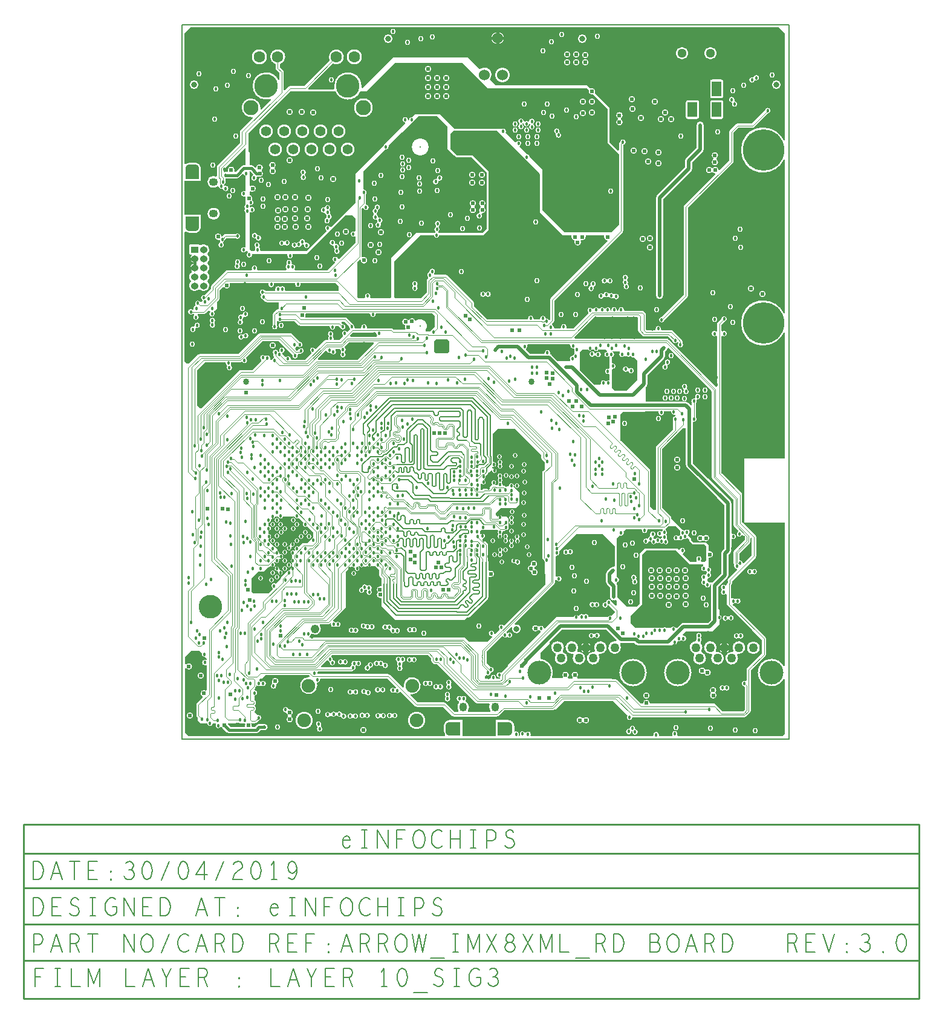
<source format=gbr>
G04 ================== begin FILE IDENTIFICATION RECORD ==================*
G04 Layout Name:  D:/ml/database/eI_Arrow_IMX8XML_RD_LAYOUT1.brd*
G04 Film Name:    L10.gbr*
G04 File Format:  Gerber RS274X*
G04 File Origin:  Cadence Allegro 17.2-S053*
G04 Origin Date:  Tue Jul 23 18:18:50 2019*
G04 *
G04 Layer:  DRAWING FORMAT/L10*
G04 Layer:  DRAWING FORMAT/FILM_LABEL_OUTLINE*
G04 Layer:  VIA CLASS/L10_SIG3*
G04 Layer:  PIN/L10_SIG3*
G04 Layer:  ETCH/L10_SIG3*
G04 Layer:  BOARD GEOMETRY/OUTLINE*
G04 *
G04 Offset:    (0.00 0.00)*
G04 Mirror:    No*
G04 Mode:      Positive*
G04 Rotation:  0*
G04 FullContactRelief:  No*
G04 UndefLineWidth:     5.00*
G04 ================== end FILE IDENTIFICATION RECORD ====================*
%FSLAX25Y25*MOIN*%
%IR0*IPPOS*OFA0.00000B0.00000*MIA0B0*SFA1.00000B1.00000*%
%ADD17C,.01*%
%AMMACRO30*
4,1,24,.0374,-.01722,
.0374,.04085,
-.0374,.04085,
-.0374,-.01722,
-.037042,-.021322,
-.035978,-.0253,
-.034239,-.029033,
-.031878,-.032406,
-.028967,-.035319,
-.025594,-.037682,
-.021863,-.039423,
-.017886,-.04049,
-.013784,-.04085,
-.01378,-.04085,
.01378,-.04085,
.017882,-.040491,
.021859,-.039424,
.025591,-.037684,
.028964,-.035321,
.031875,-.032409,
.034237,-.029036,
.035976,-.025303,
.037042,-.021326,
.0374,-.017224,
.0374,-.01722,
0.0*
%
%ADD30MACRO30*%
%AMMACRO27*
4,1,24,.01722,.0374,
-.04085,.0374,
-.04085,-.0374,
.01722,-.0374,
.021322,-.037042,
.0253,-.035978,
.029033,-.034239,
.032406,-.031878,
.035319,-.028967,
.037682,-.025594,
.039423,-.021863,
.04049,-.017886,
.04085,-.013784,
.04085,-.01378,
.04085,.01378,
.040491,.017882,
.039424,.021859,
.037684,.025591,
.035321,.028964,
.032409,.031875,
.029036,.034237,
.025303,.035976,
.021326,.037042,
.017224,.0374,
.01722,.0374,
0.0*
%
%ADD27MACRO27*%
%ADD18C,.05*%
%ADD12C,.032*%
%ADD34C,.024*%
%ADD15C,.06*%
%ADD14C,.051*%
%ADD24C,.034*%
%ADD33C,.018*%
%ADD21C,.063*%
%ADD23C,.055*%
%ADD20C,.083*%
%ADD31C,.048*%
%ADD32C,.0748*%
%ADD22C,.13*%
%ADD19C,.131*%
%ADD11O,.042X.038*%
%ADD10R,.042X.038*%
%ADD13R,.052X.083*%
%AMMACRO26*
4,1,24,-.01722,-.0374,
.04085,-.0374,
.04085,.0374,
-.01722,.0374,
-.021322,.037042,
-.0253,.035978,
-.029033,.034239,
-.032406,.031878,
-.035319,.028967,
-.037682,.025594,
-.039423,.021863,
-.04049,.017886,
-.04085,.013784,
-.04085,.01378,
-.04085,-.01378,
-.040491,-.017882,
-.039424,-.021859,
-.037684,-.025591,
-.035321,-.028964,
-.032409,-.031875,
-.029036,-.034237,
-.025303,-.035976,
-.021326,-.037042,
-.017224,-.0374,
-.01722,-.0374,
0.0*
%
%ADD26MACRO26*%
%AMMACRO29*
4,1,24,-.0374,.01722,
-.0374,-.04085,
.0374,-.04085,
.0374,.01722,
.037042,.021322,
.035978,.0253,
.034239,.029033,
.031878,.032406,
.028967,.035319,
.025594,.037682,
.021863,.039423,
.017886,.04049,
.013784,.04085,
.01378,.04085,
-.01378,.04085,
-.017882,.040491,
-.021859,.039424,
-.025591,.037684,
-.028964,.035321,
-.031875,.032409,
-.034237,.029036,
-.035976,.025303,
-.037042,.021326,
-.0374,.017224,
-.0374,.01722,
0.0*
%
%ADD29MACRO29*%
%ADD16C,.228*%
%ADD28O,.04921X.04331*%
%ADD25O,.04331X.04921*%
%ADD35C,.02*%
%ADD36C,.015*%
%ADD37C,.025*%
%ADD38C,.004*%
%ADD39C,.005*%
%ADD40C,.006*%
%ADD41C,.03004*%
%ADD50C,.07004*%
%ADD46C,.08004*%
%ADD42C,.02604*%
%ADD43C,.03604*%
%ADD47C,.08304*%
%ADD53C,.07504*%
%ADD45C,.04804*%
%ADD51C,.05804*%
%ADD48C,.06704*%
%ADD49C,.06804*%
%ADD44C,.09484*%
%ADD55C,.09296*%
%ADD54C,.10304*%
%ADD52C,.15104*%
G75*
%LPD*%
G75*
G36*
G01X185900Y53100D02*
X200500D01*
X207198Y46401D01*
Y35528D01*
G02X206784Y35184I-350J0D01*
G03X206417Y35218I-367J-1968D01*
G03X205002Y34631I1J-2002D01*
G01X202885Y32514D01*
G03X202298Y31099I1415J-1416D01*
G01Y27000D01*
G03X202885Y25585I2002J1D01*
G01X204598Y23871D01*
Y18500D01*
G03X206600Y16498I2002J0D01*
G03X207664Y16805I-1J2002D01*
G02X208200Y16508I186J-297D01*
G01Y13944D01*
G02X207603Y13697I-350J0D01*
G01X205388Y15911D01*
X205378Y15965D01*
G03X203900Y17202I-1478J-264D01*
G03X202411Y15898I0J-1502D01*
G02X202033Y15596I-347J47D01*
G03X201900Y15602I-134J-1496D01*
G03Y12598I0J-1502D01*
G03X203401Y14059I0J1502D01*
G02X203610Y14226I175J-5D01*
G03X203635Y14222I250J1481D01*
G01X203689Y14212D01*
X207198Y10702D01*
Y10099D01*
X205297Y8197D01*
X205195Y8230D01*
G03X204735Y8302I-459J-1430D01*
G03X203533Y7700I0J-1501D01*
G01X192767D01*
X192752Y7858D01*
G03X191257Y9218I-1495J-142D01*
G03X190284Y8860I0J-1501D01*
G02X189830I-227J267D01*
G03X188857Y9218I-973J-1143D01*
G03X187487Y8332I0J-1502D01*
G02X186899Y8251I-319J143D01*
G03X185900Y8718I-999J-835D01*
G03X184662Y7821I0J-1303D01*
G01X184623Y7700D01*
X175000D01*
X168585Y1285D01*
G02X167990Y1488I-248J247D01*
G03X166500Y2802I-1490J-188D01*
G03X165446Y2370I0J-1502D01*
G02X164924Y2405I-245J249D01*
G03X163500Y3102I-1424J-1106D01*
G03Y-502I0J-1802D01*
G03X164924Y195I0J1803D01*
G02X165446Y230I277J-214D01*
G03X166312Y-190I1054J1070D01*
G02X166515Y-785I-44J-347D01*
G01X148300Y-19000D01*
Y-19402D01*
X144480Y-23222D01*
X144360Y-23141D01*
G03X143517Y-22882I-843J-1242D01*
G03Y-25886I0J-1502D01*
G03X143807Y-25858I1J1502D01*
G01X143823Y-25854D01*
X144016D01*
Y-26186D01*
X143619Y-26582D01*
X142101D01*
G02X141760Y-26151I-1J350D01*
G03X141802Y-25800I-1460J353D01*
G03X138798I-1502J0D01*
G03X138840Y-26151I1502J2D01*
G02X138499Y-26582I-340J-81D01*
G01X135600D01*
Y-25200D01*
X136406Y-24394D01*
X136525Y-24471D01*
G03X137343Y-24713I818J1260D01*
G03X138840Y-23331I0J1502D01*
G02X139161Y-23010I349J-28D01*
G03X140543Y-21513I-120J1497D01*
G03X139175Y-20017I-1502J0D01*
G01X139111Y-20011D01*
X138100Y-19000D01*
X137600D01*
X136518Y-17918D01*
Y-11584D01*
X144951Y-3151D01*
G02X145500Y-3220I248J-247D01*
G03X146792Y-3957I1292J764D01*
G03X147765Y-3599I0J1501D01*
G02X148219I227J-267D01*
G03X149192Y-3957I973J1143D01*
G03Y-953I0J1502D01*
G03X148219Y-1311I0J-1501D01*
G02X147765I-227J267D01*
G03X147557Y-1163I-972J-1145D01*
G02X147488Y-614I178J301D01*
G01X150104Y2002D01*
G02X150689Y1661I248J-247D01*
G03X150601Y1017I2314J-644D01*
G03X153003Y3419I2402J0D01*
G03X152359Y3331I0J-2402D01*
G02X152018Y3916I-94J337D01*
G01X173900Y25797D01*
G03X174252Y26647I-850J850D01*
G01Y27800D01*
X174800D01*
Y27928D01*
X175079D01*
X175129Y27837D01*
G03X176448Y27053I1319J718D01*
G03Y30057I0J1502D01*
G03X175395Y29626I0J-1502D01*
G02X174800Y29876I-245J250D01*
G01Y40932D01*
G02X175159Y41282I350J0D01*
G03X175200Y41281I57J1501D01*
G03X176702Y42783I0J1502D01*
G03X176436Y43636I-1501J0D01*
G01X185900Y53100D01*
G37*
G36*
G01X142800Y111300D02*
X152200D01*
X166698Y96801D01*
Y95300D01*
G03X167050Y94450I1202J0D01*
G01X168500Y93001D01*
Y88999D01*
X167550Y88050D01*
G03X167198Y87200I850J-850D01*
G01Y40200D01*
G03X167550Y39350I1202J0D01*
G01X168312Y38589D01*
X168322Y38535D01*
G03X168500Y38048I1478J264D01*
G01Y31700D01*
X169000Y31200D01*
Y25700D01*
X146310Y3010D01*
G02X145814Y3011I-248J247D01*
G03X144747Y3455I-1066J-1058D01*
G03X143245Y1953I0J-1502D01*
G03X143689Y886I1502J-1D01*
G02X143690Y390I-246J-248D01*
G01X141354Y-1946D01*
G02X140758Y-1667I-248J247D01*
G03X140764Y-1529I-1496J134D01*
G03X139262Y-3031I-1502J0D01*
G03X139400Y-3025I4J1502D01*
G02X139679Y-3621I32J-348D01*
G01X137200Y-6100D01*
X126800D01*
X124500Y-3800D01*
X123789D01*
G03X123733Y-3798I-71J-1199D01*
G01X123413D01*
X123400Y-3796D01*
G03X123217Y-3782I-183J-1189D01*
G01X47244D01*
G03X47061Y-3796I0J-1203D01*
G01X47048Y-3798D01*
X39299D01*
X39100Y-3600D01*
Y-3063D01*
G03X39754Y-1965I-841J1245D01*
G02X40287Y-1702I348J-34D01*
G03X41979Y-2185I1691J2719D01*
G03X45181Y1017I0J3202D01*
G03X44536Y2944I-3201J0D01*
G02X44816Y3504I280J210D01*
G01X49402D01*
G03X50252Y3856I0J1202D01*
G01X50546Y4151D01*
X50742Y3955D01*
X50715Y3857D01*
G03X50660Y3455I1447J-403D01*
G03X52162Y1953I1502J0D01*
G03X53135Y2311I0J1501D01*
G02X53589I227J-267D01*
G03X54562Y1953I973J1143D01*
G03Y4957I0J1502D01*
G03X53589Y4599I0J-1501D01*
G02X53135I-227J267D01*
G03X52190Y4957I-974J-1144D01*
G02X51949Y5554I7J350D01*
G01X57252Y10856D01*
G03X57537Y11312I-851J849D01*
G01X57550Y11350D01*
X59000Y12800D01*
Y32615D01*
X60926Y34541D01*
X60949Y34553D01*
G03X61225Y34759I-573J1056D01*
G01X61776Y35311D01*
G02X62274Y35308I248J-248D01*
G03X63207Y34914I933J908D01*
G03X63521Y34952I2J1302D01*
G02X63944Y34526I84J-339D01*
G03X63903Y34201I1261J-324D01*
G03X66507I1302J0D01*
G03X65934Y35280I-1302J0D01*
G01X65857Y35332D01*
Y35600D01*
X66398D01*
X66447Y35506D01*
G03X67601Y34807I1154J603D01*
G03X68667Y35362I0J1301D01*
G02X68882Y35421I143J-101D01*
G03X69376Y35314I496J1095D01*
G01X70017D01*
G03X70750Y35564I-1J1202D01*
G01X70797Y35600D01*
X71024D01*
X71076Y35531D01*
G03X72110Y35021I1034J793D01*
G03X73193Y35600I0J1302D01*
G01X75400D01*
X77316Y33684D01*
Y30616D01*
G03X77667Y29766I1202J-1D01*
G01X78616Y28818D01*
Y26317D01*
X78604Y26287D01*
G03X78516Y25816I1213J-470D01*
G01Y24737D01*
G02X78106Y24392I-350J0D01*
G03X77800Y24418I-305J-1776D01*
G03X75998Y22616I0J-1802D01*
G03X76535Y21332I1802J-1D01*
G02X76537Y21084I-122J-125D01*
G03X76015Y19816I1279J-1268D01*
G03X77817Y18014I1802J0D01*
G03X78109Y18038I-1J1802D01*
G02X78516Y17692I57J-346D01*
G01Y15632D01*
G03X78800Y14820I1301J-1D01*
G01Y13400D01*
X86300Y5900D01*
X124400D01*
X125615Y7114D01*
X126417D01*
G03X127337Y7496I-1J1302D01*
G01X137166Y17325D01*
G03X137548Y18245I-920J921D01*
G01Y19598D01*
Y29417D01*
G02X138064Y29726I350J0D01*
G03X138915Y29512I852J1588D01*
G03Y33116I0J1802D01*
G03X138064Y32902I1J-1802D01*
G02X137548Y33211I-166J309D01*
G01Y37840D01*
G03X137460Y38311I-1301J1D01*
G01X137448Y38341D01*
Y41264D01*
X137449Y41270D01*
G03X137452Y41349I-1199J85D01*
G01Y47183D01*
G03X137100Y48033I-1202J0D01*
G01X135767Y49366D01*
G03X135054Y49710I-850J-850D01*
G01X134994Y49717D01*
X134592Y50118D01*
X134584Y50129D01*
G03X134467Y50266I-970J-710D01*
G01X134451Y50281D01*
G02X134639Y50874I247J248D01*
G03X135722Y52157I-218J1283D01*
G03X134420Y53459I-1302J0D01*
G03X133577Y53149I0J-1301D01*
G02X133000Y53416I-227J266D01*
G01Y54900D01*
X133600Y55500D01*
X142734D01*
X143050Y55184D01*
G03X142679Y54273I931J-910D01*
G03X142994Y53424I1302J0D01*
G02X142972Y52945I-266J-228D01*
G03X142575Y52009I905J-936D01*
G03X145179I1302J0D01*
G03X144864Y52858I-1302J0D01*
G02X144886Y53337I266J228D01*
G03X145283Y54273I-905J936D01*
G03X145274Y54424I-1302J-2D01*
G02X145622Y54814I348J40D01*
G01X146217D01*
G03X147067Y55166I0J1202D01*
G01X147400Y55500D01*
X147900D01*
X148600Y56200D01*
Y61900D01*
X147600Y62900D01*
X145213D01*
X145164Y62997D01*
G03X143999Y63718I-1165J-581D01*
G03X142795Y62913I0J-1303D01*
G01X142783Y62900D01*
X142600D01*
X141600Y63900D01*
Y64900D01*
X144400Y67700D01*
X152600D01*
X154600Y69700D01*
Y71829D01*
X154609Y71856D01*
G03X154677Y72271I-1234J415D01*
G03X154609Y72686I-1302J0D01*
G01X154600Y72713D01*
Y76200D01*
X151420Y79380D01*
X151458Y79485D01*
G03X151538Y79933I-1222J449D01*
G03X150236Y81235I-1302J0D01*
G03X148937Y80025I0J-1302D01*
G02X148588Y79700I-349J25D01*
G01X146815D01*
G03X146001Y80018I-814J-883D01*
G01X145656D01*
G02X145307Y80383I0J350D01*
G03X145308Y80439I-1301J51D01*
G03X144873Y81410I-1301J0D01*
G02X144880Y81937I234J260D01*
G03X145338Y82929I-845J992D01*
G03X144859Y83938I-1302J0D01*
G02X144830Y84454I221J271D01*
G03X145201Y85365I-931J910D01*
G03X142597I-1302J0D01*
G03X143076Y84356I1302J0D01*
G02X143105Y83840I-221J-271D01*
G03X142734Y82929I931J-910D01*
G03X143169Y81958I1301J0D01*
G02X143162Y81431I-234J-260D01*
G03X142704Y80439I845J-992D01*
G03X142705Y80383I1302J-5D01*
G02X142356Y80018I-349J-15D01*
G01X142268D01*
X142221Y80054D01*
G03X141489Y80302I-731J-953D01*
G01X141246D01*
Y80562D01*
X141312Y80614D01*
G03X141802Y81632I-812J1018D01*
G03X139198I-1302J0D01*
G03X139560Y80731I1302J0D01*
G02X139464Y80176I-253J-242D01*
G03X139151Y79951I536J-1076D01*
G01X138327Y79127D01*
G03X138008Y78556I850J-850D01*
G01X137997Y78508D01*
X137801Y78312D01*
X135312D01*
G03X134462Y77961I-1J-1202D01*
G01X134098Y77596D01*
X133504D01*
X133300Y77800D01*
Y80676D01*
G02X133901Y80919I350J0D01*
G03X134837Y80523I935J906D01*
G03X136139Y81825I0J1302D01*
G03X135453Y82972I-1302J0D01*
G02X135451Y83587I166J308D01*
G03X136127Y84729I-627J1142D01*
G03X136016Y85256I-1302J1D01*
G01X135967Y85366D01*
X137212Y86611D01*
X137242Y86624D01*
G03X137909Y87292I-525J1191D01*
G01X137922Y87322D01*
X138954Y88354D01*
G02X139551Y88104I247J-248D01*
G01Y88094D01*
G03X140853Y89396I1302J0D01*
G03X140220Y89232I0J-1302D01*
G02X139700Y89538I-170J306D01*
G01Y90021D01*
G02X140152Y90356I350J0D01*
G03X140530Y90300I378J1246D01*
G03Y92904I0J1302D01*
G03X140493Y92903I17J-1302D01*
G02X140134Y93253I-9J350D01*
G01Y96115D01*
G03X140061Y96543I-1302J-2D01*
G01X140052Y96571D01*
Y108551D01*
X142800Y111300D01*
G37*
G36*
G01X107600Y154000D02*
Y159600D01*
X108600Y160600D01*
X114900D01*
X115900Y159600D01*
Y154000D01*
X114900Y153000D01*
X108600D01*
X107600Y154000D01*
G37*
G36*
G01X75746Y174798D02*
X106702D01*
X107900Y173600D01*
Y167500D01*
X105400Y165000D01*
X103030D01*
G02X102767Y165581I0J350D01*
G03X97609Y170766I-2749J2423D01*
G02X97044Y170930I-230J264D01*
G03X95317Y172218I-1727J-514D01*
G03X93792Y171376I0J-1802D01*
G02X93223Y171343I-296J186D01*
G03X91817Y172018I-1406J-1127D01*
G03X90015Y170216I0J-1802D01*
G03X91512Y168440I1802J0D01*
G02X91772Y167952I-59J-345D01*
G03X91615Y167216I1645J-736D01*
G03X91865Y166300I1803J0D01*
G02X91564Y165772I-302J-178D01*
G01X85327D01*
X84750Y166350D01*
G03X83900Y166702I-850J-850D01*
G01X70819D01*
G02X70475Y167117I0J350D01*
G03X70502Y167400I-1475J284D01*
G03X67498I-1502J0D01*
G03X67525Y167117I1502J1D01*
G02X67181Y166702I-344J-65D01*
G01X64067D01*
G02X63726Y167129I0J350D01*
G03X63763Y167461I-1465J331D01*
G03X63092Y168712I-1502J0D01*
G01X63077Y168722D01*
X59550Y172250D01*
G03X58700Y172602I-850J-850D01*
G01X36779D01*
G02X36474Y173122I0J350D01*
G03X36702Y174000I-1574J877D01*
G03X36662Y174376I-1802J-2D01*
G02X37005Y174798I342J72D01*
G01X72054D01*
G02X72403Y174420I0J-350D01*
G03X72398Y174300I1497J-122D01*
G03X75402I1502J0D01*
G03X75397Y174420I-1502J-2D01*
G02X75746Y174798I349J28D01*
G37*
G36*
G01X60527Y158748D02*
X74203D01*
G02X74451Y158150I1J-350D01*
G01X65618Y149318D01*
X43763D01*
G02X43515Y149915I0J350D01*
G01X47800Y154200D01*
G02X48382Y154056I248J-247D01*
G03X49817Y152997I1435J443D01*
G03X50347Y153094I-1J1502D01*
G02X50781Y152927I123J-328D01*
G03X52114Y152117I1333J692D01*
G03X53616Y153619I0J1502D01*
G03X53237Y154616I-1501J0D01*
G02X53499Y155198I262J232D01*
G01X55567D01*
G02X55917Y154864I0J-350D01*
G03X56448Y153785I1500J68D01*
G02X56445Y153248I-226J-267D01*
G03X55901Y152091I958J-1157D01*
G03X58905I1502J0D01*
G03X58372Y153238I-1501J0D01*
G02X58375Y153775I226J267D01*
G03X58919Y154932I-958J1157D01*
G03X58390Y156076I-1501J0D01*
G02X58369Y156590I227J267D01*
G01X60527Y158748D01*
G37*
G36*
G01X62998Y164298D02*
X75354D01*
G02X75703Y163920I0J-350D01*
G03X75698Y163800I1497J-122D01*
G03X76216Y162665I1502J0D01*
G02X75987Y162050I-229J-265D01*
G01X61595D01*
G02X61347Y162648I-1J350D01*
G01X62998Y164298D01*
G37*
G36*
G01X-26500Y332500D02*
X297700D01*
X301000Y329200D01*
Y270447D01*
G02X300336Y270293I-350J0D01*
G03X289190Y277256I-11146J-5439D01*
G03Y252452I0J-12402D01*
G03X300336Y259415I0J12402D01*
G02X301000Y259261I314J-154D01*
G01Y175171D01*
G02X300336Y175017I-350J0D01*
G03X289190Y181980I-11146J-5439D01*
G03Y157176I0J-12402D01*
G03X300336Y164139I0J12402D01*
G02X301000Y163985I314J-154D01*
G01Y94718D01*
X278484D01*
Y59714D01*
X301000D01*
Y38500D01*
X300900Y38400D01*
Y-19267D01*
G02X300244Y-19436I-350J1D01*
G03X293633Y-15535I-6611J-3651D01*
G03Y-30639I0J-7552D01*
G03X300244Y-26738I0J7552D01*
G02X300900Y-26907I306J-170D01*
G01Y-56800D01*
X299600Y-58100D01*
X241896D01*
G02X241598Y-57567I1J350D01*
G03X241819Y-56784I-1281J784D01*
G03X238815I-1502J0D01*
G03X239036Y-57567I1502J1D01*
G02X238738Y-58100I-299J-183D01*
G01X231809D01*
G02X231471Y-57662I1J350D01*
G03X231519Y-57287I-1454J377D01*
G01Y-57284D01*
G03X228515I-1502J0D01*
G01Y-57287D01*
G03X228563Y-57662I1502J2D01*
G02X228225Y-58100I-339J-88D01*
G01X161112D01*
G02X160792Y-57608I0J350D01*
G03X160921Y-57000I-1373J609D01*
G03X159419Y-55498I-1502J0D01*
G03X158180Y-56151I0J-1502D01*
G02X157591Y-56132I-288J198D01*
G03X156300Y-55398I-1291J-768D01*
G03X154798Y-56900I0J-1502D01*
G03X154966Y-57589I1502J1D01*
G02X154655Y-58100I-311J-161D01*
G01X154515D01*
G02X154194Y-57611I0J350D01*
G03X154317Y-57016I-1379J595D01*
G01Y-57015D01*
G03X152815Y-55513I-1502J0D01*
G03X152072Y-55710I1J-1502D01*
G02X151811Y-55546I-86J152D01*
G03X151818Y-55331I-3357J217D01*
G01Y-52575D01*
G03X148454Y-49212I-3364J-1D01*
G01X141644D01*
Y-58100D01*
X123176D01*
Y-49212D01*
X116366D01*
G03X113002Y-52575I0J-3364D01*
G01Y-55331D01*
G03X113814Y-57522I3364J1D01*
G02X113549Y-58100I-265J-228D01*
G01X-27800D01*
X-29700Y-56200D01*
Y-20952D01*
G02X-29065Y-20749I350J0D01*
G03X-27600Y-21502I1465J1049D01*
G03Y-17898I0J1802D01*
G03X-29065Y-18651I0J-1802D01*
G02X-29700Y-18448I-285J203D01*
G01Y-14400D01*
X-26400Y-11100D01*
X-21900D01*
X-20430Y-12570D01*
X-20450Y-12663D01*
G03X-20485Y-12984I1467J-322D01*
G03X-18983Y-14486I1502J0D01*
G03X-18662Y-14451I-1J1502D01*
G01X-18569Y-14431D01*
X-17702Y-15299D01*
Y-15906D01*
G02X-18193Y-16226I-350J0D01*
G03X-18800Y-16098I-607J-1375D01*
G03Y-19102I0J-1502D01*
G03X-18193Y-18974I0J1503D01*
G02X-17702Y-19294I141J-320D01*
G01Y-32803D01*
G02X-18252Y-33090I-350J0D01*
G03X-19283Y-32766I-1031J-1478D01*
G03X-21085Y-34568I0J-1802D01*
G03X-20056Y-36196I1802J0D01*
G02X-19959Y-36759I-151J-316D01*
G01X-22800Y-39600D01*
Y-39601D01*
X-23150Y-39950D01*
G03X-23502Y-40800I850J-850D01*
G01Y-46800D01*
G03X-23150Y-47650I1202J0D01*
G01X-22800Y-47999D01*
Y-49400D01*
X-21200Y-51000D01*
X-17408D01*
X-17400Y-51167D01*
G03X-14400I1500J66D01*
G01X-14392Y-51000D01*
X-12908D01*
G02X-12620Y-51548I-1J-350D01*
G03X-12885Y-52400I1237J-852D01*
G03X-11383Y-53902I1502J0D01*
G03X-10113Y-53201I0J1501D01*
G02X-9527Y-53192I296J-187D01*
G03X-8988Y-53712I1493J1009D01*
G01X-8972Y-53722D01*
X-6655Y-56038D01*
G03X-5417Y-56552I1239J1237D01*
G01X9500D01*
G03X10738Y-56038I-1J1751D01*
G01X11841Y-54936D01*
X14100D01*
G03Y-51432I0J1752D01*
G01X11116D01*
G03X9878Y-51946I1J-1751D01*
G01X8775Y-53048D01*
X7304D01*
G02X6962Y-52626I0J350D01*
G03X7002Y-52250I-1762J378D01*
G03X6712Y-51270I-1801J0D01*
G01X6684Y-51227D01*
Y-51000D01*
X6877D01*
G03X6933Y-51002I71J1199D01*
G01X9001D01*
G03X9851Y-50650I0J1202D01*
G01X11028Y-49472D01*
X11082Y-49462D01*
G03X12319Y-47984I-264J1478D01*
G03X10817Y-46482I-1502J0D01*
G03X10311Y-46570I1J-1502D01*
G01X10207Y-46607D01*
X8600Y-45000D01*
Y-44565D01*
X9050Y-44116D01*
G03X9402Y-43266I-850J850D01*
G01Y-42604D01*
G03X9050Y-41754I-1202J0D01*
G01X8630Y-41335D01*
X9050Y-40916D01*
G03X9402Y-40066I-850J850D01*
G01Y-39404D01*
G03X9050Y-38554I-1202J0D01*
G01X8600Y-38105D01*
Y-35786D01*
X8617D01*
G03Y-32782I0J1502D01*
G01X8600D01*
Y-32198D01*
X9367Y-31432D01*
G03X9718Y-30582I-851J849D01*
G01Y-30254D01*
X9961D01*
X10011Y-30299D01*
G03X11017Y-30686I1006J1114D01*
G03X11990Y-30328I0J1501D01*
G02X12444I227J-267D01*
G03X13417Y-30686I973J1143D01*
G03Y-27682I0J1502D01*
G03X12444Y-28040I0J-1501D01*
G02X11990I-227J267D01*
G03X11275Y-27704I-974J-1144D01*
G02X11088Y-27112I60J345D01*
G01X11900Y-26300D01*
X12900D01*
X14615Y-24586D01*
X38586D01*
X38956Y-24955D01*
G02X38692Y-25552I-247J-248D01*
G03X38467Y-25547I-218J-4737D01*
G03X43209Y-30289I0J-4742D01*
G03X43042Y-29042I-4742J0D01*
G02X43365Y-28601I338J91D01*
G03X44802Y-27100I-65J1501D01*
G01Y-27099D01*
G03X44754Y-26723I-1502J-1D01*
G02X45092Y-26286I339J87D01*
G01X81787D01*
X86729Y-31227D01*
G02X86667Y-31771I-248J-247D01*
G03X86490Y-31900I794J-1275D01*
G02X85999Y-31863I-227J266D01*
G03X84863Y-31343I-1136J-981D01*
G03Y-34347I0J-1502D01*
G01X84865D01*
G03X85836Y-33990I-1J1502D01*
G02X86327Y-34027I227J-266D01*
G03X87463Y-34547I1136J981D01*
G03X88737Y-33841I0J1502D01*
G02X89281Y-33779I297J-186D01*
G01X97151Y-41650D01*
G03X98001Y-42002I850J850D01*
G01X112702D01*
X117650Y-46950D01*
G03X118500Y-47302I850J850D01*
G01X142400D01*
G03X143250Y-46950I0J1202D01*
G01X146314Y-43886D01*
X172989D01*
G03X173839Y-43534I0J1202D01*
G01X173972Y-43400D01*
X174700D01*
X179399Y-38702D01*
X206201D01*
X214334Y-46834D01*
X214242Y-46955D01*
G03X213938Y-47861I1198J-906D01*
G03X215440Y-49363I1502J0D01*
G03X216939Y-47950I0J1502D01*
G01X216949Y-47786D01*
X278717D01*
G03X279567Y-47434I0J1202D01*
G01X281867Y-45134D01*
G03X282218Y-44287I-851J849D01*
G01Y-21982D01*
X290350Y-13851D01*
G03X290702Y-13001I-850J850D01*
G01Y-4600D01*
G03X290350Y-3750I-1202J0D01*
G01X272379Y14220D01*
G02X272606Y14817I248J247D01*
G03X273571Y15246I-89J1499D01*
G02X274063I246J-249D01*
G03X275117Y14814I1054J1070D01*
G03Y17818I0J1502D01*
G03X274063Y17386I0J-1502D01*
G02X273571I-246J249D01*
G03X272517Y17818I-1054J-1070D01*
G01X272515D01*
G03X271896Y17684I1J-1502D01*
G02X271402Y18002I-144J319D01*
G01Y25096D01*
X271523Y25217D01*
G03X271874Y26064I-851J849D01*
G01Y27275D01*
X284847Y40247D01*
G03X285198Y41094I-851J849D01*
G01Y51605D01*
G03X284847Y52452I-1202J-2D01*
G01X277470Y59829D01*
Y75032D01*
G03X277118Y75882I-1202J0D01*
G01X266102Y86898D01*
Y162156D01*
G02X266645Y162448I350J0D01*
G03X267474Y162198I830J1252D01*
G03Y165202I0J1502D01*
G03X266645Y164952I1J-1502D01*
G02X266102Y165244I-193J292D01*
G01Y168701D01*
X267712Y170312D01*
X267766Y170322D01*
G03X269003Y171800I-264J1478D01*
G03X267501Y173302I-1502J0D01*
G03X266023Y172065I0J-1501D01*
G01X266013Y172011D01*
X264050Y170049D01*
G03X263698Y169199I850J-850D01*
G01Y165120D01*
G02X263124Y164852I-350J0D01*
G03X262160Y165202I-964J-1153D01*
G03Y162198I0J-1502D01*
G03X263124Y162548I0J1503D01*
G02X263698Y162280I224J-268D01*
G01Y134481D01*
G02X263101Y134234I-350J1D01*
G01X236686Y160650D01*
G03X235836Y161002I-850J-850D01*
G01X185205D01*
G02X184958Y161599I1J350D01*
G01X196228Y172868D01*
X219772D01*
X219958Y172682D01*
Y165540D01*
G03X220310Y164690I1202J0D01*
G01X222550Y162450D01*
G03X223400Y162098I850J850D01*
G01X236502D01*
X239012Y159589D01*
X239022Y159535D01*
G03X240500Y158298I1478J264D01*
G03X241746Y158961I0J1502D01*
G02X242014Y158986I144J-98D01*
G01X242198Y158802D01*
Y158503D01*
X242167Y158458D01*
G03X241898Y157600I1234J-858D01*
G03X244902I1502J0D01*
G03X244602Y158501I-1503J0D01*
G01Y159300D01*
G03X244250Y160150I-1202J0D01*
G01X243112Y161287D01*
X243108Y161292D01*
G03X243050Y161355I-913J-782D01*
G01X242055Y162350D01*
G03X241992Y162408I-845J-855D01*
G01X241987Y162412D01*
X239150Y165250D01*
G03X238300Y165602I-850J-850D01*
G01X232996D01*
G02X232657Y166036I1J350D01*
G03X232702Y166400I-1457J365D01*
G03X229698I-1502J0D01*
G03X229743Y166036I1502J1D01*
G02X229404Y165602I-340J-84D01*
G01X224898D01*
X224402Y166098D01*
Y174250D01*
G03X224050Y175100I-1202J0D01*
G01X223200Y175950D01*
G03X222350Y176302I-850J-850D01*
G01X212603D01*
G02X212256Y176690I1J350D01*
G03X212265Y176858I-1493J164D01*
G03X209261I-1502J0D01*
G03X209270Y176690I1502J-4D01*
G02X208923Y176302I-348J-38D01*
G01X208669D01*
G02X208321Y176684I0J350D01*
G03X208328Y176826I-1495J145D01*
G03X205324I-1502J0D01*
G03X205357Y176513I1501J0D01*
G01X205361Y176495D01*
Y176302D01*
X204870D01*
Y176494D01*
X204874Y176510D01*
G03X204902Y176797I-1474J289D01*
G01Y176800D01*
G03X203400Y178302I-1502J0D01*
G03X202102Y177556I0J-1502D01*
G02X201498I-302J177D01*
G03X200200Y178302I-1298J-756D01*
G03X198900Y177552I0J-1502D01*
G02X198292Y177555I-303J175D01*
G03X196984Y178318I-1308J-740D01*
G03X195607Y177416I0J-1502D01*
G02X194986Y177375I-321J140D01*
G03X193700Y178102I-1286J-774D01*
G03X192198Y176600I0J-1502D01*
G03X192751Y175436I1502J0D01*
G02X192778Y174917I-221J-272D01*
G01X184462Y166602D01*
X180869D01*
G02X180535Y167055I0J350D01*
G03X180602Y167497I-1435J444D01*
G01Y167500D01*
G03X177598I-1502J0D01*
G01Y167497D01*
G03X177665Y167055I1502J2D01*
G02X177331Y166602I-334J-103D01*
G01X173935D01*
G02X173588Y166998I0J350D01*
G03X173602Y167200I-1488J205D01*
G03X172732Y168563I-1503J0D01*
G02X172632Y169128I147J317D01*
G01X173550Y170045D01*
G03X173902Y170895I-850J850D01*
G01Y181802D01*
X211550Y219450D01*
G03X211902Y220300I-850J850D01*
G01Y267702D01*
X211962Y267763D01*
G03X213252Y269250I-212J1487D01*
G03X211750Y270752I-1502J0D01*
G03X210272Y269515I0J-1501D01*
G01X210262Y269461D01*
X209850Y269050D01*
G03X209498Y268200I850J-850D01*
G01Y264762D01*
G02X208901Y264515I-350J1D01*
G01X204202Y269215D01*
Y288115D01*
X204100Y288216D01*
Y288300D01*
X196142Y296258D01*
X196200Y296372D01*
G03X196402Y297200I-1600J829D01*
G03X194600Y299002I-1802J0D01*
G03X193772Y298800I1J-1802D01*
G01X193658Y298742D01*
X191800Y300600D01*
X141500D01*
X138341Y303759D01*
X138439Y303881D01*
G03X139318Y306383I-3123J2503D01*
G03X135316Y310385I-4002J0D01*
G03X132814Y309506I1J-4002D01*
G01X132692Y309408D01*
X126200Y315900D01*
X85100D01*
X68135Y298935D01*
G02X67540Y299227I-248J247D01*
G03X67601Y300181I-7441J955D01*
G03X52597I-7502J0D01*
G03X52741Y298720I7502J2D01*
G02X52399Y298302I-343J-68D01*
G01X38421D01*
G02X38174Y298899I1J350D01*
G01X51780Y312505D01*
G03X53740Y312013I1961J3660D01*
G01X53741D01*
G03X49589Y316165I0J4152D01*
G03X50024Y314316I4152J1D01*
G01X50080Y314203D01*
X36078Y300202D01*
X28300D01*
G03X27450Y299850I0J-1202D01*
G01X25399Y297798D01*
G02X24802Y298045I-247J248D01*
G01Y307800D01*
G03X24450Y308650I-1202J0D01*
G01X22620Y310480D01*
Y312191D01*
G03X25570Y316165I-1202J3974D01*
G03X17266I-4152J0D01*
G03X20216Y312191I4152J0D01*
G01Y309982D01*
G03X20568Y309132I1202J0D01*
G01X22398Y307302D01*
Y303836D01*
G02X21739Y303673I-350J0D01*
G03X15099Y307683I-6640J-3492D01*
G03Y292679I0J-7502D01*
G01X15102D01*
G03X17268Y292999I-2J7502D01*
G02X17617Y292417I101J-335D01*
G01X12400Y287201D01*
G02X11806Y287494I-247J248D01*
G03X11851Y288173I-5107J679D01*
G03X6699Y283021I-5152J0D01*
G03X7378Y283066I0J5152D01*
G02X7671Y282472I45J-347D01*
G01X950Y275751D01*
G03X598Y274901I850J-850D01*
G01Y268798D01*
X-11750Y256450D01*
G03X-12102Y255600I850J-850D01*
G01Y250609D01*
G02X-12567Y250278I-350J-1D01*
G03X-13616Y250457I-1050J-2988D01*
G01X-14206D01*
G03Y244123I0J-3167D01*
G01X-13616D01*
G03X-11685Y244780I0J3166D01*
G02X-11134Y244594I213J-278D01*
G03X-9685Y243487I1449J395D01*
G01X-9683D01*
G03X-9209Y243564I-1J1502D01*
G02X-8759Y243321I111J-332D01*
G03X-7306Y242198I1453J378D01*
G03Y245202I0J1502D01*
G01X-7308D01*
G03X-7782Y245125I1J-1502D01*
G02X-8232Y245368I-111J332D01*
G03X-8242Y245407I-1460J-354D01*
G02X-8056Y245821I336J98D01*
G03X-7198Y247178I-644J1357D01*
G03X-7498Y248079I-1503J0D01*
G01Y249264D01*
X-1083D01*
G03X155Y249778I-1J1751D01*
G01X2022Y251644D01*
G02X2599Y251514I247J-247D01*
G03X3666Y250555I1416J502D01*
G01X3800Y250523D01*
Y242425D01*
G02X3298Y242110I-350J0D01*
G03X2644Y242260I-654J-1352D01*
G01X2643D01*
G03Y239256I0J-1502D01*
G01X2644D01*
G03X3298Y239406I0J1502D01*
G02X3800Y239091I152J-315D01*
G01Y239005D01*
X3790Y238976D01*
G03X3687Y238376I1699J-600D01*
G03X3790Y237776I1802J0D01*
G01X3800Y237747D01*
Y235118D01*
G03X2989Y233784I692J-1334D01*
G03X3347Y232811I1501J0D01*
G02Y232357I-267J-227D01*
G03X2989Y231384I1143J-973D01*
G03X3800Y230050I1503J0D01*
G01Y211446D01*
G02X3290Y211135I-350J0D01*
G03X2602Y211302I-688J-1335D01*
G01X2601D01*
G03Y208298I0J-1502D01*
G03X3909Y209063I0J1501D01*
G02X4462Y209138I305J-172D01*
G01X4844Y208756D01*
G02X4824Y208242I-247J-248D01*
G03X4298Y207100I977J-1142D01*
G03X7302I1502J0D01*
G03X7288Y207303I-1502J-2D01*
G02X7635Y207700I347J47D01*
G01X26517D01*
G02X26838Y207211I0J-350D01*
G03X26715Y206616I1378J-595D01*
G03X29719I1502J0D01*
G03X29596Y207211I-1501J0D01*
G02X29917Y207700I321J139D01*
G01X37500D01*
X58600Y228800D01*
X62600D01*
X64298Y227101D01*
Y220268D01*
G02X63791Y219956I-350J1D01*
G03X63117Y220116I-675J-1342D01*
G03Y217112I0J-1502D01*
G03X63791Y217272I-1J1502D01*
G02X64298Y216960I157J-313D01*
G01Y213898D01*
X55189Y204788D01*
G02X54598Y204967I-248J248D01*
G03X53125Y206177I-1473J-292D01*
G03X51623Y204675I0J-1502D01*
G03X52833Y203202I1502J0D01*
G02X53012Y202611I-69J-343D01*
G01X49102Y198702D01*
X30894D01*
G02X30658Y199309I1J350D01*
G03X31144Y200415I-1016J1106D01*
G01Y200416D01*
G03X29642Y201918I-1502J0D01*
G03X29474Y201909I-4J-1502D01*
G02X29105Y202372I-39J348D01*
G03X29190Y202870I-1416J498D01*
G03X26186I-1502J0D01*
G01Y202869D01*
G03X26375Y202140I1502J0D01*
G02X26286Y201695I-306J-170D01*
G03X25715Y200516I932J-1179D01*
G03X26298Y199328I1502J0D01*
G02X26084Y198702I-215J-276D01*
G01X10302D01*
G02X9984Y199196I1J350D01*
G03X10117Y199814I-1369J618D01*
G03X7113I-1502J0D01*
G03X7246Y199196I1502J0D01*
G02X6928Y198702I-319J-144D01*
G01X-6199D01*
G03X-7049Y198350I0J-1202D01*
G01X-15050Y190349D01*
G03X-15402Y189499I850J-850D01*
G01Y188497D01*
X-19037Y184862D01*
X-19128Y184879D01*
G03X-19411Y184906I-284J-1475D01*
G03X-20913Y183404I0J-1502D01*
G03X-20084Y182061I1502J0D01*
G02X-20008Y181823I-79J-156D01*
G03X-20028Y181785I1319J-718D01*
G01X-20040Y181760D01*
X-20721Y181079D01*
G02X-21273Y181154I-248J247D01*
G03X-22580Y181915I-1307J-742D01*
G03X-24082Y180413I0J-1502D01*
G01Y180412D01*
G03X-23859Y179625I1502J1D01*
G02X-24029Y179115I-298J-184D01*
G03X-24985Y177716I546J-1399D01*
G01Y177715D01*
G03X-24937Y177339I1502J1D01*
G02X-25275Y176902I-339J-87D01*
G01X-25597D01*
X-25642Y176933D01*
G03X-26500Y177202I-858J-1234D01*
G03Y174198I0J-1502D01*
G03X-26255Y174218I1J1503D01*
G01X-26234Y174222D01*
G03X-25599Y174498I-265J1478D01*
G01X-24857D01*
G02X-24635Y173878I0J-350D01*
G03X-25185Y172716I952J-1162D01*
G03X-22181I1502J0D01*
G03X-22731Y173878I-1502J0D01*
G02X-22509Y174498I222J270D01*
G01X-19204D01*
G03X-18354Y174850I0J1202D01*
G01X-16905Y176300D01*
X-16067D01*
G02X-15828Y175695I-1J-350D01*
G03X-16302Y174600I1028J-1095D01*
G03X-13298I1502J0D01*
G03X-13772Y175695I-1502J0D01*
G02X-13533Y176300I240J255D01*
G01X-13200D01*
X-11900Y177600D01*
Y181305D01*
X-10950Y182254D01*
G03X-10598Y183104I-850J850D01*
G01Y187602D01*
X-8818Y189383D01*
G02X-8266Y189309I248J-247D01*
G03X-6700Y188398I1566J890D01*
G03X-4898Y190200I0J1802D01*
G01Y190201D01*
G03X-5176Y191162I-1802J-1D01*
G02X-4880Y191698I296J186D01*
G01X16080D01*
G02X16409Y191230I0J-350D01*
G03X16320Y190721I1413J-509D01*
G03X19324I1502J0D01*
G03X19235Y191230I-1502J0D01*
G02X19564Y191698I329J118D01*
G01X30743D01*
G02X31078Y191248I0J-350D01*
G03X31015Y190816I1439J-430D01*
G03X34019I1502J0D01*
G03X33956Y191248I-1502J2D01*
G02X34291Y191698I335J100D01*
G01X53001D01*
X54900Y189800D01*
Y187700D01*
X54501Y187302D01*
X25649D01*
G02X25328Y187789I1J350D01*
G03X25449Y188379I-1381J591D01*
G01Y188380D01*
G03X23947Y189882I-1502J0D01*
G03X22974Y189524I0J-1501D01*
G02X22520I-227J267D01*
G03X21547Y189882I-973J-1143D01*
G03X20045Y188380I0J-1502D01*
G01Y188379D01*
G03X20166Y187789I1502J1D01*
G02X19845Y187302I-322J-137D01*
G01X14899D01*
X14735Y187466D01*
G03X13901Y187817I-849J-850D01*
G03X13000Y188118I-902J-1201D01*
G03X11498Y186616I0J-1502D01*
G03X12171Y185363I1503J0D01*
G02X12266Y184872I-193J-292D01*
G03X11998Y184016I1233J-856D01*
G03X13235Y182538I1501J0D01*
G01X13289Y182528D01*
X14466Y181350D01*
G03X15316Y180998I850J850D01*
G01X21802D01*
X21900Y180900D01*
Y177202D01*
X21600D01*
G03X20750Y176850I0J-1202D01*
G01X18950Y175050D01*
G03X18598Y174200I850J-850D01*
G01Y168401D01*
G03X18298Y167500I1203J-901D01*
G03X21302I1502J0D01*
G03X21002Y168401I-1503J0D01*
G01Y170332D01*
G02X21587Y170591I350J0D01*
G03X22600Y170198I1013J1109D01*
G03X23501Y170498I0J1503D01*
G01X30701D01*
X32849Y168350D01*
G03X33699Y167998I850J850D01*
G01X49799D01*
G02X50142Y167583I-1J-350D01*
G03X50115Y167300I1475J-284D01*
G03X53119I1502J0D01*
G03X53092Y167583I-1502J-1D01*
G02X53435Y167998I344J65D01*
G01X54824D01*
X55864Y166959D01*
X55877Y166920D01*
G03X57300Y165898I1423J480D01*
G03X58802Y167400I0J1502D01*
G03X57384Y168900I-1502J0D01*
G01X57318Y168903D01*
X56620Y169601D01*
G02X56867Y170198I248J247D01*
G01X58202D01*
X60767Y167634D01*
X60762Y167555D01*
G03X60759Y167461I1499J-95D01*
G03X61201Y166397I1502J0D01*
G02X61202Y165901I-247J-248D01*
G01X60001Y164700D01*
G02X59479Y164731I-247J248D01*
G03X58300Y165302I-1179J-932D01*
G03X56798Y163800I0J-1502D01*
G03X57369Y162621I1503J0D01*
G02X57400Y162099I-217J-275D01*
G01X55402Y160102D01*
X52444D01*
G02X52118Y160577I1J350D01*
G03X52217Y161114I-1403J536D01*
G03X51806Y162147I-1502J1D01*
G02X51782Y162600I254J241D01*
G03X52090Y163511I-1193J911D01*
G03X49086I-1502J0D01*
G01Y163510D01*
G03X49497Y162478I1502J0D01*
G02X49521Y162025I-254J-241D01*
G03X49213Y161114I1193J-911D01*
G01Y161113D01*
G03X49312Y160577I1502J0D01*
G02X48986Y160102I-327J-125D01*
G01X47901D01*
G03X47051Y159750I0J-1202D01*
G01X42578Y155277D01*
G02X42026Y155353I-247J247D01*
G03X40717Y156118I-1309J-737D01*
G03X39215Y154616I0J-1502D01*
G03X39980Y153307I1502J0D01*
G02X40056Y152755I-171J-305D01*
G01X36619Y149318D01*
X28965D01*
G02X28617Y149696I1J350D01*
G03X28622Y149816I-1497J122D01*
G03X27120Y151318I-1502J0D01*
G03X25977Y150790I0J-1501D01*
G02X25463Y150769I-267J227D01*
G01X23905Y152327D01*
X23895Y152381D01*
G03X23821Y152649I-1478J-264D01*
G02X24078Y153116I327J124D01*
G03X25277Y154587I-303J1471D01*
G03X22273I-1502J0D01*
G03X22371Y154054I1502J1D01*
G02X22114Y153587I-327J-124D01*
G03X22008Y153561I305J-1471D01*
G02X21578Y153795I-95J337D01*
G03X20143Y154854I-1435J-443D01*
G03X18641Y153352I0J-1502D01*
G03X18942Y152451I1502J1D01*
G01Y151617D01*
G03X19293Y150767I1202J-1D01*
G01X19432Y150629D01*
X19275Y150471D01*
X19228Y150459D01*
G03X18115Y149247I369J-1456D01*
G01X18091Y149100D01*
X17453D01*
G02X17141Y149607I1J350D01*
G03X17301Y150281I-1342J675D01*
G01Y150282D01*
G03X15799Y151784I-1502J0D01*
G03X14815Y151417I0J-1503D01*
G02X14327Y151445I-230J264D01*
G03X13217Y151935I-1110J-1012D01*
G03X11715Y150433I0J-1502D01*
G03X12396Y149175I1502J0D01*
G02X12452Y148635I-191J-293D01*
G01X7519Y143702D01*
X1228D01*
G03X378Y143350I0J-1202D01*
G01X-20471Y122500D01*
X-21500D01*
X-22998Y123999D01*
Y143703D01*
X-18703Y147998D01*
X-7635D01*
G02X-7288Y147602I0J-350D01*
G03X-7302Y147400I1488J-205D01*
G03X-6608Y146134I1502J0D01*
G02X-6495Y145661I-188J-295D01*
G03X-6702Y144900I1295J-761D01*
G03X-3698I1502J0D01*
G03X-4392Y146166I-1502J0D01*
G02X-4505Y146639I188J295D01*
G03X-4298Y147400I-1295J761D01*
G03X-4312Y147602I-1502J-3D01*
G02X-3965Y147998I347J46D01*
G01X974D01*
G03X1545Y148143I-1J1202D01*
G02X1781Y148073I83J-154D01*
G03X3097Y147295I1316J724D01*
G03X4599Y148797I0J1502D01*
G03X4016Y149985I-1502J0D01*
G02X3983Y150509I214J277D01*
G01X13188Y159714D01*
X21718D01*
X29534Y151899D01*
X29511Y151804D01*
G03X29471Y151460I1462J-344D01*
G01Y151459D01*
G03X32475I1502J0D01*
G01Y151460D01*
G03X32397Y151937I-1502J-1D01*
G02X32728Y152398I332J111D01*
G01X33500D01*
G03X34350Y152750I0J1202D01*
G01X34411Y152812D01*
X34465Y152822D01*
G03X35702Y154300I-264J1478D01*
G03X34200Y155802I-1502J0D01*
G03X32826Y154906I0J-1502D01*
G01X32780Y154802D01*
X31696D01*
X31085Y155412D01*
G02X31213Y155988I248J247D01*
G03X31948Y156564I-513J1412D01*
G02X32489Y156614I291J-195D01*
G03X33564Y156161I1075J1049D01*
G03X35066Y157663I0J1502D01*
G03X33829Y159141I-1501J0D01*
G01X33775Y159151D01*
X29361Y163566D01*
G03X28511Y163918I-850J-850D01*
G01X11717D01*
G03X10867Y163566I0J-1202D01*
G01X-297Y152402D01*
X-21699D01*
G03X-22549Y152050I0J-1202D01*
G01X-27298Y147300D01*
X-28600D01*
X-29900Y148600D01*
Y219696D01*
G02X-29319Y219959I350J0D01*
G03X-27100Y219122I2220J2527D01*
G01X-24344D01*
G03X-20980Y222486I0J3364D01*
G01Y229296D01*
X-29900D01*
Y247764D01*
X-20980D01*
Y254574D01*
G03X-24344Y257938I-3364J0D01*
G01X-27100D01*
G03X-29319Y257101I1J-3364D01*
G02X-29900Y257364I-231J263D01*
G01Y329100D01*
X-26500Y332500D01*
G37*
G36*
G01X244800Y111500D02*
X246398D01*
Y91301D01*
G03X246985Y89886I2002J1D01*
G01X267498Y69372D01*
Y45064D01*
X266485Y44050D01*
G03X265898Y42635I1415J-1416D01*
G01Y31428D01*
X260970Y26500D01*
X259002D01*
X258970Y26512D01*
G03X258962Y26516I-673J-1336D01*
G01X258850Y26559D01*
Y28932D01*
G02X259015Y29106I175J-1D01*
G03X260434Y30606I-83J1500D01*
G03X259915Y31741I-1502J-1D01*
G02Y32271I229J265D01*
G03X260434Y33406I-983J1136D01*
G03X259015Y34906I-1502J0D01*
G02X258850Y35080I10J175D01*
G01Y39905D01*
G02X259268Y40248I350J0D01*
G03X259617Y40214I348J1768D01*
G03Y43818I0J1802D01*
G03X259268Y43784I-1J-1802D01*
G02X258850Y44127I-68J343D01*
G01Y47150D01*
X257600Y48400D01*
X250600D01*
X249300Y49700D01*
Y50900D01*
X247738Y52462D01*
G02X247818Y53016I248J247D01*
G03X248599Y54334I-722J1318D01*
G03X247097Y55836I-1502J0D01*
G03X245969Y55325I1J-1502D01*
G02X245520Y55260I-263J231D01*
G03X244777Y55489I-799J-1272D01*
G01X244708Y55492D01*
X238402Y61798D01*
Y62200D01*
G03X238050Y63050I-1202J0D01*
G01X233402Y67698D01*
Y100101D01*
X244800Y111500D01*
G37*
G36*
G01X-5895Y-51000D02*
X3245D01*
G02X3563Y-51496I0J-350D01*
G03X3398Y-52250I1637J-753D01*
G03X3438Y-52626I1802J2D01*
G02X3095Y-53048I-342J-72D01*
G01X-4692D01*
X-6143Y-51597D01*
G02X-5895Y-51000I248J247D01*
G37*
G36*
G01X234669Y120998D02*
X237954D01*
G02X238303Y120620I0J-350D01*
G03X238298Y120500I1497J-122D01*
G03X239800Y118998I1502J0D01*
G03X240246Y119066I-1J1502D01*
G02X240700Y118732I104J-334D01*
G01Y118275D01*
G02X240533Y118100I-175J0D01*
G03X239098Y116600I66J-1500D01*
G03X239398Y115699I1503J0D01*
G01Y110898D01*
X230250Y101750D01*
G03X229898Y100900I850J-850D01*
G01Y66500D01*
X228700D01*
X226802Y68398D01*
Y88000D01*
G03X226450Y88850I-1202J0D01*
G01X210400Y104899D01*
Y119100D01*
X211700Y120400D01*
X223600D01*
X224198Y120998D01*
X231131D01*
G02X231465Y120545I0J-350D01*
G03X231398Y120100I1435J-444D01*
G03X234402I1502J0D01*
G03X234335Y120545I-1502J1D01*
G02X234669Y120998I334J103D01*
G37*
G36*
G01X159315Y157748D02*
X182391D01*
G02X182733Y157323I0J-350D01*
G03X182698Y157000I1467J-322D01*
G03X184200Y155498I1502J0D01*
G03X184501Y155528I2J1502D01*
G02X184917Y155130I70J-343D01*
G03X184898Y154894I1483J-238D01*
G03X185100Y154142I1501J0D01*
G01Y152687D01*
G03X184279Y151678I640J-1359D01*
G02X184092Y151544I-170J40D01*
G03X183949Y151551I-145J-1495D01*
G03X182447Y150049I0J-1502D01*
G03X182740Y149158I1501J0D01*
G02X182458Y148600I-282J-208D01*
G01X175638D01*
X172222Y152015D01*
G03X171597Y152439I-1416J-1414D01*
G02X171503Y152662I69J160D01*
G03X171602Y153200I-1403J536D01*
G03X168598I-1502J0D01*
G03X168612Y152998I1502J3D01*
G02X168265Y152602I-347J-46D01*
G01X160428D01*
X158216Y154814D01*
G02X158300Y155371I247J248D01*
G03X159102Y156700I-700J1329D01*
G03X158991Y157267I-1502J0D01*
G02X159315Y157748I324J131D01*
G37*
G36*
G01X-8482Y254307D02*
X3203Y265991D01*
G02X3800Y265744I247J-247D01*
G01Y256568D01*
X2717D01*
G03X1479Y256054I1J-1751D01*
G01X-1808Y252768D01*
X-2270D01*
G02X-2591Y253257I0J350D01*
G03X-2441Y253976I-1652J720D01*
G03X-6045I-1802J0D01*
G03X-5895Y253257I1802J1D01*
G02X-6216Y252768I-321J-139D01*
G01X-7483D01*
G03X-8024Y252682I1J-1752D01*
G02X-8482Y253015I-108J333D01*
G01Y254307D01*
G37*
G36*
G01X51498Y-13302D02*
X104102D01*
X105916Y-15115D01*
Y-16389D01*
G03X106267Y-17239I1202J-1D01*
G01X107262Y-18234D01*
G03X108112Y-18586I850J850D01*
G01X109386D01*
X130531Y-39731D01*
G03X131381Y-40082I849J851D01*
G01X137950D01*
G02X138270Y-40573I0J-350D01*
G03X138003Y-41847I2900J-1273D01*
G01Y-42437D01*
G03X138637Y-44338I3167J0D01*
G02X138357Y-44898I-280J-210D01*
G01X126463D01*
G02X126183Y-44338I0J350D01*
G03X126817Y-42437I-2533J1901D01*
G01Y-41847D01*
G03X125123Y-39043I-3168J0D01*
G02X125042Y-38481I162J310D01*
G03X125502Y-37400I-1042J1082D01*
G03X124000Y-35898I-1502J0D01*
G03X122986Y-36292I0J-1502D01*
G02X122514I-236J258D01*
G03X121500Y-35898I-1014J-1108D01*
G03X119998Y-37400I0J-1502D01*
G03X121329Y-38892I1502J0D01*
G02X121524Y-39499I-40J-348D01*
G03X120483Y-41847I2126J-2347D01*
G01Y-42437D01*
G03X121117Y-44338I3167J0D01*
G02X120837Y-44898I-280J-210D01*
G01X118998D01*
X114050Y-39950D01*
G03X113200Y-39598I-850J-850D01*
G01X98499D01*
X94457Y-35557D01*
G02X94763Y-34965I248J247D01*
G03X95553Y-35031I788J4676D01*
G03X90811Y-30289I0J4742D01*
G03X90877Y-31079I4742J-2D01*
G02X90285Y-31385I-345J-58D01*
G01X83135Y-24234D01*
G03X82285Y-23882I-850J-850D01*
G01X43637D01*
G02X43290Y-23489I0J350D01*
G03X43302Y-23300I-1490J189D01*
G03X43273Y-23004I-1502J2D01*
G02X43616Y-22586I343J68D01*
G01X61917D01*
G03X62767Y-22234I0J1202D01*
G01X63028Y-21972D01*
X63082Y-21962D01*
G03X64319Y-20484I-264J1478D01*
G03X64153Y-19798I-1502J0D01*
G02X64285Y-19338I311J160D01*
G03X64486Y-19193I-775J1287D01*
G02X64940I227J-267D01*
G03X65913Y-19551I973J1143D01*
G03Y-16547I0J1502D01*
G03X64940Y-16905I0J-1501D01*
G02X64486I-227J267D01*
G03X63513Y-16547I-973J-1143D01*
G03X62011Y-18049I0J-1502D01*
G03X62177Y-18735I1502J0D01*
G02X62045Y-19195I-311J-160D01*
G03X61377Y-20057I772J-1288D01*
G01X61340Y-20182D01*
X45462D01*
G02X45214Y-19585I0J350D01*
G01X48394Y-16405D01*
G02X48935Y-16461I248J-247D01*
G03X49803Y-17092I1259J819D01*
G02X50061Y-17465I-90J-338D01*
G03X50053Y-17618I1494J-155D01*
G03X53057I1502J0D01*
G03X51945Y-16167I-1503J0D01*
G02X51687Y-15794I90J338D01*
G03X51695Y-15641I-1494J155D01*
G03X51013Y-14383I-1501J0D01*
G02X50957Y-13842I191J293D01*
G01X51498Y-13302D01*
G37*
G36*
G01X282068Y50986D02*
G02X282666Y51234I350J1D01*
G01X282796Y51104D01*
Y41595D01*
X278286Y37085D01*
G02X277690Y37306I-247J248D01*
G03X276254Y38692I-1498J-115D01*
G02X275918Y39041I14J350D01*
G01Y42518D01*
X281717Y48316D01*
G03X282068Y49166I-851J849D01*
G01Y50986D01*
G37*
G36*
G01X235715Y154485D02*
G03X236286Y155650I-1415J1416D01*
G02X236880Y155853I347J-44D01*
G01X260716Y132018D01*
Y84484D01*
G03X261067Y83634I1202J-1D01*
G01X272616Y72085D01*
Y58215D01*
G03X272968Y57365I1202J0D01*
G01X275256Y55077D01*
G02X275180Y54525I-247J-247D01*
G03X274415Y53216I737J-1309D01*
G03X275917Y51714I1502J0D01*
G03X277226Y52479I0J1502D01*
G02X277778Y52555I305J-171D01*
G01X278816Y51518D01*
Y50017D01*
X273017Y44219D01*
G03X272666Y43369I851J-849D01*
G01Y37254D01*
G03X273017Y36404I1202J-1D01*
G01X273184Y36238D01*
X273132Y36127D01*
G03X272992Y35493I1362J-633D01*
G03X274379Y33995I1502J0D01*
G02X274600Y33399I-27J-349D01*
G01X269823Y28623D01*
G03X269472Y27773I851J-849D01*
G01Y26565D01*
X269350Y26444D01*
G03X268998Y25594I850J-850D01*
G01Y25131D01*
G02X268378Y24909I-350J0D01*
G03X267217Y25458I-1161J-953D01*
G03X265715Y23956I0J-1502D01*
G03X266234Y22821I1502J1D01*
G02Y22291I-229J-265D01*
G03X265715Y21156I983J-1136D01*
G03X267217Y19654I1502J0D01*
G03X268378Y20203I0J1502D01*
G02X268998Y19981I270J-222D01*
G01Y14700D01*
G03X269350Y13850I1202J0D01*
G01X288298Y-5098D01*
Y-12503D01*
X280167Y-20634D01*
G03X279816Y-21484I851J-849D01*
G01Y-27490D01*
G02X279324Y-27810I-350J0D01*
G03X278717Y-27682I-607J-1375D01*
G03X277215Y-29184I0J-1502D01*
G03X278452Y-30662I1501J0D01*
G01X278506Y-30672D01*
X278916Y-31082D01*
Y-43413D01*
X277846Y-44482D01*
X266515D01*
X263067Y-41034D01*
G03X262701Y-40784I-849J-850D01*
G01X262671Y-40771D01*
X262150Y-40250D01*
X226869D01*
G02X226519Y-39897I0J350D01*
G01Y-39884D01*
G03X222915I-1802J0D01*
G01Y-39897D01*
G02X222565Y-40250I-350J-3D01*
G01X221549D01*
X208334Y-27034D01*
G03X207484Y-26682I-850J-850D01*
G01X205983D01*
X205650Y-26350D01*
X186638D01*
G02X186407Y-25737I0J350D01*
G03X187019Y-24384I-1190J1353D01*
G03X183415I-1802J0D01*
G03X184027Y-25737I1802J0D01*
G02X183796Y-26350I-231J-263D01*
G01X181538D01*
G02X181307Y-25737I0J350D01*
G03X181919Y-24384I-1190J1353D01*
G03X178315I-1802J0D01*
G03X178798Y-25612I1803J0D01*
G02X178542Y-26200I-256J-238D01*
G01X172958D01*
G02X172630Y-25728I0J350D01*
G03X173107Y-23087I-7075J2641D01*
G03X166356Y-15578I-7552J0D01*
G01X166200Y-15561D01*
Y-12100D01*
X171200Y-7100D01*
Y-6278D01*
X177976Y498D01*
X202371D01*
X208147Y-5277D01*
G02X207833Y-5869I-247J-248D01*
G03X207169Y-5805I-666J-3438D01*
G03X210671Y-9307I0J-3502D01*
G03X210127Y-7432I-3503J0D01*
G02X210449Y-6896I296J187D01*
G03X210600Y-6902I155J1996D01*
G01X218038D01*
X218736Y-7599D01*
G03X220151Y-8186I1416J1415D01*
G01X224385D01*
X224450Y-8250D01*
X238650D01*
X239579Y-7321D01*
X239698Y-7397D01*
G03X240400Y-7602I701J1097D01*
G03X241702Y-6300I0J1302D01*
G03X241681Y-6070I-1302J-3D01*
G02X242154Y-5682I345J62D01*
G03X242703Y-5786I549J1397D01*
G03X243676Y-5428I0J1501D01*
G02X244130I227J-267D01*
G03X245103Y-5786I973J1143D01*
G03Y-2782I0J1502D01*
G03X244985Y-2787I5J-1502D01*
G02X244710Y-2190I-28J349D01*
G01X246300Y-600D01*
X260900D01*
X265100Y3600D01*
Y6023D01*
X265221Y6062D01*
G03Y8538I-404J1238D01*
G01X265100Y8577D01*
Y11500D01*
X264318Y12282D01*
Y24187D01*
X269315Y29184D01*
G03X269902Y30599I-1415J1416D01*
G01Y41806D01*
X270915Y42820D01*
G03X271502Y44235I-1415J1416D01*
G01Y50188D01*
G02X271977Y50514I350J0D01*
G03X272517Y50414I539J1402D01*
G03Y53418I0J1502D01*
G03X271977Y53318I-1J-1502D01*
G02X271502Y53644I-125J326D01*
G01Y70201D01*
G03X270915Y71616I-2002J-1D01*
G01X250402Y92130D01*
Y114754D01*
G02X250780Y115103I350J0D01*
G03X250900Y115098I122J1497D01*
G03X252402Y116600I0J1502D01*
G03X252102Y117501I-1503J0D01*
G01Y125499D01*
G03X252402Y126400I-1203J901D01*
G03X252255Y127048I-1502J0D01*
G02X252652Y127539I316J150D01*
G03X253000Y127498I349J1461D01*
G03X251498Y129000I0J1502D01*
G03X251645Y128352I1502J0D01*
G02X251248Y127861I-316J-150D01*
G03X250900Y127902I-349J-1461D01*
G03X249398Y126400I0J-1502D01*
G03X249698Y125499I1503J0D01*
G01Y124477D01*
G02X249101Y124229I-350J0D01*
G01X247815Y125515D01*
G03X246400Y126102I-1416J-1415D01*
G01X224200D01*
Y133869D01*
X224715Y134385D01*
G03X225302Y135800I-1415J1416D01*
G01Y140671D01*
X228731Y144100D01*
X228800D01*
Y144169D01*
X234315Y149685D01*
G03X234902Y151100I-1415J1416D01*
G01Y153671D01*
X235715Y154485D01*
G37*
G36*
G01X118200Y275400D02*
X142200D01*
X165900Y251700D01*
Y230700D01*
X178800Y217800D01*
X183120D01*
G02X183458Y217361I0J-350D01*
G03X183398Y216900I1741J-461D01*
G03X184862Y215130I1802J0D01*
G02X185123Y214658I-65J-344D01*
G03X184998Y214000I1677J-659D01*
G03X188602I1802J0D01*
G03X188459Y214702I-1802J-1D01*
G02X188882Y215174I322J137D01*
G03X189400Y215098I518J1727D01*
G03X191202Y216900I0J1802D01*
G03X191142Y217361I-1801J0D01*
G02X191480Y217800I338J89D01*
G01X201120D01*
G02X201458Y217361I0J-350D01*
G03X201398Y216900I1741J-461D01*
G03X203005Y215109I1802J0D01*
G02X203214Y214513I-38J-348D01*
G01X171850Y183150D01*
G03X171498Y182300I850J-850D01*
G01Y171393D01*
X171316Y171211D01*
G02X171047Y171237I-124J123D01*
G03X169800Y171902I-1247J-837D01*
G03X169538Y171879I0J-1502D01*
G02X169127Y172196I-62J345D01*
G03X167630Y173582I-1497J-115D01*
G03X166128Y172080I0J-1502D01*
G03X166132Y171976I1502J6D01*
G02X165782Y171602I-349J-24D01*
G01X162726D01*
G02X162377Y171980I0J350D01*
G03X162382Y172100I-1497J122D01*
G03X159378I-1502J0D01*
G03X159383Y171980I1502J2D01*
G02X159034Y171602I-349J-28D01*
G01X136698D01*
X129550Y178749D01*
Y180150D01*
X129502Y180199D01*
Y180700D01*
G03X129150Y181550I-1202J0D01*
G01X114834Y195866D01*
G03X113984Y196218I-850J-850D01*
G01X107771D01*
G02X107553Y196841I0J350D01*
G03X108119Y198016I-937J1175D01*
G03X105115I-1502J0D01*
G03X105127Y197823I1502J-3D01*
G02X104880Y197443I-347J-45D01*
G03X103807Y196003I430J-1440D01*
G03X104376Y194826I1502J0D01*
G02X104405Y194305I-218J-273D01*
G01X103950Y193850D01*
G03X103598Y193000I850J-850D01*
G01Y186399D01*
X100500Y183300D01*
X86300D01*
X85700Y183900D01*
Y203600D01*
X100000Y217900D01*
X107494D01*
X107519Y217754D01*
G03X110481I1481J249D01*
G01X110506Y217900D01*
X134700D01*
X137600Y220800D01*
Y253100D01*
X128700Y262000D01*
X120200D01*
X116600Y265600D01*
Y273800D01*
X118200Y275400D01*
G37*
G36*
G01X24364Y62800D02*
X30782D01*
X30820Y62677D01*
G03X32064Y61760I1244J385D01*
G03X32873Y62041I1J1302D01*
G01X32995Y62138D01*
X35694Y59439D01*
X35576Y59315D01*
G03X35215Y58416I941J-900D01*
G03X36517Y57114I1302J0D01*
G03X37416Y57475I-1J1302D01*
G02X37661Y57472I121J-127D01*
G01X40900Y54233D01*
Y51599D01*
X37517Y48216D01*
X34917D01*
X32907Y46206D01*
X32786Y46295D01*
G03X32017Y46546I-769J-1051D01*
G03X30715Y45244I0J-1302D01*
G03X30966Y44475I1302J0D01*
G01X31055Y44354D01*
X30660Y43960D01*
X30540Y44043D01*
G03X29800Y44273I-739J-1072D01*
G03X28498Y42971I0J-1302D01*
G03X29331Y41757I1301J0D01*
G03X29316Y41566I1186J-189D01*
G01Y39958D01*
G03X29331Y39767I1201J-2D01*
G03X28498Y38553I468J-1214D01*
G03X29371Y37324I1302J0D01*
G03X29326Y36997I1156J-326D01*
G01Y35506D01*
G03X29344Y35296I1201J-3D01*
G03X28498Y34076I457J-1220D01*
G01Y33997D01*
X27802Y33301D01*
X27718Y33310D01*
G03X27573Y33318I-144J-1294D01*
G03X26381Y32540I0J-1302D01*
G01X26368Y32510D01*
X23367Y29510D01*
G03X23016Y28660I851J-849D01*
G01Y28515D01*
X20360Y25859D01*
G03X19399Y26207I-961J-1153D01*
G03X17897Y24705I0J-1502D01*
G03X18615Y23424I1502J0D01*
G02X18680Y22878I-183J-299D01*
G01X16218Y20416D01*
X7917D01*
X7017Y21316D01*
Y28716D01*
X10717Y32416D01*
X13517D01*
X16016Y34914D01*
X16317D01*
G03X17167Y35266I0J1202D01*
G01X17308Y35408D01*
G02X17802Y35410I248J-247D01*
G03X18717Y35034I915J925D01*
G03X20019Y36336I0J1302D01*
G03X19529Y37354I-1302J0D01*
G01X19521Y37360D01*
X19391Y37491D01*
X19763Y37862D01*
X19892Y37734D01*
X19896Y37728D01*
G03X20891Y37266I995J840D01*
G03X22193Y38568I0J1302D01*
G03X22032Y39196I-1302J1D01*
G02X22338Y39714I306J168D01*
G01X22714D01*
X22745Y39703D01*
G03X23217Y39614I473J1213D01*
G03Y42218I0J1302D01*
G03X22745Y42129I1J-1302D01*
G01X22714Y42118D01*
X22508D01*
G02X22171Y42562I0J350D01*
G03X22220Y42916I-1254J354D01*
G03X21409Y44122I-1302J0D01*
G01X21300Y44166D01*
Y44732D01*
X19716Y46316D01*
X16400Y49635D01*
Y50450D01*
G02X16568Y50625I175J0D01*
G03Y53227I-51J1301D01*
G02X16400Y53402I7J175D01*
G01Y55069D01*
X16557Y55085D01*
G03Y57675I-137J1295D01*
G01X16400Y57691D01*
Y59525D01*
X16550Y59547D01*
G03X17663Y60835I-189J1288D01*
G03X17632Y61117I-1302J0D01*
G01X17611Y61211D01*
X18196Y61796D01*
X18296Y61767D01*
G03X18664Y61714I368J1249D01*
G03X19920Y62671I0J1303D01*
G01X19955Y62800D01*
X21800D01*
X21838Y62677D01*
G03X24326I1244J385D01*
G01X24364Y62800D01*
G37*
G36*
G01X86000Y312800D02*
X123400D01*
X131898Y304302D01*
X131909Y304284D01*
G03X133217Y302976I3407J2099D01*
G01X133235Y302965D01*
X137300Y298900D01*
X192000D01*
X192955Y297945D01*
X192915Y297839D01*
G03X192798Y297201I1685J-639D01*
G01Y297200D01*
G03X194600Y295398I1802J0D01*
G01X194601D01*
G03X195239Y295515I-1J1802D01*
G01X195345Y295555D01*
X203200Y287700D01*
Y268800D01*
X209498Y262501D01*
Y223699D01*
X205200Y219400D01*
X179800D01*
X167400Y231800D01*
Y254000D01*
X160300Y261100D01*
X160293Y261162D01*
G03X158962Y262493I-1493J-162D01*
G01X158900Y262500D01*
X154755Y266645D01*
G02X154852Y267209I247J248D01*
G03X155709Y268565I-644J1356D01*
G03X154207Y270067I-1502J0D01*
G03X152851Y269210I0J-1501D01*
G02X152287Y269113I-316J150D01*
G01X147050Y274350D01*
G03X147302Y275182I-1250J833D01*
G01Y275184D01*
G03X145800Y276686I-1502J0D01*
G01X145798D01*
G03X145077Y276501I1J-1502D01*
G01X144962Y276438D01*
X144700Y276700D01*
X118800D01*
X110900Y284600D01*
X96900D01*
X95204Y282904D01*
X95135Y282901D01*
G03X93699Y281465I65J-1501D01*
G01X93696Y281396D01*
X93349Y281049D01*
X93161Y281238D01*
X93177Y281329D01*
G03X93202Y281600I-1477J273D01*
G03X90198I-1502J0D01*
G03X91585Y280102I1502J0D01*
G02X91806Y279506I-27J-349D01*
G01X80210Y267910D01*
X80200Y267902D01*
G03X79900Y267602I901J-1201D01*
G01X79898Y267600D01*
X79890Y267590D01*
X64300Y252000D01*
Y237251D01*
G03X64298Y237200I1199J-73D01*
G01Y235999D01*
X50824Y222524D01*
G02X50279Y222588I-247J248D01*
G03X49000Y223302I-1279J-789D01*
G03X47498Y221800I0J-1502D01*
G03X48212Y220521I1503J0D01*
G02X48276Y219976I-184J-298D01*
G01X37400Y209100D01*
X12069D01*
G02X11737Y209560I0J350D01*
G03X11813Y210031I-1426J472D01*
G01Y210033D01*
G03X11327Y211139I-1501J0D01*
G02X11271Y211590I236J258D01*
G03X11519Y212416I-1254J827D01*
G03X8515I-1502J0D01*
G03X9001Y211310I1501J0D01*
G02X9057Y210859I-236J-258D01*
G03X8809Y210033I1254J-827D01*
G01Y210031D01*
G03X8885Y209560I1502J1D01*
G02X8553Y209100I-332J-110D01*
G01X6900D01*
X5900Y210100D01*
Y230411D01*
G02X6429Y230711I350J-1D01*
G03X7200Y230498I771J1289D01*
G03Y233502I0J1502D01*
G03X6500Y233329I0J-1503D01*
G02X5988Y233666I-163J310D01*
G03X5993Y233784I-1497J123D01*
G01Y233785D01*
G03X5973Y234029I-1502J0D01*
G02X6372Y234432I345J57D01*
G03X6603Y234414I232J1484D01*
G03X8105Y235916I0J1502D01*
G03X7311Y237241I-1503J0D01*
G02X7153Y237684I165J308D01*
G03X7291Y238375I-1664J692D01*
G01Y238376D01*
G03X6023Y240097I-1802J0D01*
G01X5900Y240135D01*
Y241873D01*
G02X6459Y242153I350J-1D01*
G03X7533Y241798I1074J1447D01*
G03Y245402I0J1802D01*
G03X6459Y245047I0J-1802D01*
G02X5900Y245327I-209J281D01*
G01Y253064D01*
X6160D01*
X7852Y251372D01*
G02X7740Y250802I-248J-247D01*
G03X6817Y249416I579J-1386D01*
G03X9821I1502J0D01*
G01Y249417D01*
G03X9786Y249739I-1502J0D01*
G02X10127Y250164I342J75D01*
G01X11095D01*
X11114Y250160D01*
G03X11516Y250114I405J1756D01*
G01X11517D01*
G03X13319Y251916I0J1802D01*
G03X12631Y253333I-1803J0D01*
G02X12614Y253869I216J275D01*
G03X13219Y255216I-1197J1347D01*
G03X11417Y257018I-1802J0D01*
G03X9622Y255370I0J-1802D01*
G02X9025Y255153I-349J30D01*
G01X8123Y256054D01*
G03X6885Y256568I-1239J-1237D01*
G01X5900D01*
Y263500D01*
X5300Y264100D01*
Y274301D01*
X28299Y297300D01*
X53172D01*
G03X67026I6927J2881D01*
G01X70500D01*
X86000Y312800D01*
G37*
G36*
G01X99000Y283400D02*
X109300D01*
X114900Y277800D01*
Y265700D01*
X118700Y261900D01*
X118884D01*
X119785Y260998D01*
X128234D01*
X136598Y252634D01*
Y221482D01*
X134217Y219100D01*
X110026D01*
G03X109865Y219231I-1026J-1097D01*
G02X109903Y219826I202J286D01*
G03X110702Y221153I-702J1327D01*
G03X110131Y222331I-1501J0D01*
G02X110207Y222926I217J275D01*
G03X111102Y224300I-607J1374D01*
G03X108098I-1502J0D01*
G03X108669Y223122I1501J0D01*
G02X108593Y222527I-217J-275D01*
G03X107698Y221153I607J-1374D01*
G03X108335Y219925I1502J0D01*
G02X108297Y219330I-202J-286D01*
G03X107974Y219100I702J-1328D01*
G01X97701D01*
X84017Y205416D01*
Y183816D01*
X83417Y183216D01*
X72654D01*
G02X72341Y183724I-1J350D01*
G03X72502Y184400I-1341J677D01*
G03X69498I-1502J0D01*
G03X69659Y183724I1502J1D01*
G02X69346Y183216I-312J-158D01*
G01X66017D01*
X65317Y183916D01*
Y203318D01*
X66580Y204581D01*
G02X67176Y204296I248J-247D01*
G03X67165Y204100I1791J-199D01*
G03X68967Y205902I1802J0D01*
G03X68194Y205728I0J-1802D01*
G02X67695Y206079I-151J316D01*
G03X67702Y206200I-1194J130D01*
G01Y232602D01*
X68078Y232979D01*
G02X68664Y232820I247J-248D01*
G03X70117Y231698I1453J380D01*
G03X71619Y233200I0J1502D01*
G03X70330Y234687I-1502J0D01*
G02X70046Y235139I50J346D01*
G03X70102Y235500I-1146J363D01*
G01Y240599D01*
G03X70402Y241500I-1203J901D01*
G03X68900Y243002I-1502J0D01*
G01X68878D01*
G02X68700Y243177I-3J175D01*
G01Y253300D01*
X80660Y265260D01*
X80755Y265238D01*
G03X81100Y265198I344J1462D01*
G03X82602Y266700I0J1502D01*
G03X82562Y267045I-1502J1D01*
G01X82540Y267140D01*
X89800Y274400D01*
X90000D01*
X95535Y279935D01*
X95581Y279947D01*
G03X96653Y281019I-381J1453D01*
G01X96665Y281065D01*
X99000Y283400D01*
G37*
G36*
G01X248633Y36400D02*
X255900D01*
X256035Y36265D01*
G02X255869Y35677I-247J-248D01*
G03X257041Y32960I348J-1461D01*
G02X257554Y32807I192J-292D01*
G03X257848Y32366I1377J600D01*
G01Y31646D01*
G03X257490Y31025I1085J-1039D01*
G02X257013Y30802I-336J97D01*
G03X255425Y28292I-605J-1375D01*
G02Y27762I-229J-265D01*
G03X256560Y25133I983J-1135D01*
G02X256939Y24847I35J-348D01*
G03X259907Y25302I1478J270D01*
G01X259906Y25313D01*
Y25498D01*
X260316D01*
Y5945D01*
X258588Y4218D01*
X244188D01*
X241686Y1716D01*
X240753D01*
G03X238273I-1240J-848D01*
G01X235302D01*
X235275Y1725D01*
G03X234325I-475J-1425D01*
G01X234298Y1716D01*
X231930D01*
G03X231784I-73J-1500D01*
G01X229530D01*
G03X229384I-73J-1500D01*
G01X218617D01*
X216000Y4333D01*
Y8200D01*
X222217Y14417D01*
Y41816D01*
X224501Y44100D01*
X240933D01*
X248633Y36400D01*
G37*
G36*
G01X236799Y57400D02*
X240900D01*
X243470Y54830D01*
X243406Y54715D01*
G03X243219Y53988I1315J-726D01*
G03X243484Y53136I1502J0D01*
G02X243258Y52594I-289J-198D01*
G03X242555Y52260I271J-1477D01*
G02X242101I-227J267D01*
G03X241128Y52618I-973J-1143D01*
G03Y49614I0J-1502D01*
G03X242101Y49972I0J1501D01*
G02X242555I227J-267D01*
G03X243528Y49614I973J1143D01*
G03X244837Y50380I0J1501D01*
G02X245286Y50528I305J-171D01*
G03X245902Y50396I616J1371D01*
G03X246966Y50838I0J1502D01*
G02X247462I248J-247D01*
G01X248298Y50001D01*
Y49285D01*
X250185Y47398D01*
X256601D01*
X257500Y46500D01*
Y38700D01*
X256800Y38000D01*
X254969D01*
G02X254713Y38589I0J350D01*
G03X255119Y39616I-1096J1027D01*
G03X252115I-1502J0D01*
G03X252521Y38589I1502J0D01*
G02X252265Y38000I-256J-239D01*
G01X249000D01*
X244801Y42199D01*
G02X244945Y42781I247J248D01*
G03X246003Y44216I-444J1435D01*
G03X244501Y45718I-1502J0D01*
G03X243066Y44660I0J-1502D01*
G02X242484Y44516I-334J103D01*
G01X241900Y45100D01*
X241349D01*
X241348Y45102D01*
X224086D01*
X224085Y45100D01*
X223500D01*
X221000Y42600D01*
Y14900D01*
X219300Y13200D01*
X213900D01*
X208602Y18499D01*
Y24700D01*
G03X208324Y25716I-2002J-2D01*
G01X208300Y25757D01*
Y26519D01*
X208438Y26549D01*
G03Y29483I-321J1467D01*
G01X208300Y29513D01*
Y32537D01*
X208310Y32565D01*
G03X208418Y33216I-1893J649D01*
G03X208310Y33867I-2001J2D01*
G01X208300Y33895D01*
Y34500D01*
X208200Y34600D01*
Y50800D01*
X209915Y52515D01*
X210028Y52458D01*
G03X210702Y52298I675J1342D01*
G03X212204Y53800I0J1502D01*
G03X212044Y54474I-1502J-1D01*
G01X211987Y54587D01*
X213299Y55898D01*
X221881D01*
G02X222225Y55483I0J-350D01*
G03X222198Y55200I1475J-284D01*
G03X225202I1502J0D01*
G03X225175Y55483I-1502J-1D01*
G02X225519Y55898I344J65D01*
G01X233524D01*
G02X233736Y55270I0J-350D01*
G03X233323Y54785I911J-1194D01*
G02X232822Y54657I-309J165D01*
G03X232000Y54902I-822J-1256D01*
G03Y51898I0J-1502D01*
G03X232645Y52044I-1J1502D01*
G02X233146Y51718I151J-316D01*
G03X233145Y51676I1501J-57D01*
G03X233204Y51259I1503J0D01*
G02X232896Y50813I-336J-97D01*
G03X232312Y50642I121J-1497D01*
G02X232088Y50694I-82J155D01*
G03X230873Y51313I-1215J-883D01*
G03X229529Y50482I0J-1502D01*
G02X229304Y50399I-157J78D01*
G03X228786Y50516I-585J-1384D01*
G02X228619Y50694I8J175D01*
G01Y50716D01*
G03X228495Y51314I-1502J0D01*
G02X228699Y51783I321J139D01*
G03X229702Y53200I-499J1417D01*
G03X226698I-1502J0D01*
G03X226822Y52602I1502J0D01*
G02X226618Y52133I-321J-139D01*
G03X225630Y50926I499J-1417D01*
G02X225123Y50663I-347J49D01*
G03X224438Y50829I-686J-1336D01*
G03Y47825I0J-1502D01*
G03X225925Y49117I0J1502D01*
G02X226432Y49380I347J-49D01*
G03X227048Y49216I686J1336D01*
G02X227215Y49038I-8J-175D01*
G01Y49016D01*
G03X228717Y47514I1502J0D01*
G03X230061Y48345I0J1502D01*
G02X230286Y48428I157J-78D01*
G03X230873Y48309I586J1383D01*
G03X231578Y48485I0J1502D01*
G02X231802Y48433I82J-155D01*
G03X233017Y47814I1215J883D01*
G03X233892Y48095I0J1503D01*
G02X234132Y48060I102J-142D01*
G03X235317Y47481I1185J923D01*
G03X236819Y48983I0J1502D01*
G03X236011Y50315I-1502J0D01*
G02X235884Y50824I161J311D01*
G03X236149Y51676I-1237J852D01*
G03X235791Y52649I-1501J0D01*
G02Y53103I267J227D01*
G03X236149Y54076I-1143J973D01*
G03X235342Y55407I-1501J0D01*
G02X235345Y56029I162J310D01*
G03X235650Y56250I-544J1072D01*
G01X236799Y57400D01*
G37*
G36*
G01X207200Y132300D02*
X205800Y133700D01*
Y143949D01*
G02X206159Y144299I350J0D01*
G03Y147301I41J1501D01*
G02X205800Y147651I-9J350D01*
G01Y150721D01*
X205915Y150763D01*
G03X206171Y153463I-515J1411D01*
G02X206137Y153737I90J150D01*
G01X206300Y153900D01*
X209932D01*
G02X210172Y153295I0J-350D01*
G03X212321Y151200I1028J-1095D01*
G01X213799D01*
G03X215562Y151168I904J1200D01*
G01X215607Y151200D01*
X216098D01*
G03X217716Y150657I1202J900D01*
G01X217815Y150685D01*
X219800Y148700D01*
Y138200D01*
X213900Y132300D01*
X207200D01*
G37*
G36*
G01X196031Y135500D02*
X188100Y143431D01*
Y153500D01*
X189600Y155000D01*
X192208D01*
G03X194908I1350J658D01*
G01X195609D01*
G03X198371I1381J590D01*
G01X202400D01*
X203127Y154273D01*
G02X202888Y153676I-247J-247D01*
G03X204032Y151162I34J-1502D01*
G02X204290I129J-118D01*
G03X204400Y151053I1111J1011D01*
G01Y144593D01*
G02X203908Y144273I-350J0D01*
G03Y141527I-608J-1373D01*
G02X204400Y141207I142J-320D01*
G01Y138246D01*
G02X203965Y137907I-350J0D01*
G03X202499Y137472I-365J-1457D01*
G02X201989Y137469I-256J238D01*
G03X199475Y135960I-1089J-1035D01*
G02X199143Y135500I-332J-110D01*
G01X196031D01*
G37*
%LPC*%
G75*
G36*
G01X196244Y13172D02*
G03X195790I-227J-267D01*
G02X194817Y12814I-973J1143D01*
G02Y15818I0J1502D01*
G02X195790Y15460I0J-1501D01*
G03X196244I227J267D01*
G02X197217Y15818I973J-1143D01*
G02Y12814I0J-1502D01*
G02X196244Y13172I0J1501D01*
G37*
G36*
G01X181831Y42271D02*
G03X181379Y42230I-202J-286D01*
G02X180307Y41780I-1072J1052D01*
G02Y44784I0J1502D01*
G02X181174Y44509I1J-1502D01*
G03X181626Y44550I202J286D01*
G02X182698Y45000I1072J-1052D01*
G02Y41996I0J-1502D01*
G02X181831Y42271I-1J1502D01*
G37*
G36*
G01X63400Y-958D02*
G03X62947Y-947I-233J-261D01*
G02X62001Y-1282I-946J1168D01*
G02Y1722I0J1502D01*
G02X63002Y1340I0J-1503D01*
G03X63455Y1329I233J261D01*
G02X64401Y1664I946J-1168D01*
G02Y-1340I0J-1502D01*
G02X63400Y-958I0J1503D01*
G37*
G36*
G01X95639Y-628D02*
G03X95185I-227J-267D01*
G02X94212Y-986I-973J1143D01*
G02Y2018I0J1502D01*
G02X95185Y1660I0J-1501D01*
G03X95639I227J267D01*
G02X96612Y2018I973J-1143D01*
G02Y-986I0J-1502D01*
G02X95639Y-628I0J1501D01*
G37*
G36*
G01X81970Y820D02*
G03X81516I-227J-267D01*
G02X80543Y462I-973J1143D01*
G02Y3466I0J1502D01*
G02X81516Y3108I0J-1501D01*
G03X81970I227J267D01*
G02X82943Y3466I973J-1143D01*
G02X84445Y1964I0J-1502D01*
G02X84443Y1880I-1502J-6D01*
G03X84816Y1512I349J-19D01*
G02X84917Y1515I95J-1499D01*
G02X85890Y1157I0J-1501D01*
G03X86344I227J267D01*
G02X87317Y1515I973J-1143D01*
G02Y-1489I0J-1502D01*
G02X86344Y-1131I0J1501D01*
G03X85890I-227J-267D01*
G02X84917Y-1489I-973J1143D01*
G02X83415Y13I0J1502D01*
G02X83417Y97I1502J6D01*
G03X83044Y465I-349J19D01*
G02X82943Y462I-95J1499D01*
G02X81970Y820I0J1501D01*
G37*
G36*
G01X69803Y1198D02*
G03X69359Y1292I-277J-214D01*
G02X68646Y1112I-713J1322D01*
G02Y4116I0J1502D01*
G02X69837Y3529I0J-1502D01*
G03X70281Y3435I277J214D01*
G02X70994Y3615I713J-1322D01*
G02X71967Y3257I0J-1501D01*
G03X72421I227J267D01*
G02X73394Y3615I973J-1143D01*
G02Y611I0J-1502D01*
G02X72421Y969I0J1501D01*
G03X71967I-227J-267D01*
G02X70994Y611I-973J1143D01*
G02X69803Y1198I0J1502D01*
G37*
G36*
G01X67605Y23799D02*
G03X67932Y24124I-22J349D01*
G02X69431Y25524I1499J-103D01*
G02X70584Y24985I0J-1503D01*
G03X71031Y24908I269J224D01*
G02X71797Y25118I766J-1292D01*
G02X73299Y23616I0J-1502D01*
G02X72949Y22652I-1503J0D01*
G03X72953Y22199I269J-224D01*
G02X73319Y21216I-1137J-983D01*
G02X70315I-1502J0D01*
G02X70665Y22180I1503J0D01*
G03X70661Y22633I-269J224D01*
G02X70644Y22653I1136J983D01*
G03X70197Y22730I-269J-224D01*
G02X69526Y22523I-766J1292D01*
G03X69199Y22198I22J-349D01*
G02X67700Y20798I-1499J103D01*
G02X66198Y22300I0J1502D01*
G02X67605Y23799I1502J0D01*
G37*
G36*
G01X160611Y36029D02*
G03X160855Y36438I-98J336D01*
G02X160815Y36816I1762J378D01*
G02X164419I1802J0D01*
G02X163124Y35087I-1802J0D01*
G03X162880Y34678I98J-336D01*
G02X162920Y34300I-1762J-378D01*
G02X162913Y34142I-1802J1D01*
G03X163073Y33953I174J-15D01*
G02X164723Y32157I-152J-1796D01*
G02X161119I-1802J0D01*
G02X161126Y32315I1802J-1D01*
G03X160966Y32504I-174J15D01*
G02X159316Y34300I152J1796D01*
G02X160611Y36029I1802J0D01*
G37*
G36*
G01X152228Y37116D02*
G03X152003Y37208I-160J-70D01*
G02X151517Y37114I-486J1209D01*
G02Y39718I0J1302D01*
G02X152631Y39090I0J-1302D01*
G03X152867Y39028I150J90D01*
G02X153604Y39221I737J-1309D01*
G02Y36217I0J-1502D01*
G02X152228Y37116I0J1503D01*
G37*
G36*
G01X152614Y50230D02*
G03X152582Y50739I-255J239D01*
G02X152108Y51744I828J1005D01*
G02X154712I1302J0D01*
G02X154359Y50852I-1302J-1D01*
G03X154391Y50343I255J-239D01*
G02X154865Y49338I-828J-1005D01*
G02X152261I-1302J0D01*
G02X152614Y50230I1302J1D01*
G37*
G36*
G01X146266Y50501D02*
G03Y51031I-229J265D01*
G02X145815Y52016I850J985D01*
G02X148419I1302J0D01*
G02X147968Y51031I-1301J0D01*
G03Y50501I229J-265D01*
G02X148419Y49516I-850J-985D01*
G02X145815I-1302J0D01*
G02X146266Y50501I1301J0D01*
G37*
G36*
G01X143078Y91452D02*
G03X143084Y91950I-243J252D01*
G02X142707Y92866I924J916D01*
G02X145311I1302J0D01*
G02X144914Y91930I-1302J0D01*
G03X144908Y91432I243J-252D01*
G02X145285Y90516I-924J-916D01*
G02X142681I-1302J0D01*
G02X143078Y91452I1302J0D01*
G37*
G36*
G01X143353Y43402D02*
G02X142820Y44453I770J1051D01*
G02X145424I1302J0D01*
G02X144856Y43378I-1301J0D01*
G03X144847Y42806I197J-289D01*
G02X145380Y41755I-770J-1051D01*
G02X142776I-1302J0D01*
G02X143344Y42830I1301J0D01*
G03X143353Y43402I-197J289D01*
G37*
G36*
G01X149516Y48391D02*
G02X148994Y49434I781J1043D01*
G02X151598I1302J0D01*
G02X151045Y48369I-1302J0D01*
G03X151037Y47803I202J-286D01*
G02X151559Y46760I-781J-1043D01*
G02X148955I-1302J0D01*
G02X149508Y47825I1302J0D01*
G03X149516Y48391I-202J286D01*
G37*
G36*
G01X149521Y61200D02*
G02X149015Y62230I795J1030D01*
G02X151619I1302J0D01*
G02X151113Y61200I-1301J0D01*
G03Y60646I214J-277D01*
G02X151619Y59616I-795J-1030D01*
G02X149015I-1302J0D01*
G02X149521Y60646I1301J0D01*
G03Y61200I-214J277D01*
G37*
G36*
G01X215082Y-54091D02*
G03X215471Y-53759I39J348D01*
G02X216971Y-52326I1500J-69D01*
G02X218473Y-53828I0J-1502D01*
G02X218460Y-54027I-1502J-2D01*
G03X218733Y-54416I347J-47D01*
G02X219919Y-55884I-316J-1468D01*
G02X216915I-1502J0D01*
G02X216928Y-55685I1502J2D01*
G03X216655Y-55296I-347J47D01*
G02X216629Y-55291I271J1477D01*
G03X216415Y-55474I-40J-170D01*
G02X216419Y-55583I-1498J-110D01*
G01Y-55584D01*
G02X214917Y-54082I-1502J0D01*
G01X214919D01*
G02X215082Y-54091I-1J-1502D01*
G37*
G36*
G01X43185Y-52796D02*
G02X42415Y-51484I733J1312D01*
G02X45419I1502J0D01*
G01Y-51485D01*
G02X45136Y-52362I-1502J1D01*
G03X45249Y-52872I284J-205D01*
G02X46019Y-54184I-733J-1312D01*
G02X43015I-1502J0D01*
G01Y-54183D01*
G02X43298Y-53306I1502J-1D01*
G03X43185Y-52796I-284J205D01*
G37*
G36*
G01X188017Y-51086D02*
G02Y-47482I0J1802D01*
G02X189434Y-48170I0J-1803D01*
G03X189970Y-48187I275J216D01*
G02X191317Y-47582I1347J-1197D01*
G02Y-51186I0J-1802D01*
G02X189900Y-50498I0J1803D01*
G03X189364Y-50481I-275J-216D01*
G02X188017Y-51086I-1347J1197D01*
G37*
G36*
G01X62552Y-46101D02*
G03X63082I265J229D01*
G02X64217Y-45582I1136J-983D01*
G02Y-48586I0J-1502D01*
G02X63082Y-48067I1J1502D01*
G03X62552I-265J-229D01*
G02X61417Y-48586I-1136J983D01*
G02Y-45582I0J1502D01*
G02X62552Y-46101I-1J-1502D01*
G37*
G36*
G01X77853Y-45901D02*
G03X78383I265J229D01*
G02X79518Y-45382I1136J-983D01*
G02Y-48386I0J-1502D01*
G02X78383Y-47867I1J1502D01*
G03X77853I-265J-229D01*
G02X76718Y-48386I-1136J983D01*
G02Y-45382I0J1502D01*
G02X77853Y-45901I-1J-1502D01*
G37*
G36*
G01X84253Y-45801D02*
G03X84783I265J229D01*
G02X85918Y-45282I1136J-983D01*
G02Y-48286I0J-1502D01*
G02X84783Y-47767I1J1502D01*
G03X84253I-265J-229D01*
G02X83118Y-48286I-1136J983D01*
G02Y-45282I0J1502D01*
G02X84253Y-45801I-1J-1502D01*
G37*
G36*
G01X69103Y-45717D02*
G03X69633I265J229D01*
G02X70768Y-45198I1136J-983D01*
G02Y-48202I0J-1502D01*
G02X69633Y-47683I1J1502D01*
G03X69103I-265J-229D01*
G02X67968Y-48202I-1136J983D01*
G02Y-45198I0J1502D01*
G02X69103Y-45717I-1J-1502D01*
G37*
G36*
G01X53444Y-45229D02*
G03X54039Y-45211I292J193D01*
G02X55341Y-44458I1302J-749D01*
G02X56790Y-45566I0J-1501D01*
G03X57255Y-45800I338J92D01*
G02X57798Y-45698I544J-1400D01*
G01X57800D01*
G02Y-48702I0J-1502D01*
G02X56351Y-47594I0J1501D01*
G03X55886Y-47360I-338J-92D01*
G02X55343Y-47462I-544J1400D01*
G01X55341D01*
G02X54089Y-46790I0J1502D01*
G03X53494Y-46808I-292J-193D01*
G02X52192Y-47561I-1302J749D01*
G02X50964Y-46924I0J1502D01*
G03X50369Y-46962I-286J-202D01*
G02X49042Y-47761I-1327J702D01*
G02Y-44757I0J1502D01*
G02X50270Y-45394I0J-1502D01*
G03X50865Y-45356I286J202D01*
G02X52192Y-44557I1327J-702D01*
G02X53444Y-45229I0J-1502D01*
G37*
G36*
G01X25769Y-45080D02*
G02Y-42076I0J1502D01*
G02X27196Y-43109I0J-1502D01*
G03X27605Y-43342I333J109D01*
G02X28000Y-43298I396J-1758D01*
G02X29802Y-45100I0J-1802D01*
G02X28921Y-46649I-1802J0D01*
G03Y-47251I178J-301D01*
G02X29802Y-48800I-921J-1549D01*
G02X26198I-1802J0D01*
G02X27079Y-47251I1802J0D01*
G03Y-46649I-178J301D01*
G02X26219Y-45374I921J1549D01*
G03X25853Y-45078I-346J-53D01*
G02X25769Y-45080I-78J1500D01*
G37*
G36*
G01X62617Y-32851D02*
G03X63166Y-32850I274J218D01*
G02X64343Y-32281I1177J-933D01*
G02Y-35285I0J-1502D01*
G02X63167Y-34717I0J1501D01*
G03X62618Y-34718I-274J-218D01*
G02X61441Y-35287I-1177J933D01*
G02Y-32283I0J1502D01*
G02X62617Y-32851I0J-1501D01*
G37*
G36*
G01X68911Y-34980D02*
G02Y-31976I0J1502D01*
G02X70183Y-32680I0J-1501D01*
G03X70616Y-32816I296J186D01*
G02X71199Y-32698I584J-1384D01*
G01X71200D01*
G02Y-35702I0J-1502D01*
G02X69928Y-34998I0J1501D01*
G03X69495Y-34862I-296J-186D01*
G02X68912Y-34980I-584J1384D01*
G01X68911D01*
G37*
G36*
G01X77635Y-31617D02*
G03X78165I265J229D01*
G02X79300Y-31098I1136J-983D01*
G02Y-34102I0J-1502D01*
G02X78165Y-33583I1J1502D01*
G03X77635I-265J-229D01*
G02X76500Y-34102I-1136J983D01*
G02Y-31098I0J1502D01*
G02X77635Y-31617I-1J-1502D01*
G37*
G36*
G01X18259Y-27854D02*
Y-27853D01*
G02X21863I1802J0D01*
G02X20724Y-29529I-1803J0D01*
G03X20525Y-29976I129J-325D01*
G02X20619Y-30498I-1408J-523D01*
G01Y-30500D01*
G02X17615I-1502J0D01*
G02X18358Y-29204I1502J0D01*
G03X18487Y-28731I-176J302D01*
G02X18259Y-27854I1574J877D01*
G37*
G36*
G01X282715Y33660D02*
G03X283169I227J267D01*
G02X284142Y34018I973J-1143D01*
G02Y31014I0J-1502D01*
G02X283169Y31372I0J1501D01*
G03X282715I-227J-267D01*
G02X281742Y31014I-973J1143D01*
G02Y34018I0J1502D01*
G02X282715Y33660I0J-1501D01*
G37*
G36*
G01X1926Y163115D02*
G03X2406Y163260I169J306D01*
G02X3740Y164071I1334J-692D01*
G02Y161067I0J-1502D01*
G02X3014Y161254I0J1503D01*
G03X2534Y161109I-169J-306D01*
G02X1200Y160298I-1334J692D01*
G02Y163302I0J1502D01*
G02X1926Y163115I0J-1503D01*
G37*
G36*
G01X-24498Y168422D02*
X-24494Y168455D01*
G02X-23002Y169788I1492J-168D01*
G02Y166784I0J-1502D01*
G02X-23499Y166869I1J1502D01*
G03X-23953Y166445I-117J-330D01*
G02X-23898Y166044I-1447J-403D01*
G02X-25400Y167546I-1502J0D01*
G02X-24903Y167461I-1J-1502D01*
G03X-24449Y167885I117J330D01*
G02X-24504Y168286I1447J403D01*
G02X-24498Y168422I1502J2D01*
G37*
G36*
G01X-15702Y169896D02*
G02X-16102Y170916I1102J1021D01*
G02X-13098I1502J0D01*
G02X-13498Y169896I-1502J1D01*
G03Y169420I257J-238D01*
G02X-13098Y168400I-1102J-1021D01*
G02X-16102I-1502J0D01*
G02X-15702Y169420I1502J-1D01*
G03Y169896I-257J238D01*
G37*
G36*
G01X1643Y174123D02*
G03X2116Y174441I123J328D01*
G02X3617Y175902I1501J-41D01*
G02Y172898I0J-1502D01*
G01X3616D01*
G02X3091Y172993I1J1502D01*
G03X2618Y172675I-123J-328D01*
G02X1995Y171497I-1501J40D01*
G03X1935Y170984I204J-284D01*
G02X2302Y170000I-1136J-984D01*
G02X-702I-1502J0D01*
G02X-78Y171219I1503J0D01*
G03X-18Y171732I-204J284D01*
G02X-385Y172716I1136J984D01*
G02X1117Y174218I1502J0D01*
G01X1118D01*
G02X1643Y174123I-1J-1502D01*
G37*
G36*
G01X200643Y185569D02*
G03X201191Y185720I220J272D01*
G02X202600Y186702I1409J-520D01*
G02X203935Y185888I0J-1502D01*
G03X204464Y185775I311J161D01*
G02X205400Y186102I936J-1176D01*
G02X206653Y185429I0J-1503D01*
G03X207144Y185334I292J193D01*
G02X208000Y185602I856J-1233D01*
G02Y182598I0J-1502D01*
G02X206747Y183271I0J1503D01*
G03X206256Y183366I-292J-193D01*
G02X205400Y183098I-856J1233D01*
G02X204065Y183912I0J1502D01*
G03X203536Y184025I-311J-161D01*
G02X202600Y183698I-936J1176D01*
G02X201657Y184031I0J1502D01*
G03X201109Y183880I-220J-272D01*
G02X199700Y182898I-1409J520D01*
G02Y185902I0J1502D01*
G02X200643Y185569I0J-1502D01*
G37*
G36*
G01X193930Y190466D02*
G02X193798Y191082I1371J616D01*
G02X196802I1502J0D01*
G02X195737Y189645I-1502J0D01*
G03X195520Y189166I102J-335D01*
G02X195652Y188550I-1371J-616D01*
G02X192648I-1502J0D01*
G02X193713Y189987I1502J0D01*
G03X193930Y190466I-102J335D01*
G37*
G36*
G01X202717Y193663D02*
G03X203283I283J205D01*
G02X204500Y194284I1217J-882D01*
G02Y191280I0J-1502D01*
G02X203283Y191901I0J1503D01*
G03X202717I-283J-205D01*
G02X201500Y191280I-1217J882D01*
G02Y194284I0J1502D01*
G02X202717Y193663I0J-1503D01*
G37*
G36*
G01X212032Y193526D02*
G02X211580Y194600I1050J1074D01*
G02X214584I1502J0D01*
G02X214124Y193518I-1503J0D01*
G03X214122Y193016I243J-252D01*
G02X214574Y191942I-1050J-1074D01*
G02X214402Y191244I-1502J0D01*
G03X214502Y190801I310J-163D01*
G02X215102Y189600I-902J-1201D01*
G02X212098I-1502J0D01*
G02X212270Y190298I1502J0D01*
G03X212170Y190741I-310J163D01*
G02X211570Y191942I902J1201D01*
G02X212030Y193024I1503J0D01*
G03X212032Y193526I-243J252D01*
G37*
G36*
G01X-1913Y202314D02*
G02X-2202Y203200I1214J886D01*
G02X802I1502J0D01*
G02X364Y202140I-1502J0D01*
G03X330Y201686I248J-247D01*
G02X619Y200800I-1214J-886D01*
G02X-2385I-1502J0D01*
G02X-1947Y201860I1502J0D01*
G03X-1913Y202314I-248J247D01*
G37*
G36*
G01X-21208Y212439D02*
G02X-19588Y212934I1621J-2406D01*
G01X-19184D01*
G02X-16284Y210033I-1J-2901D01*
G02X-17331Y207802I-2902J1D01*
G03Y207264I224J-269D01*
G02X-16284Y205033I-1855J-2232D01*
G02X-17331Y202802I-2902J1D01*
G03Y202264I224J-269D01*
G02X-16284Y200033I-1855J-2232D01*
G02X-17331Y197802I-2902J1D01*
G03Y197264I224J-269D01*
G02X-16284Y195033I-1855J-2232D01*
G02X-17331Y192802I-2902J1D01*
G03Y192264I224J-269D01*
G02X-16284Y190033I-1855J-2232D01*
G02X-19186Y187132I-2902J1D01*
G01X-19586D01*
G02X-21638Y187982I0J2902D01*
G03X-22134I-248J-247D01*
G02X-24186Y187132I-2052J2052D01*
G01X-24588D01*
G02X-27488Y190033I1J2901D01*
G02X-26441Y192264I2902J-1D01*
G03Y192802I-224J269D01*
G02X-27488Y195033I1855J2232D01*
G02X-25976Y197580I2901J0D01*
G03X-25938Y198170I-168J307D01*
G02X-26888Y200033I1352J1863D01*
G02X-24586Y202334I2302J-1D01*
G01X-24186D01*
G02X-23990Y202326I4J-2301D01*
G03X-23800Y202500I15J174D01*
G01Y202566D01*
G03X-23990Y202740I-175J0D01*
G02X-24186Y202732I-192J2293D01*
G01X-24588D01*
G02X-26888Y205033I1J2301D01*
G02X-26036Y206821I2302J0D01*
G01X-25971Y206873D01*
Y207132D01*
X-26488D01*
G02X-27488Y208133I1J1001D01*
G01Y211933D01*
G02X-26486Y212934I1002J-1D01*
G01X-22286D01*
G02X-21452Y212487I0J-1002D01*
G03X-21208Y212439I146J97D01*
G37*
G36*
G01X51502Y212299D02*
G02X53004Y213801I0J1502D01*
G02X52970Y213485I-1502J2D01*
G03X53386Y213069I342J-74D01*
G02X53698Y213102I313J-1469D01*
G01X53700D01*
G02X55202Y211600I0J-1502D01*
G01Y211599D01*
G02X54945Y210759I-1502J0D01*
G03X55020Y210287I290J-196D01*
G02X55602Y209100I-919J-1187D01*
G02X52598I-1502J0D01*
G01Y209101D01*
G02X52855Y209941I1502J0D01*
G03X52780Y210413I-290J196D01*
G02X52198Y211600I919J1187D01*
G02X52232Y211916I1502J-2D01*
G03X51816Y212332I-342J74D01*
G02X51504Y212299I-313J1469D01*
G01X51502D01*
G37*
G36*
G01X-11400Y215314D02*
G02Y218918I0J1802D01*
G02X-9606Y217287I0J-1802D01*
G03X-9400Y217131I174J16D01*
G02X-9394Y217132I250J-1481D01*
G01X-9340Y217142D01*
X-8233Y218250D01*
G02X-7383Y218602I850J-850D01*
G01X-1701D01*
G02X-800Y218902I901J-1203D01*
G02Y215898I0J-1502D01*
G02X-1701Y216198I0J1503D01*
G01X-6885D01*
X-7641Y215443D01*
X-7651Y215389D01*
G02X-8604Y214247I-1478J265D01*
G03X-8727Y213670I123J-328D01*
G02X-8279Y212600I-1054J-1070D01*
G02X-11283I-1502J0D01*
G02X-10306Y214007I1502J0D01*
G03X-10183Y214584I-123J328D01*
G02X-10543Y215148I1054J1070D01*
G03X-10958Y215369I-329J-118D01*
G02X-11400Y215314I-442J1747D01*
G37*
G36*
G01X-14206Y226603D02*
G02Y232937I0J3167D01*
G01X-13616D01*
G02Y226603I0J-3167D01*
G01X-14206D01*
G37*
G36*
G01X261496Y260367D02*
G02X260615Y261916I921J1549D01*
G02X264219I1802J0D01*
G02X263338Y260367I-1802J0D01*
G03Y259765I178J-301D01*
G02X264219Y258216I-921J-1549D01*
G02X260615I-1802J0D01*
G02X261496Y259765I1802J0D01*
G03Y260367I-178J301D01*
G37*
G36*
G01X252298Y266029D02*
Y278601D01*
G02X256302I2002J0D01*
G01Y265200D01*
G02X255715Y263785I-2002J1D01*
G01X249902Y257971D01*
Y254400D01*
G02X249315Y252985I-2002J1D01*
G01X233902Y237571D01*
Y184700D01*
G02X229898I-2002J0D01*
G01Y238400D01*
G02X230485Y239815I2002J-1D01*
G01X245898Y255229D01*
Y258800D01*
G02X246485Y260215I2002J-1D01*
G01X252298Y266029D01*
G37*
G36*
G01X208954Y282409D02*
G02X207998Y284000I846J1591D01*
G02X211602I1802J0D01*
G02X210646Y282409I-1802J0D01*
G03Y281791I164J-309D01*
G02X211602Y280200I-846J-1591D01*
G02X207998I-1802J0D01*
G02X208954Y281791I1802J0D01*
G03Y282409I-164J309D01*
G37*
G36*
G01X290070Y286811D02*
X290080Y286865D01*
G02X291558Y288102I1478J-264D01*
G02X293060Y286600I0J-1502D01*
G02X291823Y285122I-1501J0D01*
G01X291769Y285112D01*
X284108Y277450D01*
G02X283258Y277098I-850J850D01*
G01X275398D01*
X272802Y274502D01*
Y258600D01*
G02X272450Y257750I-1202J0D01*
G01X247602Y232902D01*
Y184598D01*
G02X247250Y183748I-1202J0D01*
G01X234588Y171087D01*
X234578Y171033D01*
G02X233100Y169796I-1478J264D01*
G02X231598Y171298I0J1502D01*
G02X232835Y172776I1501J0D01*
G01X232889Y172786D01*
X245198Y185096D01*
Y233400D01*
G02X245550Y234250I1202J0D01*
G01X262722Y251421D01*
G03X262498Y252018I-247J248D01*
G02X261235Y252659I118J1798D01*
G03X260699I-268J-224D01*
G02X259317Y252014I-1382J1158D01*
G02Y255618I0J1802D01*
G02X260699Y254973I0J-1803D01*
G03X261235I268J224D01*
G02X262617Y255618I1382J-1158D01*
G02X264415Y253935I0J-1802D01*
G03X265012Y253711I349J23D01*
G01X270398Y259098D01*
Y275000D01*
G02X270750Y275850I1202J0D01*
G01X274050Y279150D01*
G02X274900Y279502I850J-850D01*
G01X282760D01*
X290070Y286811D01*
G37*
G36*
G01X246448Y291299D02*
G02X247450Y292300I1002J-1D01*
G01X252652D01*
G02X253652Y291299I-1J-1001D01*
G01Y282999D01*
G02X252650Y281998I-1002J1D01*
G01X247448D01*
G02X246448Y282999I1J1001D01*
G01Y291299D01*
G37*
G36*
G01X259834D02*
G02X260836Y292300I1002J-1D01*
G01X266038D01*
G02X267038Y291299I-1J-1001D01*
G01Y282999D01*
G02X266036Y281998I-1002J1D01*
G01X260834D01*
G02X259834Y282999I1J1001D01*
G01Y291299D01*
G37*
G36*
G01X271592Y291202D02*
G02X270198Y292700I108J1498D01*
G02X273202I1502J0D01*
G01Y292699D01*
G02X273106Y292171I-1502J0D01*
G03X273408Y291698I327J-124D01*
G02X274802Y290200I-108J-1498D01*
G02X271798I-1502J0D01*
G01Y290201D01*
G02X271894Y290729I1502J0D01*
G03X271592Y291202I-327J124D01*
G37*
G36*
G01X259834Y302716D02*
G02X260836Y303718I1002J0D01*
G01X266036D01*
G02X267038Y302716I0J-1002D01*
G01Y294416D01*
G02X266036Y293414I-1002J0D01*
G01X260836D01*
G02X259834Y294416I0J1002D01*
G01Y302716D01*
G37*
G36*
G01X283409Y304924D02*
G03X283866Y305148I123J328D01*
G02X285300Y306202I1434J-449D01*
G02Y303198I0J-1502D01*
G02X284773Y303294I1J1502D01*
G03X284316Y303070I-123J-328D01*
G02X282882Y302016I-1434J449D01*
G02Y305020I0J1502D01*
G02X283409Y304924I-1J-1502D01*
G37*
G36*
G01X256260Y49726D02*
G03X255756Y49710I-244J-251D01*
G02X254417Y49114I-1339J1206D01*
G02Y52718I0J1802D01*
G02X255674Y52207I0J-1802D01*
G03X256178Y52223I244J251D01*
G02X257517Y52819I1339J-1206D01*
G02Y49215I0J-1802D01*
G02X256260Y49726I0J1802D01*
G37*
G36*
G01X113856Y-36627D02*
G03Y-36173I-267J227D01*
G02X113498Y-35200I1143J973D01*
G02X116502I1502J0D01*
G02X116144Y-36173I-1501J0D01*
G03Y-36627I267J-227D01*
G02X116502Y-37600I-1143J-973D01*
G02X113498I-1502J0D01*
G02X113856Y-36627I1501J0D01*
G37*
G36*
G01X110146Y-32080D02*
G03X109692I-227J-267D01*
G02X108719Y-32438I-973J1143D01*
G02Y-29434I0J1502D01*
G02X109692Y-29792I0J-1501D01*
G03X110146I227J267D01*
G02X111119Y-29434I973J-1143D01*
G02Y-32438I0J-1502D01*
G02X110146Y-32080I0J1501D01*
G37*
G36*
G01X104340Y-30228D02*
G03X103886I-227J-267D01*
G02X102913Y-30586I-973J1143D01*
G02Y-27582I0J1502D01*
G02X103886Y-27940I0J-1501D01*
G03X104340I227J267D01*
G02X105313Y-27582I973J-1143D01*
G02Y-30586I0J-1502D01*
G02X104340Y-30228I0J1501D01*
G37*
G36*
G01X114621Y-30011D02*
G03Y-29557I-267J227D01*
G02X114263Y-28584I1143J973D01*
G02X117267I1502J0D01*
G02X116909Y-29557I-1501J0D01*
G03Y-30011I267J-227D01*
G02X117267Y-30984I-1143J-973D01*
G02X114263I-1502J0D01*
G02X114621Y-30011I1501J0D01*
G37*
G36*
G01X70702Y-19082D02*
G03X71023Y-18761I-28J349D01*
G02X72520Y-17379I1497J-120D01*
G02X74022Y-18881I0J-1502D01*
G02X72640Y-20378I-1502J0D01*
G03X72319Y-20699I28J-349D01*
G02X70822Y-22081I-1497J120D01*
G02X69320Y-20579I0J1502D01*
G02X70702Y-19082I1502J0D01*
G37*
G36*
G01X77240Y-19193D02*
G03X76786I-227J-267D01*
G02X75813Y-19551I-973J1143D01*
G02Y-16547I0J1502D01*
G02X76786Y-16905I0J-1501D01*
G03X77240I227J267D01*
G02X78213Y-16547I973J-1143D01*
G02X79644Y-17593I0J-1502D01*
G03X80117Y-17807I333J107D01*
G02X80717Y-17682I600J-1378D01*
G02Y-20686I0J-1502D01*
G02X79286Y-19640I0J1502D01*
G03X78813Y-19426I-333J-107D01*
G02X78213Y-19551I-600J1378D01*
G02X77240Y-19193I0J1501D01*
G37*
G36*
G01X57545Y-18380D02*
G03X57091I-227J-267D01*
G02X56118Y-18738I-973J1143D01*
G02Y-15734I0J1502D01*
G02X57091Y-16092I0J-1501D01*
G03X57545I227J267D01*
G02X58518Y-15734I973J-1143D01*
G02Y-18738I0J-1502D01*
G02X57545Y-18380I0J1501D01*
G37*
G36*
G01X95513Y-17165D02*
G03X95059I-227J-267D01*
G02X94086Y-17523I-973J1143D01*
G02Y-14519I0J1502D01*
G02X95059Y-14877I0J-1501D01*
G03X95513I227J267D01*
G02X96486Y-14519I973J-1143D01*
G02Y-17523I0J-1502D01*
G02X95513Y-17165I0J1501D01*
G37*
G36*
G01X87394Y-17672D02*
G03X87243Y-17194I-308J166D01*
G02X86414Y-15851I673J1343D01*
G02X87916Y-14349I1502J0D01*
G02X88889Y-14707I0J-1501D01*
G03X89343I227J267D01*
G02X90316Y-14349I973J-1143D01*
G02X91818Y-15851I0J-1502D01*
G02X90415Y-17350I-1502J0D01*
G03X90112Y-17828I22J-349D01*
G02X90219Y-18384I-1395J-557D01*
G02X89861Y-19357I-1501J0D01*
G03Y-19811I267J-227D01*
G02X90219Y-20784I-1143J-973D01*
G02X87215I-1502J0D01*
G02X87573Y-19811I1501J0D01*
G03Y-19357I-267J227D01*
G02X87215Y-18384I1143J973D01*
G02X87394Y-17672I1502J1D01*
G37*
G36*
G01X260201Y-34453D02*
G03X260192Y-34205I-128J120D01*
G02X259615Y-32884I1224J1321D01*
G02X263219I1802J0D01*
G02X262733Y-34115I-1802J0D01*
G03X262742Y-34363I128J-120D01*
G02X263319Y-35684I-1224J-1321D01*
G02X259715I-1802J0D01*
G02X260201Y-34453I1802J0D01*
G37*
G36*
G01X267944Y-32698D02*
G03X267490I-227J-267D01*
G02X266517Y-33056I-973J1143D01*
G02Y-30052I0J1502D01*
G02X267490Y-30410I0J-1501D01*
G03X267944I227J267D01*
G02X268917Y-30052I973J-1143D01*
G02Y-33056I0J-1502D01*
G02X267944Y-32698I0J1501D01*
G37*
G36*
G01X256740Y-23802D02*
G03X256236Y-23640I-322J-137D01*
G02X255300Y-23902I-936J1541D01*
G02Y-20298I0J1802D01*
G02X256960Y-21398I0J-1803D01*
G03X257464Y-21560I322J137D01*
G02X258400Y-21298I936J-1541D01*
G02Y-24902I0J-1802D01*
G02X256740Y-23802I0J1803D01*
G37*
G36*
G01X174789Y-13180D02*
G03X174610Y-12644I-285J203D01*
G02X172171Y-9307I1063J3337D01*
G02X179175I3502J0D01*
G02X178525Y-11340I-3502J-1D01*
G03X178704Y-11876I285J-203D01*
G02X181143Y-15213I-1063J-3337D01*
G02X174139I-3502J0D01*
G02X174789Y-13180I3502J1D01*
G37*
G36*
G01X275769Y-4049D02*
G03X275316Y-4060I-220J-272D01*
G02X274317Y-4440I-999J1123D01*
G02Y-1436I0J1502D01*
G02X275265Y-1773I0J-1502D01*
G03X275718Y-1762I220J272D01*
G02X276717Y-1382I999J-1123D01*
G02Y-4386I0J-1502D01*
G02X275769Y-4049I0J1502D01*
G37*
G36*
G01X252473Y-4151D02*
G03Y-3697I-267J227D01*
G02X252115Y-2724I1143J973D01*
G02X255119I1502J0D01*
G02X254761Y-3697I-1501J0D01*
G03Y-4151I267J-227D01*
G02X255119Y-5124I-1143J-973D01*
G02X254535Y-6313I-1502J0D01*
G03X254501Y-6837I214J-277D01*
G02X255521Y-9307I-2481J-2470D01*
G02X254871Y-11340I-3502J-1D01*
G03X255050Y-11876I285J-203D01*
G02X257489Y-15213I-1063J-3337D01*
G02X250485I-3502J0D01*
G02X251135Y-13180I3502J1D01*
G03X250956Y-12644I-285J203D01*
G02X248517Y-9307I1063J3337D01*
G02X251816Y-5811I3502J0D01*
G03X252140Y-5398I-20J349D01*
G02X252115Y-5124I1477J273D01*
G02X252473Y-4151I1501J0D01*
G37*
G36*
G01X245240Y132618D02*
G03X245089Y133128I-294J190D01*
G02X244198Y134500I611J1372D01*
G02X247202I1502J0D01*
G02X246960Y133682I-1502J0D01*
G03X247111Y133172I294J-190D01*
G02X248002Y131800I-611J-1372D01*
G02X244998I-1502J0D01*
G02X245240Y132618I1502J0D01*
G37*
G36*
G01X234687Y146787D02*
G03X234952Y147288I-49J347D01*
G02X234798Y147950I1348J662D01*
G02X237802I1502J0D01*
G02X236513Y146463I-1502J0D01*
G03X236248Y145962I49J-347D01*
G02X236402Y145300I-1348J-662D01*
G02X233398I-1502J0D01*
G02X234687Y146787I1502J0D01*
G37*
G36*
G01X184204Y-12747D02*
G02X183547Y-12809I-656J3440D01*
G02X187049Y-9307I0J3502D01*
G02X186469Y-11237I-3501J0D01*
G03X186827Y-11773I292J-192D01*
G02X187484Y-11711I656J-3440D01*
G02X183982Y-15213I0J-3502D01*
G02X184562Y-13283I3501J0D01*
G03X184204Y-12747I-292J192D01*
G37*
G36*
G01X196373Y-11237D02*
G02X195793Y-9307I2921J1930D01*
G02X199295Y-12809I3502J0D01*
G02X198638Y-12747I-1J3502D01*
G03X198280Y-13283I-66J-344D01*
G02X198860Y-15213I-2921J-1930D01*
G02X195358Y-11711I-3502J0D01*
G02X196015Y-11773I1J-3502D01*
G03X196373Y-11237I66J344D01*
G37*
G36*
G01X260550Y-12747D02*
G02X259893Y-12809I-656J3440D01*
G02X263395Y-9307I0J3502D01*
G02X262815Y-11237I-3501J0D01*
G03X263173Y-11773I292J-192D01*
G02X263830Y-11711I656J-3440D01*
G02X260328Y-15213I0J-3502D01*
G02X260908Y-13283I3501J0D01*
G03X260550Y-12747I-292J192D01*
G37*
G36*
G01X272719Y-11237D02*
G02X272139Y-9307I2921J1930D01*
G02X275641Y-12809I3502J0D01*
G02X274984Y-12747I-1J3502D01*
G03X274626Y-13283I-66J-344D01*
G02X275206Y-15213I-2921J-1930D01*
G02X271704Y-11711I-3502J0D01*
G02X272361Y-11773I1J-3502D01*
G03X272719Y-11237I66J344D01*
G37*
G36*
G01X195692Y-3578D02*
G02X194417Y-4286I-1275J794D01*
G02Y-1282I0J1502D01*
G02X195616Y-1879I0J-1503D01*
G03X196192Y-1853I279J211D01*
G02X197467Y-1145I1275J-794D01*
G02Y-4149I0J-1502D01*
G02X196268Y-3552I0J1503D01*
G03X195692Y-3578I-279J-211D01*
G37*
G36*
G01X269482Y6140D02*
G02X268167Y5364I-1315J726D01*
G02Y8368I0J1502D01*
G02X269407Y7714I0J-1503D01*
G03X270002Y7742I289J197D01*
G02X271317Y8518I1315J-726D01*
G02Y5514I0J-1502D01*
G02X270077Y6168I0J1503D01*
G03X269482Y6140I-289J-197D01*
G37*
G36*
G01X136265Y184417D02*
G03X135735I-265J-229D01*
G02X134600Y183898I-1136J983D01*
G02Y186902I0J1502D01*
G02X135735Y186383I-1J-1502D01*
G03X136265I265J229D01*
G02X137400Y186902I1136J-983D01*
G02Y183898I0J-1502D01*
G02X136265Y184417I1J1502D01*
G37*
G36*
G01X95903Y189689D02*
G03Y190143I-267J227D01*
G02X95545Y191116I1143J973D01*
G02X98549I1502J0D01*
G02X98191Y190143I-1501J0D01*
G03Y189689I267J-227D01*
G02X98549Y188716I-1143J-973D01*
G02X95545I-1502J0D01*
G02X95903Y189689I1501J0D01*
G37*
G36*
G01X21252Y32849D02*
G02X20924Y32807I-328J1260D01*
G02X22226Y34109I0J1302D01*
G02X22166Y33719I-1302J1D01*
G03X22589Y33276I334J-104D01*
G02X22917Y33318I328J-1260D01*
G02X21615Y32016I0J-1302D01*
G02X21675Y32406I1302J-1D01*
G03X21252Y32849I-334J104D01*
G37*
G36*
G01X28322Y47112D02*
G02X28271Y47472I1251J361D01*
G02X29573Y46170I1302J0D01*
G02X29248Y46211I-1J1302D01*
G03X28824Y45776I-87J-339D01*
G02X28875Y45416I-1251J-361D01*
G02X27573Y46718I-1302J0D01*
G02X27898Y46677I1J-1302D01*
G03X28322Y47112I87J339D01*
G37*
G36*
G01X154608Y279572D02*
G02X153998Y280780I891J1208D01*
G02X155500Y282282I1502J0D01*
G02X157002Y280789I0J-1502D01*
G03X157569Y280517I350J2D01*
G02X158500Y280840I931J-1180D01*
G02X159434Y280515I1J-1502D01*
G03X160001Y280768I218J274D01*
G02X161500Y282182I1499J-88D01*
G02X163002Y280680I0J-1502D01*
G02X162392Y279472I-1501J0D01*
G03Y278908I208J-282D01*
G02X163002Y277700I-891J-1208D01*
G02X159998I-1502J0D01*
G02X160608Y278908I1501J0D01*
G03Y279472I-208J282D01*
G02X160566Y279503I871J1224D01*
G03X159999Y279250I-218J-274D01*
G02X158500Y277836I-1499J88D01*
G02X156998Y279329I0J1502D01*
G03X156431Y279601I-350J-2D01*
G02X156392Y279572I-916J1191D01*
G03Y279008I208J-282D01*
G02X157002Y277800I-891J-1208D01*
G02X153998I-1502J0D01*
G02X154608Y279008I1501J0D01*
G03Y279572I-208J282D01*
G37*
G36*
G01X31927Y213737D02*
G02X33110Y214317I1186J-922D01*
G03X33455Y214612I-1J350D01*
G02X34938Y215877I1483J-237D01*
G02X36440Y214375I0J-1502D01*
G02X36416Y214110I-1502J2D01*
G03X36885Y213721I344J-62D01*
G02X37417Y213818I531J-1405D01*
G02X35915Y212316I0J-1502D01*
G02X35939Y212581I1502J-2D01*
G03X35470Y212970I-344J62D01*
G02X34941Y212873I-531J1405D01*
G03X34596Y212578I1J-350D01*
G02X33113Y211313I-1483J237D01*
G02X32276Y211568I0J1501D01*
G03X31805Y211492I-195J-291D01*
G02X30619Y210912I-1186J923D01*
G02Y213916I0J1502D01*
G02X31456Y213661I0J-1501D01*
G03X31927Y213737I195J291D01*
G37*
G36*
G01X174759Y273522D02*
G03X174570Y273938I-336J98D01*
G02X173698Y275302I631J1364D01*
G02X176702I1502J0D01*
G02X176641Y274878I-1502J0D01*
G03X176830Y274462I336J-98D01*
G02X177702Y273098I-631J-1364D01*
G02X174698I-1502J0D01*
G02X174759Y273522I1502J0D01*
G37*
G36*
G01X17371Y254618D02*
G03X17355Y255139I-242J253D01*
G02X16715Y256516I1161J1377D01*
G02X20319I1802J0D01*
G02X19763Y255214I-1802J0D01*
G03X19779Y254693I242J-253D01*
G02X20419Y253316I-1161J-1377D01*
G02X16815I-1802J0D01*
G02X17371Y254618I1802J0D01*
G37*
G36*
G01X34495Y250916D02*
G03X34476Y251445I-238J256D01*
G02X33915Y252616I942J1171D01*
G02X36919I1502J0D01*
G02X36439Y251516I-1502J1D01*
G03X36458Y250987I238J-256D01*
G02X37019Y249816I-942J-1171D01*
G02X34015I-1502J0D01*
G02X34495Y250916I1502J-1D01*
G37*
G36*
G01X47454Y230074D02*
G03X47036Y230336I-341J-79D01*
G02X46701Y230298I-336J1464D01*
G02Y233302I0J1502D01*
G02X47015Y233269I1J-1502D01*
G03X47423Y233506I74J342D01*
G02X48855Y234556I1432J-451D01*
G02X50357Y233054I0J-1502D01*
G02X49934Y232009I-1502J0D01*
G03X49946Y231511I251J-243D01*
G02X50419Y230416I-1029J-1094D01*
G02X50318Y229875I-1502J0D01*
G03X50468Y229447I327J-126D01*
G02X51212Y228150I-759J-1297D01*
G02X50247Y226747I-1502J0D01*
G03X50036Y226321I125J-327D01*
G02X50098Y225895I-1440J-427D01*
G02X47094I-1502J0D01*
G02X48059Y227298I1502J0D01*
G03X48270Y227724I-125J327D01*
G02X48208Y228150I1440J427D01*
G02X48309Y228691I1502J0D01*
G03X48159Y229119I-327J126D01*
G02X47454Y230074I758J1297D01*
G37*
G36*
G01X9359Y215975D02*
G03X8962Y216221I-336J-98D01*
G02X8700Y216198I-262J1479D01*
G02Y219202I0J1502D01*
G02X10141Y218125I0J-1503D01*
G03X10538Y217879I336J98D01*
G02X10800Y217902I262J-1479D01*
G02Y214898I0J-1502D01*
G02X9359Y215975I0J1503D01*
G37*
G36*
G01X25452Y212659D02*
G03X24923Y212621I-248J-247D01*
G02X23717Y212014I-1206J895D01*
G02Y215018I0J1502D01*
G02X24782Y214575I0J-1502D01*
G03X25311Y214613I248J247D01*
G02X26517Y215220I1206J-895D01*
G02Y212216I0J-1502D01*
G02X25452Y212659I0J1502D01*
G37*
G36*
G01X128012Y233323D02*
G03Y233909I-191J293D01*
G02X127198Y235416I988J1507D01*
G02X130802I1802J0D01*
G02X129988Y233909I-1802J0D01*
G03Y233323I191J-293D01*
G02X130802Y231816I-988J-1507D01*
G02X127198I-1802J0D01*
G02X128012Y233323I1802J0D01*
G37*
G36*
G01X74867Y232923D02*
G02X74815Y233316I1450J392D01*
G02X77819I1502J0D01*
G02X76834Y231906I-1502J0D01*
G03X76617Y231485I120J-329D01*
G02X76669Y231092I-1450J-392D01*
G02X76024Y229858I-1503J0D01*
G03X76033Y229277I199J-287D01*
G02X76719Y228016I-816J-1261D01*
G02X76712Y227872I-1502J1D01*
G03X77181Y227510I348J-34D01*
G02X77700Y227602I518J-1410D01*
G02X79202Y226100I0J-1502D01*
G02X78285Y224717I-1501J0D01*
G03X78115Y224225I136J-323D01*
G02X78302Y223500I-1315J-726D01*
G02X75298I-1502J0D01*
G02X76215Y224883I1501J0D01*
G03X76385Y225375I-136J323D01*
G02X76198Y226100I1315J726D01*
G02X76205Y226244I1502J-1D01*
G03X75736Y226606I-348J34D01*
G02X75217Y226514I-518J1410D01*
G02X73715Y228016I0J1502D01*
G02X74360Y229250I1503J0D01*
G03X74351Y229831I-199J287D01*
G02X73665Y231092I816J1261D01*
G02X74650Y232502I1502J0D01*
G03X74867Y232923I-120J329D01*
G37*
G36*
G01X133212Y233909D02*
G02X132398Y235416I988J1507D01*
G02X136002I1802J0D01*
G02X135188Y233909I-1802J0D01*
G03Y233323I191J-293D01*
G02X136002Y231816I-988J-1507D01*
G02X134200Y230014I-1802J0D01*
G02X134038Y230021I-3J1802D01*
G03X133720Y229472I-31J-348D01*
G02X133992Y228610I-1230J-862D01*
G02X132490Y230112I-1502J0D01*
G01X132521D01*
G03X132800Y230682I7J350D01*
G02X132398Y231816I1400J1134D01*
G02X133212Y233323I1802J0D01*
G03Y233909I-191J293D01*
G37*
G36*
G01X109217Y249268D02*
G02X109199Y249499I1484J232D01*
G02X110701Y247997I1502J0D01*
G02X110400Y248027I-2J1502D01*
G03X109984Y247631I-70J-343D01*
G02X110002Y247400I-1484J-232D01*
G02X108500Y248902I-1502J0D01*
G02X108801Y248872I2J-1502D01*
G03X109217Y249268I70J343D01*
G37*
G36*
G01X216948Y27640D02*
G03X216845Y28093I-307J168D01*
G02X216215Y29316I872J1223D01*
G02X219219I1502J0D01*
G02X219033Y28592I-1502J0D01*
G03X219136Y28139I307J-168D01*
G02X219766Y26916I-872J-1223D01*
G02X216762I-1502J0D01*
G02X216948Y27640I1502J0D01*
G37*
G36*
G01X215191Y144420D02*
G02X214766Y142829I1001J-1120D01*
G03X214201Y142980I-332J-110D01*
G02X214626Y144571I-1001J1120D01*
G03X215191Y144420I332J110D01*
G37*
G36*
G01X196818Y152932D02*
G02X196738Y151626I1310J-736D01*
G03X196110Y151664I-323J-133D01*
G02X196190Y152970I-1310J736D01*
G03X196818Y152932I323J133D01*
G37*
G54D41*
X191700Y27100D03*
X196000Y48400D03*
X183800Y35000D03*
X184500Y22000D03*
X185061Y30339D03*
X186000Y12266D03*
X102000Y-1500D03*
X132345Y2700D03*
X284617Y-55084D03*
X273717Y-54884D03*
X260117Y-53784D03*
X241017Y-53284D03*
X21400Y-53100D03*
X43705Y-44411D03*
X50517Y-32384D03*
X-25785Y157900D03*
X503Y165111D03*
X8700Y165300D03*
X-7200Y166000D03*
X23300Y168300D03*
X272150Y169950D03*
X12852Y170151D03*
X262160Y171700D03*
X185500Y174100D03*
X177500Y174200D03*
X230400Y177000D03*
X1817Y177716D03*
X271100Y178700D03*
X186586Y185231D03*
X261166Y186300D03*
X221400Y189000D03*
X191400Y191082D03*
X44600Y200900D03*
X2564Y202051D03*
X16801Y203738D03*
X42817Y205518D03*
X276517Y211136D03*
X56600Y213700D03*
X273700Y216136D03*
X54300Y218515D03*
X276437Y221136D03*
X-5267Y239700D03*
X-3500Y242700D03*
X-14223Y256500D03*
X-1814Y272414D03*
X243727Y272527D03*
X264000Y274900D03*
X-13200Y281900D03*
X272198Y297400D03*
X-12600Y298415D03*
X278173Y300528D03*
X-6200Y300700D03*
X50884Y303684D03*
X5316Y305800D03*
X293900Y306100D03*
X-22068Y306832D03*
X-2900Y308200D03*
X167698Y319598D03*
X93100Y324200D03*
X172241Y324659D03*
X100318Y326282D03*
X106651Y327251D03*
X197600Y327400D03*
X178100Y328600D03*
X84955Y330300D03*
X251017Y53816D03*
X244500Y60600D03*
X231320Y116800D03*
X212602Y114302D03*
X241800Y128100D03*
X238400D03*
X257100Y129000D03*
X253000Y132400D03*
X239500Y131900D03*
X243100D03*
X238300Y151700D03*
X245500Y128000D03*
X257100Y132400D03*
X236000Y131900D03*
X234900Y128100D03*
X163700Y225200D03*
X122800Y197784D03*
X164300Y193000D03*
X158810Y182600D03*
X205000Y242300D03*
X167900Y285500D03*
X158500Y275938D03*
X152180Y275968D03*
X164207Y268565D03*
X157261Y290363D03*
X159207Y268565D03*
Y272165D03*
X152180Y279368D03*
X186100Y283300D03*
X180600Y287000D03*
X154207Y272165D03*
X164207D03*
X169850Y290302D03*
X164840Y275918D03*
X172700Y283402D03*
X164840Y279318D03*
X12217Y248116D03*
X45417Y249714D03*
X43217Y254416D03*
X25096Y247416D03*
X16417Y246016D03*
X48917Y237516D03*
X13464Y233769D03*
X13417Y238016D03*
X78300Y250800D03*
X90217Y253916D03*
X74817Y203830D03*
X74700Y246500D03*
X72500Y223100D03*
X109600Y253416D03*
X90000Y250200D03*
X90100Y233616D03*
X74918Y237718D03*
X106885Y258948D03*
X90217Y257316D03*
X93500Y259200D03*
Y255200D03*
X90100Y260900D03*
X89317Y241699D03*
X89125Y225700D03*
X93900Y218100D03*
X100500Y224684D03*
X99400Y249600D03*
X99600Y246200D03*
X126000Y227200D03*
X109450Y242450D03*
X99600Y242200D03*
X123258Y221458D03*
X116700Y229300D03*
X77727Y212900D03*
X132584Y221750D03*
X257717Y14240D03*
X255917Y17806D03*
X219119Y41600D03*
X216100Y15799D03*
X217608Y20879D03*
X211617Y35263D03*
X213000Y47200D03*
X216915Y48185D03*
G54D50*
X283515Y-9307D03*
G54D46*
X145316Y306383D03*
G54D42*
X158918Y46116D03*
X157117Y87839D03*
X157217Y63538D03*
X157017Y70414D03*
X156984Y52986D03*
X157536Y81828D03*
X157017Y58421D03*
X157217Y75816D03*
X143761Y95958D03*
X144975Y37900D03*
X141062Y41770D03*
X150614Y65437D03*
X147108Y44442D03*
X139822Y49611D03*
X150198Y54756D03*
X150184Y90476D03*
X153296Y80051D03*
X147157Y85557D03*
X153415Y85238D03*
X150261Y85012D03*
X157217Y91416D03*
X152165Y96701D03*
X159917Y41816D03*
X63207Y31693D03*
X32004Y58607D03*
X18683Y49699D03*
X18746Y58607D03*
X25353Y56380D03*
X20921Y47472D03*
X27601Y36344D03*
X18664Y31852D03*
X29973Y56380D03*
X38708Y51987D03*
X23223Y54153D03*
X23007Y58607D03*
X31983Y49619D03*
X36481Y54134D03*
X20867Y29654D03*
X34254Y51972D03*
X25345Y43144D03*
X29839Y60835D03*
X12117Y29016D03*
X25345Y34236D03*
X18079Y27741D03*
X25345Y47616D03*
X20868Y56380D03*
X20891Y52109D03*
X21035Y60835D03*
X25398Y38578D03*
G54D43*
X68717Y-54884D03*
X-27000Y-46700D03*
X-20900Y-24700D03*
X18717Y157216D03*
X288717Y185416D03*
X282217Y188695D03*
X226500Y211100D03*
X222500Y215900D03*
X226500Y216100D03*
X58817Y219916D03*
X231400Y257500D03*
X225600Y258500D03*
X231300Y263700D03*
X223600Y264300D03*
X217600Y264600D03*
X232617Y282016D03*
X238217D03*
X221600Y282400D03*
X235017Y285716D03*
X217000Y287600D03*
X229400Y291400D03*
X216800Y292800D03*
X186117Y313216D03*
X191017D03*
X181017Y313316D03*
X191100Y317200D03*
X186000Y317400D03*
X181100Y317500D03*
X241717Y90016D03*
X241700Y94300D03*
X224717Y-35784D03*
X189600Y285200D03*
X194600Y291600D03*
Y285400D03*
X104200Y299400D03*
Y309400D03*
X109200Y304400D03*
X114200D03*
Y299400D03*
Y294400D03*
X104200Y304400D03*
X109200Y299400D03*
Y294400D03*
X104200D03*
X189600Y291400D03*
X21317Y239016D03*
X21417Y222516D03*
X25417Y222616D03*
X31217Y222516D03*
X51901Y248916D03*
X21392Y226933D03*
X25610Y232250D03*
X38117Y232216D03*
X25392Y227033D03*
X28117Y259116D03*
X31017Y227116D03*
X41117Y285616D03*
X30917Y232216D03*
X37600Y227216D03*
X21592Y231433D03*
X25617Y239016D03*
X38317Y238616D03*
X30917Y238916D03*
X38217Y222616D03*
X34517Y285816D03*
X28017Y286016D03*
X72717Y212516D03*
X78225Y219578D03*
X76817Y208416D03*
X134000Y251216D03*
X128800Y246816D03*
Y251216D03*
X134000Y246816D03*
X246317Y14416D03*
X246217Y19116D03*
Y24316D03*
Y28816D03*
X246117Y33316D03*
X237033Y14314D03*
X236933Y19014D03*
Y24214D03*
Y28714D03*
X236833Y33214D03*
X227533Y19114D03*
Y24314D03*
Y28814D03*
X227433Y33314D03*
X232233Y19114D03*
Y24314D03*
Y28814D03*
X232133Y33314D03*
X241333Y18914D03*
Y24114D03*
Y28614D03*
X241233Y33114D03*
G54D47*
X11359Y316165D03*
X63760D03*
G54D53*
X60099Y265181D03*
X50099D03*
X55099Y275181D03*
X30099Y265181D03*
X45099Y275181D03*
X35099D03*
X40099Y265181D03*
X20099D03*
X25099Y275181D03*
X15099D03*
G54D45*
X-24733Y300916D03*
X296267D03*
X82267Y326300D03*
X189267D03*
G54D51*
X267767Y-9307D03*
X191421D03*
G54D48*
X244144Y318251D03*
X259893D03*
G54D49*
X142800Y326600D03*
G54D44*
X36104Y-49580D03*
X97916D03*
G54D55*
X100017Y266429D03*
G54D54*
X68524Y288173D03*
G54D52*
X241901Y-23087D03*
X217287D03*
%LPD*%
G75*
G36*
G01X179000Y186500D02*
X183400D01*
X185169Y184731D01*
X185183Y184696D01*
G03X186051Y183828I1403J535D01*
G01X186086Y183814D01*
X186400Y183500D01*
Y181400D01*
X186300Y181300D01*
X183900D01*
X183500Y180900D01*
Y179000D01*
X183100Y178600D01*
X179100D01*
X177900Y179800D01*
Y185400D01*
X179000Y186500D01*
G37*
G54D10*
X-24386Y210033D03*
G54D11*
Y205033D03*
Y200033D03*
Y195033D03*
Y190033D03*
X-19386Y210033D03*
Y205033D03*
Y200033D03*
Y195033D03*
Y190033D03*
G54D20*
X6699Y288173D03*
X68524D03*
G54D21*
X11359Y316165D03*
X63760D03*
X21418D03*
X53741D03*
G54D12*
X189267Y326300D03*
X-24733Y300916D03*
X82267Y326300D03*
X296267Y300916D03*
X153003Y1017D03*
G54D30*
X-25722Y224209D03*
G54D40*
G01X121856Y90429D02*
X121030D01*
X119917Y89316D01*
X117017D01*
X116617Y88916D01*
Y81816D01*
X116017Y81216D01*
X115217D01*
X114617Y81816D01*
Y86016D01*
X114017Y86616D01*
X113417D01*
X112817Y86016D01*
Y78116D01*
X112317Y77616D01*
X111117D01*
X110617Y78116D01*
Y86416D01*
X110192Y86841D01*
X109217D01*
X108617Y86241D01*
Y80016D01*
X108017Y79416D01*
X107217D01*
X106617Y80016D01*
Y86116D01*
X106017Y86716D01*
X105017D01*
X104417Y86116D01*
Y83516D01*
X103817Y82916D01*
X103117D01*
X102517Y83516D01*
Y86416D01*
X101917Y87016D01*
X101317D01*
X100717Y86416D01*
Y84216D01*
X100117Y83616D01*
X99517D01*
X98917Y84216D01*
Y85980D01*
X97881Y87016D01*
X97281D01*
X96217Y88080D01*
Y89516D01*
X95517Y90216D01*
X94617D01*
X94217Y89816D01*
Y87816D01*
X93692Y87291D01*
X92842D01*
X92517Y87616D01*
Y89716D01*
X92117Y90116D01*
X91317D01*
X90917Y89716D01*
Y87616D01*
X90517Y87216D01*
X90017D01*
X89617Y87616D01*
Y89616D01*
X89217Y90016D01*
X88617D01*
X88217Y89616D01*
Y87616D01*
X87817Y87216D01*
X87317D01*
X86917Y87616D01*
G01X87767Y85366D02*
X94867D01*
X98517Y81716D01*
X101117D01*
X107317Y75516D01*
X113817D01*
X116117Y77816D01*
G01Y96116D02*
X110917Y90916D01*
X104467D01*
X103867Y91516D01*
Y111367D01*
X101318Y113916D01*
X98663D01*
X94417Y109670D01*
Y103416D01*
X95617Y102216D01*
Y93616D01*
X95017Y93016D01*
X94466D01*
X93815Y93667D01*
Y100165D01*
X93215Y100765D01*
X92366D01*
X91766Y100165D01*
Y93316D01*
X91166Y92716D01*
X90317D01*
X89717Y93316D01*
Y96666D01*
X89117Y97266D01*
X86167D01*
G01X81092Y58607D02*
Y60815D01*
X81693Y61416D01*
X85311D01*
X90611Y56116D01*
X101018D01*
X102718Y54416D01*
X111164D01*
X111691Y54943D01*
Y55889D01*
X112218Y56416D01*
X112964D01*
X113491Y55889D01*
Y54443D01*
X114168Y53766D01*
X118067D01*
X120017Y55716D01*
Y57759D01*
X121074Y58816D01*
X125317D01*
X127723Y61222D01*
X132617D01*
X135123Y58716D01*
G01X81617Y25816D02*
Y16378D01*
X87479Y10516D01*
X120117D01*
X120417Y10216D01*
X125671D01*
X134446Y18991D01*
Y37838D01*
G01X121981Y44099D02*
X120900D01*
X120217Y43416D01*
Y38592D01*
X119616Y37991D01*
X118642D01*
X118117Y38516D01*
Y40716D01*
X117492Y41341D01*
X116642D01*
X116017Y40716D01*
Y37616D01*
X115517Y37116D01*
X114317D01*
X113717Y36516D01*
Y35616D01*
X114417Y34916D01*
X116342D01*
X116942Y34316D01*
Y33241D01*
X116217Y32516D01*
X113817D01*
X112717Y31416D01*
X110829D01*
X110302Y30889D01*
Y29243D01*
X109775Y28716D01*
X109029D01*
X108502Y29243D01*
Y30889D01*
X107975Y31416D01*
X107229D01*
X106702Y30889D01*
Y29243D01*
X106175Y28716D01*
X105429D01*
X104902Y29243D01*
Y30889D01*
X104375Y31416D01*
X103629D01*
X103102Y30889D01*
Y29243D01*
X102575Y28716D01*
X101829D01*
X101302Y29243D01*
Y30889D01*
X100775Y31416D01*
X100029D01*
X99502Y30889D01*
Y29243D01*
X98975Y28716D01*
X98229D01*
X97702Y29243D01*
Y30889D01*
X97175Y31416D01*
X93317D01*
X91917Y32816D01*
Y43516D01*
X89717Y45716D01*
X89117D01*
G01X85217Y25816D02*
Y17870D01*
X88971Y14116D01*
X120217D01*
X127196Y21095D01*
Y28595D01*
X127217Y28616D01*
Y29316D01*
X127517Y29616D01*
X130217D01*
X130817Y30216D01*
Y30616D01*
X130217Y31216D01*
X126742D01*
X126317Y31641D01*
Y32570D01*
X126963Y33216D01*
X130017D01*
X130617Y33816D01*
Y34516D01*
X130017Y35116D01*
X128517D01*
X127917Y35716D01*
Y36316D01*
X128517Y36916D01*
X130617D01*
X130846Y37145D01*
Y37834D01*
G01X136950Y97016D02*
Y117784D01*
X128341Y126393D01*
X83796D01*
X71043Y113640D01*
Y112790D01*
X72117Y111716D01*
Y110216D01*
X71117Y109216D01*
G01X87460Y78930D02*
X87360Y79030D01*
Y80466D01*
X86810Y81016D01*
X85368D01*
X84726Y80374D01*
Y77908D01*
X85818Y76816D01*
X92217D01*
X96317Y72716D01*
X104238D01*
X105638Y71316D01*
X134618D01*
X137918Y74616D01*
G01X78348Y109216D02*
X78948Y109816D01*
X79417D01*
X80300Y110699D01*
Y117099D01*
X85748Y122547D01*
X121621D01*
X121652Y122516D01*
X122216D01*
X123617Y121115D01*
Y107216D01*
X124217Y106616D01*
X125417D01*
X126017Y107216D01*
Y120616D01*
X126792Y121391D01*
X127642D01*
X128417Y120616D01*
Y104703D01*
X129904Y103216D01*
X132626D01*
X133227Y102615D01*
Y97016D01*
G01X126117Y37828D02*
Y34916D01*
X123617Y32416D01*
Y28395D01*
X124244Y27768D01*
X124869D01*
X125396Y27241D01*
Y26495D01*
X124869Y25968D01*
X124244D01*
X123717Y25441D01*
Y24695D01*
X124244Y24168D01*
X124869D01*
X125396Y23641D01*
Y22895D01*
X124869Y22368D01*
X124244D01*
X123717Y21841D01*
Y20616D01*
X119017Y15916D01*
X89717D01*
X87017Y18616D01*
Y25816D01*
G01X82517Y29616D02*
X83417Y28716D01*
Y17124D01*
X88225Y12316D01*
X120963D01*
X122796Y14149D01*
X123542D01*
X124926Y12765D01*
X125672D01*
X126199Y13292D01*
Y14038D01*
X124815Y15422D01*
Y16168D01*
X125342Y16695D01*
X126088D01*
X127472Y15311D01*
X128218D01*
X128745Y15838D01*
Y16584D01*
X127361Y17968D01*
Y18713D01*
X128961Y20313D01*
X131914D01*
X132514Y20913D01*
Y21719D01*
X132089Y22144D01*
X129617D01*
X129017Y22744D01*
Y23344D01*
X129617Y23944D01*
X132045D01*
X132646Y24545D01*
Y25615D01*
X132045Y26216D01*
X129517D01*
X129078Y26655D01*
Y27216D01*
X129678Y27816D01*
X132046D01*
X132646Y28416D01*
Y40114D01*
X131405Y41355D01*
Y41851D01*
G01X131424Y90410D02*
X132430Y91416D01*
X134987D01*
X136417Y92846D01*
Y95216D01*
X135027Y96606D01*
Y116373D01*
X133983Y117417D01*
X133133D01*
X132089Y116373D01*
Y105729D01*
X131568Y105208D01*
X130806D01*
X130307Y105707D01*
Y121881D01*
X127718Y124470D01*
X84592D01*
X75617Y115495D01*
Y109516D01*
X73717Y107616D01*
Y106142D01*
X74343Y105516D01*
G01X86898Y48997D02*
X87740D01*
X88340Y49597D01*
Y50216D01*
X88940Y50816D01*
X90098D01*
X90625Y50289D01*
Y46743D01*
X91152Y46216D01*
X91898D01*
X92425Y46743D01*
Y50289D01*
X92952Y50816D01*
X93698D01*
X94225Y50289D01*
Y46743D01*
X94752Y46216D01*
X95498D01*
X96025Y46743D01*
Y50289D01*
X96552Y50816D01*
X97298D01*
X97825Y50289D01*
Y46743D01*
X98352Y46216D01*
X99098D01*
X99625Y46743D01*
Y50289D01*
X100152Y50816D01*
X101001D01*
X101601Y50216D01*
Y45000D01*
X99817Y43216D01*
Y34016D01*
X100517Y33316D01*
X102617D01*
X103217Y33916D01*
Y43116D01*
X103692Y43591D01*
X104644D01*
X105244Y42991D01*
Y42043D01*
X105771Y41516D01*
X106517D01*
X107044Y42043D01*
Y42889D01*
X107571Y43416D01*
X108317D01*
X108844Y42889D01*
Y42043D01*
X109371Y41516D01*
X110117D01*
X110644Y42043D01*
Y42889D01*
X111171Y43416D01*
X111917D01*
X112444Y42889D01*
Y42043D01*
X112971Y41516D01*
X113717D01*
X114244Y42043D01*
Y42889D01*
X114771Y43416D01*
X118417D01*
X120117Y45116D01*
Y49161D01*
X120717Y49761D01*
X121761D01*
X121956Y49566D01*
G01X85917Y42616D02*
X86007Y42526D01*
X89307D01*
X90817Y41016D01*
Y27171D01*
X91467Y26521D01*
Y24828D01*
X92067Y24228D01*
X93029D01*
X93766Y24965D01*
Y28965D01*
X94317Y29516D01*
X95517D01*
X96017Y29016D01*
Y25416D01*
X96617Y24816D01*
X97926D01*
X98453Y25343D01*
Y26389D01*
X98980Y26916D01*
X99726D01*
X100253Y26389D01*
Y25343D01*
X100780Y24816D01*
X101526D01*
X102053Y25343D01*
Y26389D01*
X102580Y26916D01*
X103326D01*
X103853Y26389D01*
Y25343D01*
X104380Y24816D01*
X105126D01*
X105653Y25343D01*
Y26389D01*
X106180Y26916D01*
X106926D01*
X107453Y26389D01*
Y25343D01*
X107980Y24816D01*
X108726D01*
X109253Y25343D01*
Y26389D01*
X109780Y26916D01*
X110526D01*
X111053Y26389D01*
Y25343D01*
X111580Y24816D01*
X114274D01*
X115174Y25716D01*
Y26460D01*
X114291Y27344D01*
Y28088D01*
X114820Y28617D01*
X115564D01*
X116447Y27733D01*
X117191D01*
X119367Y29909D01*
Y34371D01*
X121824Y36828D01*
Y38530D01*
X121931Y38637D01*
Y41797D01*
G01X86917Y54816D02*
X86930D01*
X86966Y54780D01*
X90421D01*
X90948Y54253D01*
Y52543D01*
X91475Y52016D01*
X92221D01*
X92748Y52543D01*
Y54253D01*
X93275Y54780D01*
X94275D01*
X94766Y54289D01*
Y53143D01*
X95293Y52616D01*
X96293D01*
X96820Y53143D01*
Y53789D01*
X97347Y54316D01*
X98093D01*
X98620Y53789D01*
Y53143D01*
X99146Y52617D01*
X101746D01*
X101747Y52616D01*
X103017D01*
X103617Y52016D01*
Y46113D01*
X104217Y45513D01*
X105069D01*
X105617Y46061D01*
Y52016D01*
X106217Y52616D01*
X107092D01*
X107517Y52191D01*
Y46417D01*
X108117Y45817D01*
X108966D01*
X109566Y46417D01*
Y50365D01*
X110142Y50941D01*
X111092D01*
X111517Y50516D01*
Y45816D01*
X112117Y45216D01*
X113090D01*
X113817Y45943D01*
Y47689D01*
X114344Y48216D01*
X115217D01*
X122417Y55416D01*
X126217D01*
X126689Y54944D01*
Y53788D01*
X126417Y53516D01*
X123509D01*
X121916Y51923D01*
G01X83382Y107081D02*
Y109920D01*
X84017Y110555D01*
Y118270D01*
X86494Y120747D01*
X106986D01*
X107717Y120016D01*
Y119216D01*
X108317Y118616D01*
X109217D01*
X109817Y119216D01*
Y120141D01*
X110417Y120741D01*
X121292D01*
X121817Y120216D01*
Y118616D01*
X121217Y118016D01*
X111324D01*
X110724Y117416D01*
Y116217D01*
X111325Y115616D01*
X121217D01*
X121817Y115016D01*
Y112416D01*
X120417Y111016D01*
Y110016D01*
X121542Y108891D01*
Y108041D01*
X120417Y106916D01*
Y105516D01*
X121117Y104816D01*
X125718D01*
G01X123917Y97016D02*
X122517Y98416D01*
X115203D01*
X109703Y92916D01*
X106970D01*
X105667Y94219D01*
Y96066D01*
X106117Y96516D01*
X108917D01*
X109517Y97116D01*
Y97916D01*
X108917Y98516D01*
X106717D01*
X105667Y99566D01*
Y112113D01*
X101464Y116316D01*
X98517D01*
X92617Y110416D01*
Y103916D01*
X91117Y102416D01*
X87917D01*
X86817Y101316D01*
X85217D01*
X81217Y97316D01*
X80217D01*
X78917Y96016D01*
X72617D01*
X68067Y91466D01*
Y87866D01*
X68817Y87116D01*
X70992D01*
X71417Y87541D01*
Y89174D01*
X72031Y89788D01*
G01X135617Y75516D02*
X133017Y72916D01*
X116517D01*
X116117Y73316D01*
X106417D01*
X105017Y74716D01*
X97317D01*
X95817Y76216D01*
Y80816D01*
X93267Y83366D01*
X88167D01*
G01X118517Y60616D02*
X116878D01*
X115078Y58816D01*
X100302D01*
X99775Y59343D01*
Y60789D01*
X99248Y61316D01*
X98502D01*
X97975Y60789D01*
Y59343D01*
X97448Y58816D01*
X96702D01*
X96175Y59343D01*
Y60789D01*
X95648Y61316D01*
X94902D01*
X94375Y60789D01*
Y59343D01*
X93848Y58816D01*
X92326D01*
X91495Y59647D01*
Y62738D01*
X90793Y63440D01*
X90015D01*
X89391Y62816D01*
Y61576D01*
X88790Y60975D01*
X87747D01*
X87317Y61405D01*
Y63975D01*
X87958Y64616D01*
X88017D01*
G01X136247Y37840D02*
Y19646D01*
X136246Y19645D01*
Y18245D01*
X126417Y8416D01*
X119670D01*
X119370Y8716D01*
X86733D01*
X79817Y15632D01*
Y25816D01*
G01X69371Y107815D02*
X68717Y108469D01*
Y113861D01*
X83049Y128193D01*
X129087D01*
X138750Y118530D01*
Y96197D01*
X138832Y96115D01*
Y91821D01*
X136717Y89706D01*
Y87815D01*
G01X87117Y91416D02*
X95817D01*
X96617Y92216D01*
Y107609D01*
X97042Y108034D01*
X97799D01*
X98224Y107609D01*
Y89219D01*
X98824Y88619D01*
X99673D01*
X100273Y89219D01*
Y110622D01*
X100798Y111147D01*
X101541D01*
X102067Y110621D01*
Y89666D01*
X102917Y88816D01*
X112917D01*
X115017Y90916D01*
X119518D01*
X120118Y91516D01*
Y92116D01*
X119518Y92716D01*
X117866D01*
X117041Y93541D01*
Y94391D01*
X117866Y95216D01*
X121017D01*
X122055Y94178D01*
Y93084D01*
G54D13*
X250050Y287149D03*
X263436D03*
Y298566D03*
G54D22*
X15099Y300181D03*
X60099D03*
X-15698Y13134D03*
X287451D03*
Y318252D03*
X-15698D03*
Y137150D03*
X287451D03*
G54D31*
X41979Y1017D03*
G54D32*
X95553Y-30289D03*
X38467D03*
X36104Y-49580D03*
X97916D03*
G54D23*
X15099Y275181D03*
X25099D03*
X35099D03*
X45099D03*
X55099D03*
X20099Y265181D03*
X30099D03*
X40099D03*
X50099D03*
X60099D03*
G54D14*
X259893Y318251D03*
X244144D03*
G54D33*
X3805Y27602D03*
X15799Y150282D03*
X25345Y43144D03*
X-24300Y48700D03*
X-7306Y243700D03*
X3805Y25202D03*
X23099Y67516D03*
X20889Y69743D03*
X20867Y29654D03*
X172100Y167200D03*
X11981Y34109D03*
X7710Y34217D03*
X36517Y58416D03*
X12117Y29016D03*
X-15500Y28200D03*
X121963Y75034D03*
X83200Y83106D03*
X49844Y49826D03*
X121856Y90429D03*
X76589Y89788D03*
X74383Y83106D03*
X147109Y77708D03*
X115717Y51616D03*
X74239Y100755D03*
X128124Y87990D03*
X74356Y56377D03*
X72017Y58716D03*
X90917Y105616D03*
X150184Y90476D03*
X50017Y81077D03*
X74339Y92015D03*
X121847Y85113D03*
X128371Y59576D03*
X85648Y63221D03*
X147117Y49516D03*
X83318Y56292D03*
X147217Y57016D03*
X81092Y58607D03*
X147117Y52016D03*
X85402Y58607D03*
X150261Y85012D03*
X85445Y98696D03*
X78725Y43077D03*
X159917Y41816D03*
X128259Y49185D03*
X74350Y38563D03*
X131385Y59387D03*
X81013Y63062D03*
X76570Y107816D03*
X153415Y85238D03*
X147157Y85557D03*
X83203Y96469D03*
X121981Y44099D03*
X72085Y49699D03*
X157217Y91416D03*
X78797Y105301D03*
X131463Y44273D03*
X78685Y38563D03*
X131380Y74750D03*
X74286Y78652D03*
X153296Y80051D03*
X72116Y107516D03*
X131384Y85578D03*
X69889Y100899D03*
X153375Y72271D03*
X87460Y78930D03*
X74283Y65289D03*
X122102Y62333D03*
X69964Y56278D03*
X72116Y98569D03*
X131483Y93005D03*
X128151Y75066D03*
X78715Y83106D03*
X128215Y44360D03*
X72278Y40992D03*
X131405Y41851D03*
X81054Y36336D03*
X124936Y77706D03*
X85312Y85333D03*
X86947Y40926D03*
X153563Y49338D03*
X125070Y46922D03*
X74458Y43017D03*
X153604Y37719D03*
X87117Y44216D03*
X74343Y105516D03*
X131424Y90410D03*
X150257Y46760D03*
X85443Y49707D03*
X121956Y49566D03*
X76520Y49719D03*
X128217Y77416D03*
X76614Y85333D03*
X143985Y77301D03*
X72017Y76425D03*
X143899Y85365D03*
X85409Y89788D03*
X83351Y69743D03*
X150317Y59616D03*
X72223Y45244D03*
X121931Y41797D03*
X125085Y49407D03*
X76635Y45244D03*
X147108Y44442D03*
X81041Y49699D03*
X121916Y51923D03*
X78735Y51991D03*
X72048Y54153D03*
X128162Y90444D03*
X78797Y100846D03*
X83316Y65194D03*
X122156Y57155D03*
X121758Y82764D03*
X72031Y89788D03*
X150317Y62230D03*
X87629Y69743D03*
X121793Y77660D03*
X81088Y85333D03*
X144078Y41755D03*
X83247Y51926D03*
X144122Y44453D03*
X87629Y56380D03*
X144009Y92866D03*
X87396Y95316D03*
X88167Y83366D03*
X150283Y77301D03*
X76570Y98642D03*
X128227Y85579D03*
X74312Y51926D03*
X78794Y56380D03*
X128171Y57120D03*
X147226Y59694D03*
X88017Y64616D03*
X76616Y76425D03*
X144007Y72217D03*
X143983Y90516D03*
X83148Y92099D03*
X80986Y89788D03*
X144036Y82929D03*
X76518Y36336D03*
X131484Y51883D03*
X153410Y51744D03*
X83328Y43017D03*
X131178Y82758D03*
X67661Y98649D03*
Y94290D03*
X114817Y79016D03*
X143999Y62416D03*
X78834Y65289D03*
X150296Y49434D03*
X87491Y51934D03*
X85402Y103151D03*
X152165Y96701D03*
X125001Y57080D03*
X72139Y63062D03*
X150317Y74976D03*
X90234Y74655D03*
X78841Y78652D03*
X147111Y72217D03*
X144076Y59695D03*
X76537Y63062D03*
X122055Y93084D03*
X78895Y92205D03*
X67666Y58805D03*
X65617Y78514D03*
X65625Y74434D03*
X70116Y47472D03*
X69800Y65200D03*
X65400Y65300D03*
X32027Y85497D03*
X49844Y89975D03*
X47617Y42831D03*
X43163Y42950D03*
X52071Y42831D03*
X63207Y45267D03*
X58980Y45244D03*
X60980Y47573D03*
X23082Y63062D03*
X29800Y42971D03*
X32017Y45244D03*
X25353Y56380D03*
X29573Y47472D03*
X38708Y42831D03*
X29800Y87528D03*
X27647Y80879D03*
X25477Y83106D03*
X32027Y89837D03*
X27573Y89835D03*
X45390Y90014D03*
X36481Y89934D03*
X40936Y89921D03*
X23193Y71970D03*
X194951Y-31252D03*
X188283Y-31284D03*
X66819Y4319D03*
X47767Y-38934D03*
X53217Y-39183D03*
X174400Y-34400D03*
X264383Y-29552D03*
X272017Y-29784D03*
X224438Y49327D03*
X206600Y15900D03*
X249269Y52171D03*
X235317Y48983D03*
X233017Y49316D03*
X228717Y49016D03*
X227117Y50716D03*
X250715Y49418D03*
X210433Y6900D03*
X227500Y-1600D03*
X257717Y14240D03*
X247317Y-3084D03*
X239513Y868D03*
X261700Y47800D03*
X265465Y1632D03*
X272300Y9432D03*
X230873Y49811D03*
X90217Y253916D03*
X60217Y226516D03*
X48917Y237516D03*
X70117Y233200D03*
X43217Y254416D03*
X8700Y217700D03*
X78300Y250800D03*
X68717Y153616D03*
X66017Y156016D03*
X63817Y153616D03*
X68817Y158116D03*
X63817Y158016D03*
X8319Y249416D03*
X-27583Y180514D03*
X-9781Y207514D03*
X106017Y169316D03*
X98417Y186116D03*
X99183Y195000D03*
X18888Y188570D03*
X59800Y167400D03*
X29967Y190416D03*
X21133Y205516D03*
X53217Y195900D03*
X-2300Y184300D03*
X31922Y155322D03*
X12870Y155130D03*
X208117Y28016D03*
X10117Y-21084D03*
X-5016Y-23952D03*
X-6583Y-8784D03*
X19117Y-7601D03*
X-22000Y-17400D03*
X-21985Y-6884D03*
X30017Y-13184D03*
X33517D03*
X-22800Y-20300D03*
X23817Y-25684D03*
X75217Y228016D03*
X74918Y237718D03*
X90100Y233616D03*
X106885Y258948D03*
X90000Y250200D03*
X90217Y257316D03*
X90100Y260900D03*
X93500Y259200D03*
Y255200D03*
X232000Y53400D03*
X-11383Y202616D03*
X-7000Y186900D03*
X-7400Y178600D03*
Y175900D03*
Y170200D03*
X247084Y81083D03*
Y87849D03*
X257217Y99616D03*
X258894Y71693D03*
X250317Y70516D03*
X228672Y101729D03*
X258879Y116000D03*
X161700Y145300D03*
X-21700Y-32700D03*
X36481Y54134D03*
X49799Y67516D03*
X40936Y58624D03*
X47537Y69727D03*
X54246Y71970D03*
X118329Y75163D03*
X147464Y65437D03*
X157117Y60973D03*
X125041Y62269D03*
X157017Y55855D03*
X147262Y54450D03*
X150168Y57276D03*
X134617Y54516D03*
X128289Y54545D03*
X117553Y55570D03*
X157827Y50541D03*
X140730Y52069D03*
X144098Y49601D03*
X147080Y46817D03*
X128280Y46805D03*
X121905Y46889D03*
X160931Y43850D03*
X128273Y38889D03*
X65312Y47490D03*
X129717Y67616D03*
X157117Y73216D03*
X153449Y87870D03*
X146997Y87936D03*
X144035Y87782D03*
X131463Y87993D03*
X156647Y85466D03*
X153532Y82597D03*
X118684Y85241D03*
X147262Y80249D03*
X134946Y79230D03*
X150294Y72550D03*
X125267Y74987D03*
X14100Y107500D03*
X81024Y107416D03*
X140317Y84005D03*
X7818Y101422D03*
X18664Y103023D03*
X27573Y103244D03*
X36481Y103206D03*
X50865Y107735D03*
X63120Y103278D03*
X67871Y103254D03*
X72116Y103110D03*
X76570Y102975D03*
X88392Y100108D03*
X42817Y106116D03*
X65434Y96442D03*
X69889Y96503D03*
X76548Y94242D03*
X81005D03*
X11921Y96469D03*
X23118Y98714D03*
X54298Y98634D03*
X11882Y87560D03*
X83249D03*
X74315D03*
X18697Y89788D03*
X11876Y78652D03*
X38657D03*
X54289Y80883D03*
X38708Y69699D03*
X18556Y80777D03*
X76590Y80879D03*
X72020D03*
X76493Y67516D03*
X72103D03*
X18664Y71916D03*
X14271Y71963D03*
X87478Y74355D03*
X78775Y74197D03*
X74317D03*
X74221Y60835D03*
X78809D03*
X58637Y67658D03*
X54298Y63190D03*
X18664Y63016D03*
X81000Y54153D03*
X76502D03*
X11765Y56380D03*
X54298Y54173D03*
X18746Y58607D03*
X58631D03*
X78849Y47472D03*
X74471D03*
X87500Y47216D03*
X18683Y49699D03*
X45390Y54192D03*
X11972Y38563D03*
X32027Y36375D03*
X41041Y36195D03*
X45390Y36255D03*
X49844Y36385D03*
X54298Y36328D03*
X20891Y38568D03*
X70087Y43186D03*
X69889Y38593D03*
X76597Y40790D03*
X143899Y69876D03*
X118579Y62756D03*
X118209Y48841D03*
X137750Y40955D03*
X135117Y50016D03*
X123512Y67380D03*
X18664Y31852D03*
X27601Y36344D03*
X58753Y36295D03*
X60917Y34109D03*
X70017D03*
X74307Y33881D03*
X76570Y31800D03*
X83199Y34109D03*
X131445Y95757D03*
X157117Y79316D03*
X131509Y46851D03*
X140494Y94278D03*
X128221Y80450D03*
X137677Y78611D03*
X140689Y54624D03*
X153410Y46626D03*
X140698Y46324D03*
X121976Y87845D03*
X128294Y95659D03*
X134825Y84729D03*
X153684Y65358D03*
X52517Y119016D03*
X47617Y96551D03*
X43163Y96533D03*
X34254Y96459D03*
X-23783Y-3988D03*
X154117Y-11084D03*
X150517D03*
X25267Y-8334D03*
X85109Y3132D03*
X58753Y103016D03*
X69200Y117700D03*
X11517Y-37384D03*
X2117Y-37584D03*
X-1883Y-37784D03*
X-11083Y-37084D03*
X-21983Y-37784D03*
X8448Y16308D03*
X4617Y73016D03*
X147309Y97191D03*
X146417Y35416D03*
X146117Y29616D03*
X-14700Y155100D03*
X-14600Y158200D03*
X-14483Y160816D03*
X-11300Y155800D03*
X90286Y112169D03*
X90100Y115800D03*
X95717Y116416D03*
X93100Y114000D03*
X-7900Y73518D03*
X-10100D03*
X-10200Y75900D03*
X104317Y81116D03*
X31612Y167000D03*
X13517Y157516D03*
X12500Y179900D03*
X-21783Y-2084D03*
X47817Y-31784D03*
X33492Y-44435D03*
X126120Y-16139D03*
X117963Y-1430D03*
X111300Y-600D03*
X92266Y-14384D03*
X81717Y-16484D03*
X68117Y-16084D03*
X55018Y-14337D03*
X6603Y235916D03*
X-1817Y221682D03*
X83117Y-20684D03*
X77837Y-20964D03*
X74817Y-20584D03*
X65821Y-31395D03*
X140011Y2322D03*
X129200Y3000D03*
X121113Y2900D03*
X111664Y4441D03*
X139059Y-35000D03*
X155017Y-22584D03*
X-24760Y307160D03*
X-24283Y170316D03*
X884Y98142D03*
X30219Y204818D03*
X12117Y47472D03*
X74500Y163433D03*
X53853Y164881D03*
X39417Y156716D03*
X263552Y545D03*
X30417Y-25384D03*
X107696Y-28012D03*
X263217Y-51784D03*
X214076Y-37143D03*
X160767Y-36434D03*
X147117Y-36084D03*
X54584Y-984D03*
X235257Y60076D03*
X227483Y72882D03*
X300100Y294200D03*
X252333Y255500D03*
X66200Y247800D03*
X89317Y241699D03*
X-11200Y233412D03*
X7901Y202300D03*
X3400Y191200D03*
X36967Y183941D03*
X36767Y190307D03*
X43217Y139316D03*
X57700Y115100D03*
X34338Y69784D03*
X3100Y165300D03*
X109717Y197816D03*
X272000Y45200D03*
X268973Y26772D03*
X35417Y252616D03*
X-7983Y254100D03*
X2217Y243816D03*
X275300Y19600D03*
X-27600Y26300D03*
X-27583Y29116D03*
X262300Y34999D03*
X192400Y12600D03*
X78100Y1985D03*
X91700Y201400D03*
X93700Y206600D03*
X81301Y-49101D03*
X66000Y-49400D03*
X277344Y199300D03*
X-14000Y253300D03*
X-27600Y261500D03*
X113551Y-26514D03*
X200645Y-2799D03*
X300000Y278700D03*
X81100Y266700D03*
X160600Y60900D03*
X81617Y317400D03*
X194090Y324500D03*
X187800Y42000D03*
X181400Y26600D03*
X192000Y30700D03*
X206400Y191000D03*
X189584Y186367D03*
X217780Y172310D03*
X218000Y161563D03*
X217600Y189300D03*
X261000Y174216D03*
X259800Y167716D03*
X176200Y273098D03*
X169850Y290302D03*
X157261Y290363D03*
X172700Y283402D03*
X158500Y279338D03*
X164840Y279318D03*
X152180Y279368D03*
X158500Y275938D03*
X152180Y275968D03*
X164840Y275918D03*
X117276Y266200D03*
X126600Y191400D03*
X122200Y200400D03*
X126000Y227200D03*
X142400Y230400D03*
X131600Y209400D03*
Y214800D03*
Y204200D03*
X126400D03*
Y214800D03*
Y209400D03*
X136800Y204200D03*
Y214800D03*
Y209400D03*
X144400Y212000D03*
Y207000D03*
X148400Y209800D03*
X159600Y212000D03*
X165000Y209200D03*
X171000Y210000D03*
X142000Y197200D03*
Y185400D03*
X131800Y177900D03*
X126400Y186800D03*
X109000Y207600D03*
X101800Y215000D03*
X108500Y211704D03*
X142800Y271800D03*
X123400Y264000D03*
X127400Y263800D03*
X131600Y263600D03*
X135800Y267000D03*
X139400D03*
X145600Y268200D03*
X151800Y261000D03*
X155400Y260800D03*
X158800Y261000D03*
X186100Y283300D03*
X109600Y224300D03*
X137600Y-25800D03*
X205812Y164786D03*
X205840Y172370D03*
X214370Y164670D03*
X196770D03*
X205790Y155390D03*
X196990Y155590D03*
X214950Y155410D03*
X214240Y172170D03*
X196780Y172330D03*
X200940Y170770D03*
X210140D03*
X201600Y161600D03*
X230800Y173502D03*
X234250Y167950D03*
X224300Y149400D03*
X194500Y211400D03*
X197900Y211500D03*
X230400Y154000D03*
X227900Y166200D03*
X235300Y184700D03*
X223900Y188516D03*
X278600Y306100D03*
X294900Y284000D03*
X171500Y327300D03*
X94000Y331502D03*
X100400Y320200D03*
X-6100Y307802D03*
X180600Y185500D03*
X182600Y181600D03*
X179100Y181500D03*
X232700Y140100D03*
X236700D03*
X241000Y140300D03*
X251200Y164500D03*
X272900Y156700D03*
X176200Y131100D03*
X191900Y132800D03*
X181700Y131900D03*
X177400Y171400D03*
X77600Y325200D03*
X95200Y281400D03*
X91700Y281600D03*
X100500Y224684D03*
X166617Y63700D03*
X210702Y53800D03*
X216915Y48185D03*
X196580Y86070D03*
X182700Y97200D03*
X185000Y91100D03*
X175200Y151800D03*
X178300Y155500D03*
X202400Y72600D03*
X187500Y118450D03*
X190010Y115400D03*
X202176Y43500D03*
X-20200Y123800D03*
X243900Y140700D03*
X183800Y94000D03*
X185300Y97000D03*
X161800Y141900D03*
X164317Y145300D03*
Y141900D03*
X166617Y92300D03*
X-28200Y293800D03*
X-6341Y263041D03*
X71000Y184400D03*
X74600Y169700D03*
X210260Y161500D03*
X205740Y168470D03*
X214140Y168270D03*
X196740Y168470D03*
X155500Y277800D03*
X161500Y277700D03*
X200250Y86140D03*
X200260Y92830D03*
X196580Y92870D03*
X198510Y94960D03*
X158686Y54420D03*
X159917Y57816D03*
X-7400Y172800D03*
X298100Y285200D03*
X290840Y279900D03*
X271100Y287000D03*
X247800Y270500D03*
X269759Y272341D03*
X-8983Y272217D03*
X166617Y120400D03*
X-6515Y295715D03*
X82100Y331400D03*
X102800Y326200D03*
X93100Y321800D03*
X165900Y326700D03*
X199100Y329600D03*
X274600Y306000D03*
X217900Y62200D03*
X218100Y67200D03*
X218900Y73100D03*
X259100Y28000D03*
X206316Y81014D03*
X-12076Y-24740D03*
X105400Y215900D03*
X116700Y229300D03*
X110000Y204000D03*
X102800Y200800D03*
X245902Y51898D03*
X228200Y53200D03*
X278600Y32500D03*
X287100Y32400D03*
X279400Y-2600D03*
X249800Y-5200D03*
X240400Y-6300D03*
X258600Y-1200D03*
X264817Y7300D03*
X272400Y33500D03*
X278600Y39200D03*
X234800Y300D03*
X224800Y-1300D03*
X218000Y-1800D03*
X198800Y16900D03*
X193334Y8920D03*
X185900Y7416D03*
X73700Y-48400D03*
X88300Y-44100D03*
X62800Y-50500D03*
X73300Y-16000D03*
X92129Y-17425D03*
X88200Y-23200D03*
X100900Y-26800D03*
X106200Y-31800D03*
X120000Y-13103D03*
X40400Y-3300D03*
X2500Y15400D03*
X108700Y186000D03*
X7200Y232000D03*
X129080Y206810D03*
X134280D03*
X133810Y212020D03*
X128610D03*
X210060Y166640D03*
X200860D03*
X205730Y161630D03*
X197070Y161730D03*
X214300Y161790D03*
X203550Y157210D03*
X208080Y157080D03*
X199420Y157180D03*
X212480Y157050D03*
X155500Y280780D03*
X161500Y280680D03*
X200230Y88720D03*
X196550Y88760D03*
X198480Y90850D03*
X198950Y216510D03*
X193320Y216570D03*
X218200Y86600D03*
X9800Y-31700D03*
X5100Y-31400D03*
X194950Y79500D03*
X184400Y104100D03*
X190010Y118300D03*
X196100Y208500D03*
X196200Y215400D03*
X173000Y213100D03*
X175400Y206600D03*
X161500Y206700D03*
X178700Y129700D03*
X188800Y132900D03*
X238900Y143300D03*
X229300Y141100D03*
X271300Y148400D03*
X144500Y251602D03*
X148400Y253300D03*
X138700Y260700D03*
X144000Y263500D03*
X147100Y260500D03*
X145200Y228400D03*
X142300Y221500D03*
X106017Y172400D03*
X110000Y178000D03*
X113900Y164700D03*
X111500Y167100D03*
X231800Y244400D03*
X234600Y206600D03*
X234800Y197200D03*
X251500Y182700D03*
X256800Y177600D03*
X251000Y160400D03*
X273900Y153200D03*
X248400Y153400D03*
X262600Y145300D03*
X263200Y135700D03*
Y139400D03*
X278500Y116400D03*
X216200Y71100D03*
X161484Y185600D03*
X160084Y231000D03*
X205000Y242300D03*
X14100Y-44700D03*
X23800Y-45400D03*
X16700Y-47500D03*
X-26284Y163567D03*
X273500Y294900D03*
X275600Y283598D03*
X44900Y203700D03*
X186100Y187800D03*
X217300Y215300D03*
X218300Y207800D03*
Y202300D03*
X216900Y205100D03*
X101298Y331502D03*
X52917Y190300D03*
X-25800Y276200D03*
X-16900Y284200D03*
X58806Y94205D03*
X61700Y116900D03*
X19399Y24705D03*
X31983Y49619D03*
X-21500Y36100D03*
X-13200Y281900D03*
X58851Y85156D03*
X60980Y96472D03*
X47617Y83081D03*
X4619Y87233D03*
X-4083Y35400D03*
X32004Y58607D03*
X36481Y80750D03*
X34404Y78571D03*
X38797Y74197D03*
X40936Y76334D03*
X36524Y71970D03*
X36444Y76560D03*
X40936Y67485D03*
X194800Y152400D03*
X38708Y51987D03*
X32254Y67516D03*
X45402Y71970D03*
X49971Y76425D03*
X45511Y63062D03*
X52071Y65287D03*
X60980Y74250D03*
X56402Y69743D03*
X60980Y65421D03*
X61007Y56380D03*
X45390Y80801D03*
X32129Y76425D03*
X38911Y61072D03*
X47555Y51926D03*
X56526Y52093D03*
X243100Y131900D03*
X239500D03*
X241800Y128100D03*
X238400D03*
X246500Y131800D03*
X245500Y128000D03*
X245700Y134500D03*
X236000Y131900D03*
X234900Y128100D03*
X217300Y152100D03*
X43163Y56500D03*
X45453Y58686D03*
X49692Y58754D03*
X52071Y56520D03*
X47592Y56402D03*
X56315Y60885D03*
X156300Y-56900D03*
X258417Y25116D03*
X256217Y34216D03*
X253617Y39616D03*
X255917Y17806D03*
X240317Y-56784D03*
X218417Y-55884D03*
X201900Y14100D03*
X211617Y35263D03*
X217608Y20879D03*
X253000Y129000D03*
Y132400D03*
X5316Y305800D03*
X132490Y228610D03*
X-7483Y251016D03*
X98115Y78818D03*
X54298Y85480D03*
X52071Y91991D03*
X75167Y231092D03*
X50884Y303684D03*
X210763Y176858D03*
X257100Y129000D03*
Y132400D03*
X21400Y-53100D03*
X69431Y24022D03*
X1500Y95400D03*
X271100Y178700D03*
X239800Y120500D03*
X212602Y114302D03*
X216100Y73800D03*
X191700Y27100D03*
X193700Y176600D03*
X58300Y163800D03*
X28217Y206616D03*
X4015Y252016D03*
X37417Y212316D03*
X48596Y225895D03*
X63117Y218614D03*
X3097Y148797D03*
X76317Y233316D03*
X-2900Y308200D03*
X167698Y319598D03*
X107100Y181500D03*
X51617Y167300D03*
X8617Y-34284D03*
X-20733Y54216D03*
X-3500Y242700D03*
X144747Y1953D03*
X180307Y43282D03*
X176448Y28555D03*
X113317Y49616D03*
X104117Y56116D03*
X156984Y52986D03*
X131419Y54565D03*
X143981Y54273D03*
X131478Y80339D03*
X144006Y80439D03*
X157536Y81828D03*
X26700Y20200D03*
X13355Y4516D03*
X32027Y71931D03*
X29839Y60835D03*
X34217Y65289D03*
X32064Y63062D03*
X40936Y80942D03*
X43163Y83024D03*
X29902Y78652D03*
X34481Y83106D03*
X4217Y75416D03*
X49817Y154499D03*
X73900Y174300D03*
X77200Y163800D03*
X118617Y82814D03*
X-4400Y47400D03*
X73917Y110616D03*
X56600Y213700D03*
X-18800Y-17600D03*
X186000Y12266D03*
X106651Y327251D03*
X34254Y51972D03*
X58753Y49843D03*
X52059Y51934D03*
X40936Y49784D03*
X19117Y-30500D03*
X-10400Y0D03*
X-25785Y157900D03*
X272198Y297400D03*
X54100Y209100D03*
X254300Y278601D03*
X-9781Y212600D03*
X8615Y199814D03*
X-883Y200800D03*
X183949Y150049D03*
X236300Y147950D03*
X238300Y151700D03*
X227900Y154000D03*
X170100Y153200D03*
X171900Y163600D03*
X231900Y184700D03*
X206502Y55400D03*
X213000Y47200D03*
X177500Y174200D03*
X185740Y151328D03*
X-20983Y51700D03*
X-14783Y177716D03*
X-14800Y174600D03*
X-14600Y170916D03*
Y168400D03*
X-21500Y41500D03*
X82200Y114200D03*
X82117Y111616D03*
X78500Y114100D03*
X78517Y111716D03*
X56526Y83089D03*
X186586Y185231D03*
X141317Y154716D03*
X47917Y118988D03*
X115000Y-35200D03*
Y-37600D03*
X65307Y83106D03*
X184200Y157000D03*
X38708Y83000D03*
X-15900Y-51100D03*
X-11383Y-52400D03*
X-18182Y25610D03*
X233100Y171298D03*
X291558Y286600D03*
X29973Y56380D03*
X63217Y80716D03*
X63207Y76386D03*
X63107Y71970D03*
X63207Y67433D03*
X63225Y63062D03*
X61157Y82933D03*
X63225Y54319D03*
X70015Y60697D03*
X67456Y76577D03*
X72116Y72116D03*
X144975Y37900D03*
X128136Y41781D03*
X134747Y41748D03*
X118496Y46312D03*
X125106Y51741D03*
X117866Y57868D03*
X120362Y67419D03*
X126617D03*
X118036Y77344D03*
X131394Y77895D03*
X125102Y82902D03*
X128196Y93005D03*
X118727Y87716D03*
X134513Y56862D03*
X134579Y46560D03*
X134513Y93234D03*
X134534Y87799D03*
X134837Y81825D03*
X134420Y52157D03*
X151517Y38416D03*
X157217Y75816D03*
X157017Y70414D03*
X141062Y41770D03*
X143761Y95958D03*
X150236Y79933D03*
X157217Y63538D03*
X157017Y58421D03*
X150198Y54756D03*
X140530Y91602D03*
X157117Y87839D03*
X140853Y88094D03*
X140500Y81632D03*
X140867Y77601D03*
X147002Y69786D03*
X150614Y65437D03*
X140491Y57179D03*
X143877Y52009D03*
X158918Y46116D03*
X139822Y49611D03*
X196984Y176816D03*
X16800Y22600D03*
X16400Y24800D03*
X8317Y22316D03*
X36554Y49828D03*
X45390Y94340D03*
X72520Y-18881D03*
X31517Y20116D03*
X70822Y-20579D03*
X29117Y20116D03*
X20948Y78652D03*
X39517Y135518D03*
X65913Y-18049D03*
X43554Y19964D03*
X23947Y188380D03*
X63513Y-18049D03*
X41117Y19964D03*
X58518Y-17236D03*
X33117Y15764D03*
X38708Y92078D03*
X156567Y-26000D03*
X56118Y-17236D03*
X30717Y15764D03*
X38708Y96507D03*
X149217Y-28100D03*
X21547Y188380D03*
X278717Y-29184D03*
X38708Y100992D03*
X27400Y85333D03*
X259417Y-43584D03*
X33564Y157663D03*
X14246Y67516D03*
X-23900Y83900D03*
X16517Y83106D03*
X246417Y-44884D03*
X7633Y104000D03*
X204317Y-30384D03*
X34262Y101008D03*
X18661Y67516D03*
X-23800Y86900D03*
X34200Y154300D03*
X40717Y154616D03*
X57417Y154932D03*
X-17400Y77200D03*
X62261Y167461D03*
X22517Y174200D03*
X-4083Y75700D03*
X57300Y167400D03*
X22600Y171700D03*
X57403Y152091D03*
X16321Y78652D03*
X-24200Y101800D03*
X30973Y151459D03*
X54562Y3455D03*
X52162D03*
X274494Y35493D03*
X109187Y188716D03*
X64401Y162D03*
X276192Y37191D03*
X109187Y191116D03*
X62001Y220D03*
X19597Y149003D03*
X105309Y196003D03*
X98643Y161010D03*
X11800Y51800D03*
X1200Y161800D03*
X73394Y2113D03*
X-7200Y166000D03*
X20868Y56380D03*
X96311Y161989D03*
X20143Y153352D03*
X106617Y198016D03*
X70994Y2113D03*
X82943Y1964D03*
X8617Y13500D03*
X-7800Y-3800D03*
X27688Y202870D03*
X53100Y198500D03*
X32517Y190816D03*
X44600Y200900D03*
X2643Y240758D03*
X-14223Y256500D03*
X80543Y1964D03*
X6700Y11700D03*
X-7031Y-1441D03*
X52114Y153619D03*
X30700Y157400D03*
X50715Y161114D03*
X13217Y150433D03*
X3740Y162569D03*
X17822Y190721D03*
X-1814Y272414D03*
X2564Y202051D03*
X87317Y13D03*
X4501Y13400D03*
X-8100Y1700D03*
X84917Y13D03*
X1800Y11200D03*
X-6200Y4400D03*
X20921Y47472D03*
X145001Y153800D03*
X179100Y167500D03*
X952Y-1384D03*
X20749Y16082D03*
X3352Y-1384D03*
X18349Y16082D03*
X22817Y16D03*
X35859Y-1819D03*
X22817Y2416D03*
X38259Y-1819D03*
X25413Y16448D03*
X12469Y-2184D03*
X25413Y14048D03*
X12469Y-4584D03*
X11919Y74197D03*
X33164Y-5737D03*
X25717Y28016D03*
X18578Y76425D03*
X62817Y-20484D03*
X33517Y27118D03*
X14210Y40823D03*
X169800Y170400D03*
X-26500Y175700D03*
X16373Y74197D03*
X34810Y-7884D03*
X18606Y85505D03*
X53816Y136000D03*
X194417Y-2784D03*
X197467Y-2647D03*
X16437Y87516D03*
X27120Y149816D03*
X14194Y89788D03*
X41417Y137616D03*
X16420Y56380D03*
X71817Y21216D03*
X12018Y92015D03*
X56700Y138200D03*
X23007Y58607D03*
X106100Y22200D03*
X18079Y27741D03*
X77727Y212900D03*
X217717Y29316D03*
X1389Y100489D03*
X-8883Y-15801D03*
X-17300Y61800D03*
X74817Y203830D03*
X77100Y138000D03*
X75600Y123200D03*
X65434Y100796D03*
X223700Y55200D03*
X264000Y274900D03*
X93900Y218100D03*
X94078Y162871D03*
X218264Y26916D03*
X11017Y-29184D03*
X64217Y-47084D03*
X11119Y219514D03*
X21159Y213674D03*
X14400Y216800D03*
X29033Y214216D03*
X46807Y223926D03*
X12319Y231616D03*
X13117Y243216D03*
X17200Y260400D03*
X4500Y114600D03*
X-17500Y-49100D03*
X3317Y-49484D03*
X32027Y98707D03*
X36481Y94408D03*
X34254Y92126D03*
X15317Y113787D03*
X563Y-48974D03*
X65434Y92084D03*
X148417Y114116D03*
X109000Y218003D03*
X158810Y182600D03*
X27906Y108005D03*
X-20200Y-48900D03*
X89125Y225700D03*
X36481Y98653D03*
X-26300Y4500D03*
X29800Y100918D03*
X10817Y-47984D03*
X-11766Y-49401D03*
X14849Y116553D03*
X99600Y246200D03*
X262160Y171700D03*
X276437Y221136D03*
X90451Y265448D03*
X69000Y167400D03*
X110800Y263400D03*
X107400D03*
Y266800D03*
X110800Y266900D03*
X105000Y280000D03*
X107700Y282100D03*
X110200Y279800D03*
X216100Y15799D03*
X110701Y249499D03*
X109600Y253416D03*
X261166Y186300D03*
X272150Y169950D03*
X109450Y242450D03*
X108500Y247400D03*
X77700Y226100D03*
X255017Y9016D03*
X257317Y8916D03*
X251817Y7516D03*
X254217Y6516D03*
X256517D03*
X238717Y3716D03*
X236817Y5338D03*
X227368Y5467D03*
X218917Y3616D03*
X246266Y5116D03*
X232317Y42516D03*
X234717Y42514D03*
X230017Y42522D03*
X226817Y42514D03*
X239967Y43166D03*
X91317Y136066D03*
X-19400Y111900D03*
X102200Y157300D03*
X96100Y137800D03*
X-20648Y99248D03*
X103700Y153100D03*
X99400Y249600D03*
X267474Y163700D03*
X273700Y216136D03*
X99600Y242200D03*
X262160Y163700D03*
X276517Y211136D03*
X76800Y223500D03*
X23095Y76425D03*
X115266Y138167D03*
X97047Y191116D03*
X14182Y76425D03*
X23600Y177700D03*
X136300Y150800D03*
X137700Y138800D03*
X29138Y27259D03*
X97047Y188716D03*
X93017Y138100D03*
X20827Y74197D03*
X74700Y246500D03*
X124717Y138582D03*
X109200Y221153D03*
X8700Y165300D03*
X12852Y170151D03*
X120455Y136455D03*
X20995Y65289D03*
X26517Y213718D03*
X27573Y94337D03*
X20891Y52109D03*
X104250Y136550D03*
X139041Y-21513D03*
X45390Y98641D03*
X6412Y48848D03*
X19800Y167500D03*
X107400Y164700D03*
X27573Y98687D03*
X10311Y210033D03*
X2601Y209800D03*
X32027Y94192D03*
X34067Y38466D03*
X-11100Y119700D03*
X129717Y149716D03*
X48855Y233054D03*
X251017Y53816D03*
X51502Y213801D03*
X9298Y116200D03*
X16801Y203738D03*
X23917Y109116D03*
X247097Y54334D03*
X13464Y233769D03*
X25096Y247416D03*
X35517Y249816D03*
X20891Y105416D03*
X34938Y214375D03*
X5800Y207100D03*
X25345Y105716D03*
X140300Y-25800D03*
X132345Y2700D03*
X49700Y109700D03*
X29800Y92033D03*
X23717Y213516D03*
X53700Y211600D03*
X6700Y116100D03*
X45417Y249714D03*
X16417Y246016D03*
X12217Y248116D03*
X13417Y238016D03*
X56526Y92187D03*
X169800Y38800D03*
X14200Y94242D03*
X172241Y324659D03*
X278173Y300528D03*
X282882Y303518D03*
X293900Y306100D03*
X-8700Y247178D03*
X168400Y168300D03*
X211750Y269250D03*
X46701Y231800D03*
X72500Y223100D03*
X48917Y230416D03*
X25345Y100846D03*
X42817Y205518D03*
X23118Y103056D03*
X30619Y212414D03*
X3617Y174400D03*
X84955Y330300D03*
X-22068Y306832D03*
X197600Y327400D03*
X271700Y292700D03*
X40936Y94318D03*
X53125Y204675D03*
X10017Y212416D03*
X29800Y96392D03*
X-9685Y244989D03*
X83118Y-46784D03*
X-6055Y-28456D03*
X56701Y122763D03*
X10800Y216400D03*
X18664Y107478D03*
X33113Y212815D03*
X50517Y-32384D03*
X-6200Y300700D03*
X100318Y326282D03*
X20916Y87560D03*
X-6283Y118230D03*
X41800Y-23300D03*
X178100Y328600D03*
X-6216Y105286D03*
X-12600Y298415D03*
X93100Y324200D03*
X285300Y304700D03*
X4400Y195800D03*
X121500Y-37400D03*
X124000D03*
X23775Y154587D03*
X29642Y200416D03*
X16421Y92015D03*
X71797Y23616D03*
X102000Y-1500D03*
X49844Y94265D03*
X-25283Y53016D03*
X-9129Y215654D03*
X243727Y272527D03*
X-800Y217400D03*
X27217Y200516D03*
X275917Y53216D03*
X65434Y38523D03*
X14100Y54153D03*
X240600Y116600D03*
X174878Y47497D03*
X41917Y108816D03*
X218100Y76000D03*
X94086Y-16021D03*
X38708Y38640D03*
X185061Y30339D03*
X40936Y40779D03*
X96486Y-16021D03*
X200000Y60400D03*
X169000Y163600D03*
X134800Y154300D03*
X16310Y47472D03*
X22417Y152116D03*
X43027Y100879D03*
X219800Y63800D03*
X108719Y-30936D03*
X47617Y38633D03*
X102913Y-29084D03*
X43163Y38616D03*
X111119Y-30936D03*
X49844Y40779D03*
X220600Y80756D03*
X37116Y109215D03*
X34254Y42916D03*
X87916Y-15851D03*
X137343Y-23211D03*
X47617Y100889D03*
X36481Y45117D03*
X90316Y-15851D03*
X115765Y-28584D03*
X52071Y38694D03*
X115765Y-30984D03*
X54298Y40779D03*
X220600Y68945D03*
X40936Y98760D03*
X7900Y75200D03*
X68646Y2614D03*
X35917Y16016D03*
X50193Y-15641D03*
X214917Y-55584D03*
X284617Y-55084D03*
X260117Y-53784D03*
X245000Y116300D03*
X4600Y50800D03*
X175463Y45169D03*
X272517Y51916D03*
X63207Y31693D03*
X273717Y-54884D03*
X36167Y115100D03*
X231600Y60400D03*
X241017Y-53284D03*
X216971Y-53828D03*
X230017Y-57284D03*
X231320Y116800D03*
X67592Y45119D03*
X148897Y137666D03*
X78500Y150400D03*
X-17800Y102200D03*
X4491Y231384D03*
X49844Y98639D03*
X284142Y32516D03*
X43163Y92153D03*
X220500Y61100D03*
X20918Y42916D03*
X-6094Y92819D03*
X503Y165111D03*
X215440Y-47861D03*
X183800Y35000D03*
X16517Y51926D03*
X38317Y16016D03*
X51555Y-17618D03*
X83517Y136316D03*
X206600Y18500D03*
X206417Y33216D03*
X67661Y40733D03*
X152400Y138566D03*
X232900Y120100D03*
X52071Y96566D03*
X16437Y38690D03*
X-4703Y89097D03*
X800Y170000D03*
X86665Y136600D03*
X4491Y233784D03*
X61313Y121976D03*
X234647Y51676D03*
X140550Y136750D03*
X2600Y48600D03*
X147600Y150282D03*
X149800Y151200D03*
X151900Y150282D03*
X47617Y92038D03*
X51400Y111700D03*
X62300Y136300D03*
X52071Y100905D03*
X281742Y32516D03*
X72626Y123946D03*
X58777Y98592D03*
X-4783Y52300D03*
X14337Y49699D03*
X-5267Y239700D03*
X105313Y-29084D03*
X45390Y40779D03*
X-25800Y65400D03*
X-22580Y180413D03*
X68900Y241500D03*
X43917Y-51484D03*
X-11083Y-14484D03*
X-16800Y58707D03*
X-19411Y183404D03*
X66800Y238500D03*
X61313Y119576D03*
X234647Y54076D03*
X-23483Y177716D03*
X8717Y89788D03*
X13100Y137819D03*
X243528Y51116D03*
X54217Y120776D03*
X89800Y150000D03*
X-20511Y96300D03*
X1817Y177716D03*
X23217Y40916D03*
X-6186Y87119D03*
X121200Y150400D03*
X-22000Y60800D03*
X53976Y138582D03*
X241128Y51116D03*
X54217Y123176D03*
X-23683Y172716D03*
X274317Y-2938D03*
X256408Y29427D03*
X146792Y-2455D03*
X273300Y290200D03*
X-700Y203200D03*
X276717Y-2884D03*
X18664Y40716D03*
X-6783Y90519D03*
X1117Y172716D03*
X256408Y26627D03*
X149192Y-2455D03*
X-25400Y166044D03*
X22528Y137727D03*
X20951Y83172D03*
X268917Y-31554D03*
X267217Y23956D03*
X-18983Y-12984D03*
X43300Y-27100D03*
X176600Y110800D03*
X175100Y114100D03*
X166500Y1300D03*
X143517Y-24384D03*
X219119Y41600D03*
X172500Y111700D03*
X172200Y115900D03*
X-23002Y168286D03*
X-2008Y-33236D03*
X79518Y-46884D03*
X-17822Y88689D03*
X63800Y138500D03*
X176900Y78700D03*
X207000Y71800D03*
X85918Y-46784D03*
X-8455Y-28456D03*
X56496Y100849D03*
X23223Y54153D03*
X88717Y-18384D03*
X40578Y122356D03*
X157600Y156700D03*
X88717Y-20784D03*
X3917Y-29261D03*
X70768Y-46700D03*
X96612Y516D03*
X159419Y-57000D03*
X266517Y-31554D03*
X267217Y21156D03*
X43705Y-44411D03*
X-783Y-26600D03*
X94212Y516D03*
X-10883Y-12084D03*
X44517Y-54184D03*
X111217Y-15684D03*
X158600Y-39900D03*
X6317Y-29261D03*
X67968Y-46700D03*
X108817Y-15684D03*
X152815Y-57015D03*
X392Y-33236D03*
X76718Y-46884D03*
X116522Y-15889D03*
X118220Y-17587D03*
X-17800Y108300D03*
X74900Y151000D03*
X123988Y-15036D03*
X258932Y30606D03*
X190317Y-33454D03*
X121588Y-15036D03*
X258932Y33406D03*
X192717Y-33454D03*
X188857Y7716D03*
X220457Y-2954D03*
X38017Y107016D03*
X50588Y163511D03*
X13417Y-29184D03*
X61417Y-47084D03*
X191257Y7716D03*
X222857Y-2954D03*
X194817Y14316D03*
X229457Y216D03*
X197217Y14316D03*
X231857Y216D03*
X204735Y6800D03*
X54319Y94295D03*
X26957Y-6150D03*
X16361Y60835D03*
X22717Y-8584D03*
X56509Y96471D03*
X203900Y15700D03*
X14292Y85333D03*
X13100Y135419D03*
X63300Y40790D03*
X54300Y218515D03*
X44650Y17416D03*
X75813Y-18049D03*
X47050Y17416D03*
X78213Y-18049D03*
X251146Y41413D03*
X255817Y41732D03*
X246534Y42616D03*
X217517Y36116D03*
X215200Y23516D03*
X65712Y118745D03*
X169617Y96500D03*
X250900Y126400D03*
Y116600D03*
X31300Y27700D03*
X80717Y-19184D03*
X49000Y221800D03*
X6400Y105900D03*
X25345Y96559D03*
X49710Y228150D03*
X253617Y-5124D03*
X271317Y7016D03*
X253617Y-2724D03*
X268167Y6866D03*
X275117Y16316D03*
X245103Y-4284D03*
X272517Y16316D03*
X242703Y-4284D03*
X2617Y-27181D03*
X-10983Y-27284D03*
X8664Y913D03*
X10397Y-5796D03*
X29800Y34076D03*
X5517Y-23284D03*
X4517Y-36684D03*
X55341Y-45960D03*
X27573Y45416D03*
X18717Y36336D03*
X32027Y40811D03*
X25345Y34236D03*
X18643Y45219D03*
X25345Y47616D03*
Y91788D03*
X18664Y98602D03*
X244501Y44216D03*
X52192Y-46059D03*
X49042Y-46259D03*
X68911Y-33478D03*
X71200Y-34200D03*
X76500Y-32600D03*
X79300D03*
X84863Y-32845D03*
X87463Y-33045D03*
X61441Y-33785D03*
X64343Y-33783D03*
X27573Y32016D03*
X267501Y171800D03*
X22917Y32016D03*
X20924Y34109D03*
X170100Y93300D03*
X63100Y110900D03*
X23098Y89580D03*
X3500Y60052D03*
X6817Y97016D03*
X7600Y83400D03*
X122800Y197784D03*
X164300Y193000D03*
X167900Y285500D03*
X159207Y272165D03*
X164207D03*
X154207D03*
X159207Y268565D03*
X164207D03*
X154207D03*
X163700Y225200D03*
X123258Y221458D03*
X25398Y38578D03*
X167630Y172080D03*
X132584Y221750D03*
X160880Y172100D03*
X244721Y53988D03*
X-6958Y59930D03*
X170496Y41098D03*
X-4700Y59116D03*
X244500Y60600D03*
X175200Y42783D03*
X170200Y50300D03*
X14307Y58607D03*
X21035Y60835D03*
X196000Y48400D03*
X-5800Y147400D03*
X-21000Y46647D03*
X-5200Y144900D03*
X-21800Y90900D03*
X-23000Y0D03*
X180600Y287000D03*
X175200Y275302D03*
X9100Y107900D03*
X70789Y119789D03*
X124900Y151900D03*
X244400Y119600D03*
X72490Y121549D03*
X203300Y142900D03*
X203600Y136450D03*
X200900Y136434D03*
X202922Y152174D03*
X23118Y85382D03*
X109100Y136300D03*
X-21100Y105700D03*
X103540Y161360D03*
X-4396Y94800D03*
X213082Y194600D03*
X213072Y191942D03*
X208000Y184100D03*
X206826Y176826D03*
X-18683Y181116D03*
X6391Y40891D03*
X13500Y184016D03*
X240500Y159800D03*
X211200Y152200D03*
X213200Y144100D03*
X216192Y143300D03*
X208200Y152400D03*
X208800Y142800D03*
X209200Y133800D03*
X211800Y134000D03*
X16437Y43016D03*
X-16683Y182817D03*
X13000Y186616D03*
X243400Y157600D03*
X195000Y138200D03*
X199100Y144905D03*
X200526Y152314D03*
X205400Y184600D03*
X194150Y188550D03*
X213600Y189600D03*
X206200Y145800D03*
X198128Y152196D03*
X214702Y152400D03*
X205400Y152174D03*
X230400Y177000D03*
X234900Y145300D03*
X134600Y185400D03*
X137400D03*
X231200Y166400D03*
X23300Y168300D03*
X4400Y117400D03*
X234300Y155900D03*
X221400Y189000D03*
X180400Y145100D03*
X203400Y176800D03*
X202600Y185200D03*
X201500Y192782D03*
X204500D03*
X200200Y176800D03*
X199700Y184400D03*
X191400Y191082D03*
X195300D03*
X6817Y94816D03*
X-9616Y-24700D03*
X-17900Y81900D03*
X-19400Y-6800D03*
X185500Y174100D03*
X186400Y154894D03*
X193558Y155658D03*
X184500Y22000D03*
X60980Y38616D03*
X182698Y43498D03*
X139262Y-1529D03*
X67700Y22300D03*
X2300Y52000D03*
X145800Y275184D03*
X37600Y-13184D03*
X57800Y-47200D03*
X20869Y100851D03*
X29800Y38553D03*
X58790Y40790D03*
X56600Y42966D03*
X60980Y43144D03*
X65205Y34201D03*
X67601Y36109D03*
X65425Y43042D03*
X72110Y36323D03*
X63207Y36216D03*
X25769Y-43578D03*
X36000Y112700D03*
X4897Y32197D03*
X14100Y-53184D03*
G54D24*
X3988Y137150D03*
X161468D03*
G54D15*
X145316Y306383D03*
X135316D03*
X142800Y326600D03*
G54D25*
X123650Y-42142D03*
X141170D03*
G54D16*
X289190Y169578D03*
Y264854D03*
G54D34*
X176417Y-56784D03*
X181217Y-56884D03*
X-683Y-51884D03*
X58017Y-50984D03*
X185717Y-43884D03*
Y-40084D03*
X246317Y14416D03*
X246217Y19116D03*
Y24316D03*
Y28816D03*
X246117Y33316D03*
X237033Y14314D03*
X236933Y19014D03*
Y24214D03*
Y28714D03*
X236833Y33214D03*
X227533Y19114D03*
Y24314D03*
Y28814D03*
X227433Y33314D03*
X201717Y-50284D03*
X199517Y-52484D03*
X252217Y-38984D03*
Y-35384D03*
X270917Y-40884D03*
X271117Y-37484D03*
X299017Y-54884D03*
X294117D03*
X288617Y-54984D03*
X219617Y-12184D03*
X218342Y-9691D03*
X277827Y51306D03*
X43517Y311516D03*
X38617Y311616D03*
X33417Y311716D03*
X7533Y243600D03*
X59417Y224116D03*
X51901Y248916D03*
X38217Y222616D03*
X31217Y222516D03*
X25417Y222616D03*
X21417Y222516D03*
X37600Y227216D03*
X31017Y227116D03*
X25392Y227033D03*
X21392Y226933D03*
X38117Y232216D03*
X30917D03*
X25610Y232250D03*
X21592Y231433D03*
X38317Y238616D03*
X30917Y238916D03*
X25617Y239016D03*
X18617Y253316D03*
X18517Y256516D03*
X2798Y145602D03*
X4017Y131116D03*
X76817Y208416D03*
X78225Y219578D03*
X95300Y194700D03*
X91400Y193600D03*
X95200Y199200D03*
X90917Y197716D03*
X113717Y155016D03*
X113600Y159200D03*
X109517Y155116D03*
Y159216D03*
X68967Y204100D03*
X170717Y313916D03*
X165117Y314116D03*
X162117Y318216D03*
X-19183Y-3984D03*
X22917Y-2684D03*
X-19200Y-30800D03*
X-4668Y-35169D03*
X262417Y150316D03*
X264817Y178416D03*
X284297Y206136D03*
X29717Y-36684D03*
X21617Y-36584D03*
X161200Y29232D03*
X108517Y35016D03*
X111717D03*
X110017Y37716D03*
X205617Y313466D03*
X-11900Y305900D03*
X109400Y1800D03*
X116217Y1916D03*
X124300Y2300D03*
X106600Y3716D03*
X298700Y25000D03*
X293900D03*
X298617Y48916D03*
X294517D03*
X152117Y-3984D03*
X159917Y1916D03*
X227383Y115816D03*
X137717Y-14484D03*
X274037Y-42904D03*
X236617Y-30684D03*
X240417Y-50084D03*
X244117Y-53984D03*
X142117Y-35384D03*
X241617Y254616D03*
X239117Y253116D03*
X21317Y239016D03*
X117000Y319900D03*
X123500Y320000D03*
X109900Y320100D03*
X266017Y49416D03*
X263417Y52716D03*
X232233Y19114D03*
Y24314D03*
Y28814D03*
X232133Y33314D03*
X241333Y18914D03*
Y24114D03*
Y28614D03*
X241233Y33114D03*
X216000Y116300D03*
X211600Y118400D03*
X-6000Y67000D03*
X-8900Y67100D03*
X-17383Y67116D03*
X189000Y123700D03*
X185900Y126700D03*
X184000Y123700D03*
X181900Y126600D03*
X113600Y108900D03*
X110617Y109016D03*
X107700Y109000D03*
X77800Y22616D03*
X112517Y22716D03*
X115717Y22616D03*
X77817Y19816D03*
X169700Y139100D03*
Y142100D03*
X173000Y139000D03*
X171400Y136000D03*
X172900Y142000D03*
X-20900Y-24700D03*
X68717Y-54884D03*
X259617Y42016D03*
X93417Y167216D03*
X91817Y170216D03*
X95317Y170416D03*
X11517Y251916D03*
X11417Y255216D03*
X222500Y215900D03*
X226500Y211100D03*
Y216100D03*
X217850Y83550D03*
X225600Y258500D03*
X223600Y264300D03*
X217600Y264600D03*
X231400Y257500D03*
X231300Y263700D03*
X203200Y216900D03*
X72717Y212516D03*
X58817Y219916D03*
X5489Y238376D03*
X-19283Y-34568D03*
X20061Y-27853D03*
X4833Y22632D03*
X5817Y16916D03*
X-6700Y190200D03*
X-11400Y217116D03*
X158140Y-16507D03*
X156000Y-19300D03*
X97117Y37716D03*
X97017Y41216D03*
X94617Y39316D03*
X94717Y43416D03*
X138915Y31314D03*
X162921Y32157D03*
X162617Y36816D03*
X161118Y34300D03*
X185200Y216900D03*
X189400D03*
X186800Y214000D03*
X35917Y178031D03*
X34900Y174000D03*
X-4243Y253976D03*
X18717Y157216D03*
X171117Y-37084D03*
X165517D03*
X185217Y-24384D03*
X180117D03*
X14500Y260100D03*
X60917Y247616D03*
X179300Y227700D03*
X182500Y223000D03*
X185300Y223100D03*
X241700Y94300D03*
X241717Y90016D03*
X254417Y50916D03*
X257517Y51017D03*
X208817Y1116D03*
X211517Y-1484D03*
X75317Y184816D03*
X75417Y188916D03*
X75317Y193216D03*
Y197916D03*
X127417Y171516D03*
X125017Y173716D03*
X221317Y4816D03*
X238217Y282016D03*
X232617D03*
X221600Y282400D03*
X235017Y285716D03*
X229400Y291400D03*
X209800Y284000D03*
Y280200D03*
X216800Y292800D03*
X217000Y287600D03*
X186117Y313216D03*
X181017Y313316D03*
X186000Y317400D03*
X181100Y317500D03*
X191017Y313216D03*
X191100Y317200D03*
X194600Y291600D03*
Y297200D03*
Y285400D03*
X189600Y285200D03*
Y291400D03*
X28117Y259116D03*
X104200Y299400D03*
Y304400D03*
Y309400D03*
Y294400D03*
X109200D03*
Y299400D03*
Y304400D03*
X114200Y294400D03*
Y299400D03*
Y304400D03*
X206372Y115137D03*
X203680Y114365D03*
X207400Y117800D03*
X203890Y117700D03*
X154700Y165500D03*
X150600Y165600D03*
X163500Y1300D03*
X261517Y-35684D03*
X261417Y-32884D03*
X191317Y-49384D03*
X188017Y-49284D03*
X224717Y-39884D03*
Y-35784D03*
X258400Y-23100D03*
X255300Y-22100D03*
X41117Y285616D03*
X34517Y285816D03*
X28017Y286016D03*
X262617Y253816D03*
X262417Y258216D03*
X259317Y253816D03*
X262417Y261916D03*
X288717Y185416D03*
X282217Y188695D03*
X134000Y246816D03*
X128800D03*
X134200Y235416D03*
X129000D03*
X128800Y251216D03*
X134000D03*
X129000Y231816D03*
X134200D03*
X-27000Y-46700D03*
X28000Y-45100D03*
Y-48800D03*
X-27600Y-19700D03*
X5200Y-52250D03*
X-8033Y-52184D03*
G54D35*
G01X231900Y184700D02*
Y238400D01*
X247900Y254400D01*
Y258800D01*
X254300Y265200D01*
Y278601D01*
G01X158140Y-16507D02*
Y-17160D01*
X156000Y-19300D01*
G01X141317Y154716D02*
X143054Y156453D01*
X153746D01*
X159599Y150600D01*
X170807D01*
X186300Y135107D01*
Y131634D01*
X193834Y124100D01*
X246400D01*
X248400Y122100D01*
Y91301D01*
X269500Y70201D01*
Y44235D01*
X267900Y42635D01*
Y30599D01*
X262317Y25016D01*
Y5116D01*
X259417Y2216D01*
X245017D01*
X236617Y-6184D01*
X220151D01*
X218867Y-4900D01*
X210600D01*
X203200Y2500D01*
X177147D01*
X158140Y-16507D01*
G01X206600Y18500D02*
Y24700D01*
X204300Y27000D01*
Y31099D01*
X206417Y33216D01*
G01X180400Y145100D02*
X183600D01*
X198900Y129800D01*
X217300D01*
X223300Y135800D01*
Y141500D01*
X232900Y151100D01*
Y154500D01*
X234300Y155900D01*
G54D26*
X118089Y-53953D03*
G54D17*
G01X-118821Y-106640D02*
Y-202840D01*
G01D02*
X356679D01*
G01X-118821Y-181840D02*
X374979D01*
G01X-118821Y-161840D02*
X374979D01*
G01X-118821Y-141840D02*
X374979D01*
G01X355879Y-202840D02*
X374979D01*
Y-106640D01*
X355579D01*
G01X-118821Y-122640D02*
X374979D01*
G01X-118821Y-106640D02*
X356679D01*
X100017Y266429D03*
Y168003D03*
G54D36*
G01X-24386Y200033D02*
Y202510D01*
G01X-27063Y200033D02*
X-24386D01*
G01X142800Y323023D02*
Y326600D01*
G01D02*
Y330177D01*
G01X139223Y326600D02*
X142800D01*
G01D02*
X146377D01*
G01X-24386Y202556D02*
Y205033D01*
G01X-27063D02*
X-24386D01*
G01X11517Y251916D02*
X9785D01*
X6885Y254816D01*
X2717D01*
X-1083Y251016D01*
X-7483D01*
G01X14100Y-53184D02*
X11116D01*
X9500Y-54800D01*
X-5417D01*
X-8033Y-52184D01*
G54D18*
X177641Y-15213D03*
X187484D03*
X195358D03*
X205201D03*
X207169Y-9307D03*
X199295D03*
X191421D03*
X183547D03*
X175673D03*
X253987Y-15213D03*
X263830D03*
X271704D03*
X281547D03*
X283515Y-9307D03*
X275641D03*
X267767D03*
X259893D03*
X252019D03*
G54D27*
X146731Y-53953D03*
G54D37*
G01X267767Y-12384D02*
Y-9307D01*
G01D02*
Y-6230D01*
G01X264690Y-9307D02*
X267767D01*
G01D02*
X270844D01*
G01X191421Y-12384D02*
Y-9307D01*
G01D02*
Y-6230D01*
G01X188344Y-9307D02*
X191421D01*
G01D02*
X194498D01*
G54D28*
X-13911Y247290D03*
Y229770D03*
G54D19*
X165555Y-23087D03*
X217287D03*
X241901D03*
X293633D03*
G54D38*
G01X-24300Y48700D02*
X-23583Y49417D01*
Y55921D01*
X-24100Y56438D01*
Y73999D01*
X-22100Y75999D01*
Y87900D01*
X-23983Y89783D01*
Y98117D01*
X-22500Y99600D01*
Y102800D01*
X-22800Y103100D01*
Y118472D01*
X1228Y142500D01*
X8017D01*
X15799Y150282D01*
G01X86917Y87616D02*
X86703D01*
X86183Y88136D01*
X85617D01*
X85217Y87736D01*
Y87716D01*
X84749Y87248D01*
Y86938D01*
X82588Y84777D01*
Y84711D01*
X81710Y83833D01*
X80400D01*
X79367Y84866D01*
X78269D01*
X77236Y83833D01*
X75900D01*
X74717Y85016D01*
X73817D01*
X72250Y83449D01*
X71684D01*
X70817Y84316D01*
Y85116D01*
X72517Y86816D01*
Y88016D01*
X74289Y89788D01*
X76589D01*
G01X74383Y83106D02*
X75527D01*
X75917Y82716D01*
X76917D01*
X78467Y81166D01*
X83567D01*
X87767Y85366D01*
G01X116117Y77816D02*
X117617Y79316D01*
X125448D01*
X125848Y78916D01*
X129217D01*
X129838Y78295D01*
Y77095D01*
X130538Y76395D01*
X134596D01*
X135312Y77111D01*
X138299D01*
X139177Y77989D01*
Y78277D01*
X140001Y79101D01*
X141489D01*
X141774Y78816D01*
X146001D01*
X147109Y77708D01*
G01X74239Y100755D02*
X76678D01*
X78087Y99346D01*
X80044D01*
X81367Y100669D01*
Y103569D01*
X83664Y105866D01*
X86170D01*
X87136Y104900D01*
X87898D01*
X88417Y105419D01*
Y106487D01*
X88017Y106887D01*
X85852D01*
X84955Y107784D01*
Y109054D01*
X85854Y109953D01*
X87351D01*
X87752Y110354D01*
Y111578D01*
X87264Y112066D01*
X87111D01*
X85717Y113460D01*
Y117565D01*
X87068Y118916D01*
X105320D01*
X106978Y117258D01*
Y115892D01*
X106569Y115483D01*
Y114819D01*
X107037Y114351D01*
X107701D01*
X108110Y114760D01*
X109476D01*
X110370Y113866D01*
X112136D01*
X113102Y112900D01*
Y112135D01*
X113571Y111666D01*
X114233D01*
X114702Y112135D01*
Y112900D01*
X115668Y113866D01*
X117770D01*
X118717Y112919D01*
Y106416D01*
X117814Y105513D01*
X110017D01*
X109617Y105113D01*
Y101567D01*
X110018Y101166D01*
X113467D01*
X113867Y101566D01*
Y102669D01*
X114764Y103566D01*
X117870D01*
X118767Y102669D01*
Y101766D01*
X119167Y101366D01*
X120067D01*
X120467Y101766D01*
Y102069D01*
X121364Y102966D01*
X123804D01*
X126467Y100303D01*
Y89463D01*
X126117Y89113D01*
Y87666D01*
X126517Y87266D01*
X127401D01*
X128124Y87990D01*
G01X121847Y85113D02*
X123216D01*
X123617Y85514D01*
Y94770D01*
X121771Y96616D01*
X116617D01*
X116117Y96116D01*
G01X86167Y97266D02*
X83517Y94616D01*
X82817D01*
X81417Y96016D01*
X80584D01*
X76984Y92416D01*
X76117D01*
X74317Y94216D01*
X73017D01*
X72317Y93516D01*
Y91624D01*
X73342Y90599D01*
X73900D01*
X74339Y91038D01*
Y92015D01*
G01X135123Y58716D02*
X141217D01*
X143917Y56016D01*
X146217D01*
X147217Y57016D01*
G01X74350Y38563D02*
X74497Y38416D01*
X76659D01*
X79417Y35658D01*
Y31443D01*
X81617Y29243D01*
Y25816D01*
G01X134446Y37838D02*
Y39587D01*
X133017Y41016D01*
Y47716D01*
X131548Y49185D01*
X128259D01*
G01X89117Y45716D02*
X86417D01*
X85317Y46816D01*
X81617D01*
X80349Y48084D01*
Y48094D01*
X79471Y48972D01*
X79461D01*
X79217Y49216D01*
X78317D01*
X77267Y48166D01*
X75899D01*
X75093Y48972D01*
X75061D01*
X75017Y49016D01*
X74117D01*
X73617Y49516D01*
Y50462D01*
X69363Y54716D01*
X67917D01*
X67517Y54316D01*
Y49516D01*
X68017Y49016D01*
X71402D01*
X72085Y49699D01*
G01X78685Y38563D02*
X79338Y39216D01*
X80617D01*
X85917Y33916D01*
Y31782D01*
X85517Y31382D01*
X83751D01*
X83351Y30982D01*
Y30416D01*
X83751Y30016D01*
X85717D01*
X86117Y29616D01*
Y28916D01*
X85617Y28416D01*
X85017D01*
X84600Y27999D01*
Y27433D01*
X85217Y26816D01*
Y25816D01*
G01X130846Y37834D02*
Y40087D01*
X129817Y41116D01*
Y45056D01*
X130217Y45456D01*
X130923D01*
X131463Y44916D01*
Y44273D01*
G01X131384Y85578D02*
X132278D01*
X132963Y86263D01*
Y89262D01*
X133501Y89800D01*
X135001D01*
X137817Y92616D01*
Y95402D01*
X136950Y96269D01*
Y97016D01*
G01X71117Y109216D02*
X70917D01*
X70517Y108816D01*
Y102416D01*
X71467Y101466D01*
Y100042D01*
X70417Y98992D01*
Y98516D01*
X70017Y98116D01*
X69507D01*
X69161Y98462D01*
Y100443D01*
X69617Y100899D01*
X69889D01*
G01X137918Y74616D02*
X148001D01*
X148617Y74000D01*
Y71316D01*
X149217Y70716D01*
X152817D01*
X153375Y71274D01*
Y72271D01*
G01X72116Y98569D02*
X72617Y99070D01*
Y101216D01*
X72739Y101338D01*
Y101377D01*
X78348Y106986D01*
Y109216D01*
G01X133227Y97016D02*
Y96269D01*
X133617Y95879D01*
Y94716D01*
X131906Y93005D01*
X131483D01*
G01X128215Y44360D02*
Y44748D01*
X127447Y45516D01*
X126217D01*
X125517Y44816D01*
Y41314D01*
X126117Y40714D01*
Y37828D01*
G01X87017Y25816D02*
Y34015D01*
X86708Y34324D01*
Y34325D01*
X80865Y40168D01*
X78097D01*
X77219Y39290D01*
X75745D01*
X74619Y40416D01*
X73917D01*
X70017Y36516D01*
X69376D01*
X67824Y38068D01*
Y38723D01*
X69917Y40816D01*
X71112D01*
X71288Y40992D01*
X72278D01*
G01X81054Y36336D02*
X81677D01*
X82077Y35936D01*
Y35109D01*
X80217Y33249D01*
Y31916D01*
X82517Y29616D01*
G01X125070Y46922D02*
X124417Y46269D01*
Y43259D01*
X124374Y43216D01*
Y35770D01*
X121917Y33313D01*
Y26568D01*
X121019Y25670D01*
X118736D01*
X118216Y25150D01*
Y24470D01*
X118616Y24070D01*
X120951D01*
X121917Y23104D01*
Y21221D01*
X118562Y17866D01*
X115029D01*
X114132Y18763D01*
Y19397D01*
X113663Y19866D01*
X113001D01*
X112532Y19397D01*
Y18764D01*
X111634Y17866D01*
X109426D01*
X108460Y18832D01*
Y19399D01*
X107907Y19952D01*
X107344D01*
X106860Y19468D01*
Y18513D01*
X105963Y17616D01*
X104086D01*
X103188Y18514D01*
Y21866D01*
X102788Y22266D01*
X101988D01*
X101588Y21866D01*
Y18513D01*
X100691Y17616D01*
X98214D01*
X97316Y18514D01*
Y21784D01*
X96916Y22184D01*
X96116D01*
X95716Y21784D01*
Y18582D01*
X94750Y17616D01*
X90422D01*
X88917Y19121D01*
Y33907D01*
X81508Y41316D01*
X78217D01*
X76516Y43017D01*
X74458D01*
G01X76520Y49719D02*
X76500D01*
X76480Y49699D01*
X76217D01*
X75817Y50099D01*
Y52177D01*
X76056Y52416D01*
X76617D01*
X77017Y52016D01*
Y51433D01*
X78024Y50426D01*
X79292D01*
X80549Y51683D01*
X81250D01*
X82817Y50116D01*
Y49616D01*
X84317Y48116D01*
X86017D01*
X86898Y48997D01*
G01X72223Y45244D02*
X72917Y44550D01*
Y43753D01*
X70780Y41616D01*
X68900D01*
X68317Y42199D01*
Y43551D01*
X71882Y47116D01*
X72705D01*
X73849Y45972D01*
X75093D01*
X75865Y46744D01*
X77455D01*
X78583Y45616D01*
X81117D01*
X82117Y44616D01*
X84617D01*
X85017Y44216D01*
Y43216D01*
X85617Y42616D01*
X85917D01*
G01X125085Y49407D02*
X123481Y47803D01*
Y43259D01*
X123524Y43216D01*
Y36123D01*
X121067Y33666D01*
Y26921D01*
X120666Y26520D01*
X118383D01*
X117366Y25503D01*
Y24117D01*
X118263Y23220D01*
X120598D01*
X121067Y22751D01*
Y21574D01*
X118209Y18716D01*
X115382D01*
X114982Y19116D01*
Y19750D01*
X114016Y20716D01*
X112648D01*
X111682Y19750D01*
Y19117D01*
X111281Y18716D01*
X109779D01*
X109310Y19185D01*
Y19752D01*
X108260Y20802D01*
X106991D01*
X106010Y19821D01*
Y18866D01*
X105610Y18466D01*
X104439D01*
X104038Y18867D01*
Y22219D01*
X103141Y23116D01*
X101635D01*
X100738Y22219D01*
Y18866D01*
X100338Y18466D01*
X98567D01*
X98166Y18867D01*
Y22137D01*
X97269Y23034D01*
X95763D01*
X94866Y22137D01*
Y18935D01*
X94397Y18466D01*
X90775D01*
X89767Y19474D01*
Y34260D01*
X82110Y41917D01*
Y41923D01*
X79417Y44616D01*
X77263D01*
X76635Y45244D01*
G01X78735Y51991D02*
X79505Y52761D01*
Y53547D01*
X77036Y56016D01*
X76117D01*
X74550Y54449D01*
X73874D01*
X72199Y56124D01*
Y56691D01*
X75424Y59916D01*
X77517D01*
X80519Y56914D01*
X81619D01*
X82721Y58016D01*
X83693D01*
X83893Y57816D01*
X83917D01*
X86917Y54816D01*
G01X78797Y100846D02*
X78471D01*
X78070Y101247D01*
Y103353D01*
X78518Y103801D01*
X80102D01*
X83382Y107081D01*
G01X125718Y104816D02*
X127117Y103417D01*
Y101916D01*
X127618Y101415D01*
X130717D01*
X131117Y101015D01*
Y100616D01*
X130717Y100216D01*
X128317D01*
X128067Y99966D01*
Y99066D01*
X128317Y98816D01*
X131127D01*
X131527Y98416D01*
Y97826D01*
X131217Y97516D01*
X130217D01*
X129817Y97116D01*
Y89916D01*
X129417Y89516D01*
X128562D01*
X128162Y89916D01*
Y90444D01*
G01X121758Y82764D02*
X120947Y81953D01*
Y80916D01*
X121347Y80516D01*
X125716D01*
X127017Y81817D01*
Y83417D01*
X124467Y85967D01*
Y96466D01*
X123917Y97016D01*
G01X150283Y77301D02*
X148498Y75516D01*
X144738D01*
X144722Y75500D01*
X143478D01*
X143462Y75516D01*
X135617D01*
G01X76570Y98642D02*
Y97776D01*
X76970Y97376D01*
X77877D01*
X78997Y98496D01*
X80397D01*
X82217Y100316D01*
Y103216D01*
X84017Y105016D01*
X85817D01*
X86783Y104050D01*
X88251D01*
X89267Y105066D01*
Y106840D01*
X88370Y107737D01*
X86205D01*
X85805Y108137D01*
Y108701D01*
X86207Y109103D01*
X87704D01*
X88602Y110001D01*
Y111931D01*
X87617Y112916D01*
X87464D01*
X86567Y113813D01*
Y117212D01*
X87421Y118066D01*
X104967D01*
X106128Y116905D01*
Y116245D01*
X105719Y115836D01*
Y114466D01*
X106684Y113501D01*
X108054D01*
X108463Y113910D01*
X109123D01*
X110017Y113016D01*
X111783D01*
X112252Y112547D01*
Y111782D01*
X113218Y110816D01*
X114586D01*
X115552Y111782D01*
Y112547D01*
X116021Y113016D01*
X117417D01*
X117867Y112566D01*
Y106769D01*
X117461Y106363D01*
X109664D01*
X108767Y105466D01*
Y101214D01*
X109665Y100316D01*
X113820D01*
X114717Y101213D01*
Y102316D01*
X115117Y102716D01*
X117517D01*
X117917Y102316D01*
Y101413D01*
X118814Y100516D01*
X120420D01*
X121317Y101413D01*
Y101716D01*
X121717Y102116D01*
X123451D01*
X125617Y99950D01*
Y89816D01*
X125267Y89466D01*
Y87313D01*
X126164Y86416D01*
X127390D01*
X128227Y85579D01*
G01X147226Y59694D02*
X145348Y57816D01*
X143317D01*
X141517Y59616D01*
X136417D01*
X133717Y62316D01*
X127317D01*
X125617Y60616D01*
X118517D01*
G01X76616Y76425D02*
X78406Y76426D01*
X79018Y75816D01*
X80914D01*
X81482Y75248D01*
Y74584D01*
X81098Y74200D01*
Y73634D01*
X81664Y73068D01*
X82230D01*
X82614Y73452D01*
X83278D01*
X85364Y71366D01*
X90768D01*
X94926Y67208D01*
X96355D01*
X97252Y68105D01*
Y69766D01*
X97652Y70166D01*
X98452D01*
X98852Y69766D01*
Y68513D01*
X99749Y67616D01*
X103220D01*
X104370Y68766D01*
X107966D01*
X108366Y68366D01*
Y67166D01*
X110916Y64616D01*
X113317D01*
X118117Y69416D01*
X138417D01*
X141967Y72966D01*
X143607D01*
X144007Y72566D01*
Y72217D01*
G01X131484Y51883D02*
Y51549D01*
X133617Y49416D01*
Y49394D01*
X134495Y48516D01*
X134917D01*
X136250Y47183D01*
Y41349D01*
X136247Y41346D01*
Y37840D01*
G01X79817Y25816D02*
Y29316D01*
X78517Y30616D01*
Y34337D01*
X76518Y36336D01*
G01X67661Y98649D02*
Y100922D01*
X69371Y102632D01*
Y107815D01*
G01X136717Y87815D02*
X135201Y86299D01*
X134227D01*
X131178Y83250D01*
Y82758D01*
G01X143999Y62416D02*
X143998D01*
X143063Y61481D01*
X139467D01*
X139067Y61881D01*
Y67119D01*
X138170Y68016D01*
X135264D01*
X134367Y67119D01*
Y64766D01*
X133967Y64366D01*
X126866D01*
X125766Y65466D01*
X116664D01*
X113564Y62366D01*
X110869D01*
X107869Y65366D01*
X94966D01*
X92416Y67916D01*
X82414D01*
X82169Y67671D01*
X81505D01*
X81070Y68106D01*
X80406D01*
X79938Y67638D01*
Y66974D01*
X80373Y66539D01*
Y65875D01*
X79787Y65289D01*
X78834D01*
G01X147111Y72217D02*
Y72622D01*
X145917Y73816D01*
X141614D01*
X138064Y70266D01*
X117764D01*
X112964Y65466D01*
X111269D01*
X109216Y67519D01*
Y68719D01*
X108319Y69616D01*
X104017D01*
X102867Y68466D01*
X100102D01*
X99702Y68866D01*
Y70119D01*
X98805Y71016D01*
X97299D01*
X96402Y70119D01*
Y68458D01*
X96002Y68058D01*
X95279D01*
X91121Y72216D01*
X85717D01*
X81267Y76666D01*
X79370D01*
X78842Y77192D01*
X78841Y78652D01*
G01X144076Y59695D02*
X143999D01*
X143063Y60631D01*
X139114D01*
X138217Y61528D01*
Y66766D01*
X137817Y67166D01*
X135617D01*
X135217Y66766D01*
Y64413D01*
X134320Y63516D01*
X126513D01*
X125413Y64616D01*
X117017D01*
X113917Y61516D01*
X110516D01*
X107516Y64516D01*
X94613D01*
X92063Y67066D01*
X82767D01*
X78763Y63062D01*
X76537D01*
G01X78895Y92205D02*
X78906Y92216D01*
X80680D01*
X82297Y90599D01*
X83770D01*
X84887Y91716D01*
X86817D01*
X87117Y91416D01*
G01X291558Y286600D02*
X283258Y278300D01*
X274900D01*
X271600Y275000D01*
Y258600D01*
X246400Y233400D01*
Y184598D01*
X233100Y171298D01*
G01X38708Y92078D02*
X41116D01*
X45078Y88116D01*
X46585D01*
X51885Y82816D01*
X54517D01*
X56417Y80916D01*
Y75916D01*
X61417Y70916D01*
Y68316D01*
X59417Y66316D01*
Y62152D01*
X64817Y56752D01*
Y53532D01*
X55026Y43741D01*
Y42294D01*
X55798Y41522D01*
Y40157D01*
X52798Y37157D01*
Y12997D01*
X46307Y6506D01*
X35107D01*
X20917Y-7684D01*
Y-13484D01*
X22317Y-14884D01*
X40017D01*
X48117Y-6784D01*
X122217D01*
X129100Y-13667D01*
Y-26609D01*
X132075Y-29584D01*
X145263D01*
X148847Y-26000D01*
X156567D01*
G01X38708Y96507D02*
Y94507D01*
X37117Y92916D01*
Y91516D01*
X42017Y86616D01*
X46685D01*
X51717Y81584D01*
Y79116D01*
X58417Y72416D01*
Y69584D01*
X57017Y68184D01*
Y63316D01*
X60131Y60202D01*
Y57985D01*
X59017Y56871D01*
Y52316D01*
X53817Y47116D01*
Y42420D01*
X51591Y40194D01*
X51449D01*
X48344Y37089D01*
Y35389D01*
X51417Y32316D01*
Y13516D01*
X45917Y8016D01*
X25817D01*
X17417Y-384D01*
Y-13384D01*
X20217Y-16184D01*
X40717D01*
X48917Y-7984D01*
X122144D01*
X127900Y-13740D01*
Y-26967D01*
X131417Y-30484D01*
X147017D01*
X149217Y-28284D01*
Y-28100D01*
G01X38708Y100992D02*
X38117Y100401D01*
Y98166D01*
X33527Y93576D01*
Y93570D01*
X32754Y92797D01*
Y91279D01*
X38567Y85466D01*
X44667D01*
X45417Y84716D01*
Y83016D01*
X47617Y80816D01*
Y73983D01*
X55798Y65802D01*
Y62490D01*
X54815Y61507D01*
Y58518D01*
X56217Y57116D01*
Y53970D01*
X52517Y50270D01*
Y45609D01*
X47041Y40133D01*
X46995D01*
X43817Y36955D01*
Y35216D01*
X50117Y28916D01*
Y14316D01*
X44718Y8917D01*
X26719D01*
X26718Y8916D01*
X25444D01*
X16517Y-11D01*
Y-13757D01*
X19844Y-17084D01*
X41090D01*
X49290Y-8884D01*
X112500D01*
X122450Y-18834D01*
Y-22916D01*
X131018Y-31484D01*
X180917D01*
X184517Y-27884D01*
X207484D01*
X221484Y-41884D01*
X262217D01*
X266017Y-45684D01*
X278344D01*
X280117Y-43911D01*
Y-30584D01*
X278717Y-29184D01*
G01X27400Y85333D02*
Y82754D01*
X26147Y81501D01*
Y80257D01*
X32204Y74200D01*
X36416D01*
X40208Y70408D01*
X43260D01*
X48000Y65668D01*
Y58261D01*
X49100Y57161D01*
Y55700D01*
X45051Y51651D01*
Y48752D01*
X40500Y44201D01*
Y42501D01*
X39330Y41331D01*
X39277D01*
X37208Y39262D01*
Y21066D01*
X41300Y16974D01*
Y14300D01*
X38200Y11200D01*
X24173D01*
X14300Y1327D01*
Y-16401D01*
X17399Y-19500D01*
X42327D01*
X50627Y-11200D01*
X109138D01*
X112917Y-14979D01*
Y-18416D01*
X132301Y-37800D01*
X159198D01*
X160698Y-39300D01*
X173500D01*
X177200Y-35600D01*
X210000D01*
X217584Y-43184D01*
X259017D01*
X259417Y-43584D01*
G01X-23900Y83900D02*
X-24400D01*
X-28100Y87600D01*
Y144799D01*
X-21699Y151200D01*
X201D01*
X11717Y162716D01*
X28511D01*
X33564Y157663D01*
G01X7633Y104000D02*
X7800D01*
X8316Y104516D01*
X10284D01*
X14604Y100196D01*
X14659D01*
X15537Y99318D01*
Y99263D01*
X25200Y89600D01*
Y84951D01*
X23977Y83728D01*
Y82484D01*
X25200Y81261D01*
Y76636D01*
X32820Y69016D01*
X32876D01*
X34792Y67100D01*
X38001D01*
X41800Y63301D01*
Y60000D01*
X44663Y57137D01*
Y55587D01*
X43700Y54624D01*
Y48700D01*
X40200Y45200D01*
X38900D01*
X36017Y42317D01*
Y20984D01*
X40400Y16601D01*
Y14900D01*
X37600Y12100D01*
X23800D01*
X8697Y-3003D01*
Y-12197D01*
X16900Y-20400D01*
X42700D01*
X51000Y-12100D01*
X104600D01*
X107117Y-14617D01*
Y-16389D01*
X108112Y-17384D01*
X109884D01*
X131381Y-38881D01*
X154082D01*
X156985Y-41784D01*
X172616D01*
X177800Y-36600D01*
X208900D01*
X217184Y-44884D01*
X246417D01*
G01X34262Y101008D02*
Y98617D01*
X28300Y92655D01*
Y91411D01*
X37208Y82503D01*
Y82378D01*
X43500Y76086D01*
Y71300D01*
X51400Y63400D01*
Y57971D01*
X50400Y56971D01*
Y52649D01*
X47300Y49549D01*
Y44875D01*
X39541Y37116D01*
Y35059D01*
X49200Y25400D01*
Y14672D01*
X44528Y10000D01*
X25100D01*
X15400Y300D01*
Y-14101D01*
X19599Y-18300D01*
X41900D01*
X50000Y-10200D01*
X110100D01*
X114500Y-14600D01*
Y-18100D01*
X128900Y-32500D01*
X181600D01*
X184700Y-29400D01*
X203333D01*
X204317Y-30384D01*
G01X34200Y154300D02*
X33500Y153600D01*
X31198D01*
X22982Y161816D01*
X12317D01*
X701Y150200D01*
X-20800D01*
X-25900Y145100D01*
Y89000D01*
X-23800Y86900D01*
G01X22517Y174200D02*
X31200D01*
X34000Y171400D01*
X58700D01*
X62261Y167839D01*
Y167461D01*
G01X22600Y171700D02*
X31199D01*
X33699Y169200D01*
X55322D01*
X57122Y167400D01*
X57300D01*
G01X-24200Y101800D02*
Y144201D01*
X-19201Y149200D01*
X974D01*
X12690Y160916D01*
X22216D01*
X30973Y152159D01*
Y151459D01*
G01X274494Y35493D02*
Y36627D01*
X273867Y37254D01*
Y43369D01*
X280017Y49519D01*
Y52016D01*
X273818Y58215D01*
Y72583D01*
X261917Y84484D01*
Y132516D01*
X235483Y158950D01*
X133584D01*
X114217Y178317D01*
Y187350D01*
X112100Y189467D01*
X109938D01*
X109187Y188716D01*
G01X276192Y37191D02*
X275133D01*
X274717Y37607D01*
Y43016D01*
X280867Y49166D01*
Y52369D01*
X274668Y58568D01*
Y72936D01*
X262767Y84837D01*
Y132869D01*
X235836Y159800D01*
X133937D01*
X115067Y178670D01*
Y187703D01*
X112453Y190317D01*
X109987D01*
X109938Y190366D01*
X109937D01*
X109187Y191116D01*
G01X19597Y149003D02*
X22284Y146316D01*
X38217D01*
X48301Y156400D01*
X56480D01*
X60029Y159949D01*
X97582D01*
X98643Y161010D01*
G01X20143Y153352D02*
Y151617D01*
X24544Y147216D01*
X37716D01*
X48200Y157700D01*
X56507D01*
X59656Y160849D01*
X95171D01*
X96311Y161989D01*
G01X18578Y76425D02*
X20908D01*
X42700Y54633D01*
Y48899D01*
X40601Y46800D01*
X35751D01*
X30517Y41566D01*
Y39958D01*
X31517Y38958D01*
Y37987D01*
X30527Y36997D01*
Y35506D01*
X35117Y30916D01*
Y24600D01*
X34717Y24200D01*
X25800D01*
X23550Y21950D01*
Y16450D01*
X14700Y7600D01*
X12200D01*
X6917Y2317D01*
Y-13384D01*
X14917Y-21384D01*
X61917D01*
X62817Y-20484D01*
G01X-26500Y175700D02*
X-19204D01*
X-11800Y183104D01*
Y188100D01*
X-7000Y192900D01*
X54000D01*
X65200Y181700D01*
X100700D01*
X104800Y185800D01*
Y193000D01*
X106816Y195016D01*
X113984D01*
X128300Y180700D01*
Y178300D01*
X136200Y170400D01*
X166905D01*
X166925Y170380D01*
X168335D01*
X168355Y170400D01*
X169800D01*
G01X4500Y114600D02*
Y113501D01*
X-13711Y95290D01*
Y39410D01*
X-4783Y30482D01*
Y10418D01*
X-15300Y-99D01*
Y-36400D01*
X-17500Y-38600D01*
Y-49100D01*
G01X3317Y-49484D02*
Y-47454D01*
X-383Y-43754D01*
X-3100D01*
X-3500Y-43354D01*
Y-41754D01*
X-3100Y-41354D01*
X-452D01*
X17Y-40885D01*
Y-37067D01*
X2100Y-34984D01*
Y-32167D01*
X-2600Y-27467D01*
Y-23501D01*
X-1983Y-22884D01*
Y924D01*
X-1183Y1724D01*
Y76283D01*
X-9900Y85000D01*
Y94006D01*
X7294Y111200D01*
X19133D01*
X22717Y107616D01*
X25717D01*
X29663Y103670D01*
X30327D01*
X31763Y105106D01*
X32427D01*
X32895Y104638D01*
Y103974D01*
X31459Y102538D01*
Y101689D01*
X33360Y99788D01*
Y99107D01*
X32960Y98707D01*
X32027D01*
G01X563Y-48974D02*
X-6125D01*
X-7600Y-47499D01*
Y-32406D01*
X-4300Y-29106D01*
Y-27700D01*
X-7000Y-25000D01*
Y-21500D01*
X-3283Y-17783D01*
Y1322D01*
X-2383Y2222D01*
Y71183D01*
X-11200Y80000D01*
Y94405D01*
X7595Y113200D01*
X14698D01*
X15285Y113787D01*
X15317D01*
G01X-20200Y-48900D02*
X-22300Y-46800D01*
Y-40800D01*
X-16500Y-35000D01*
Y599D01*
X-5983Y11116D01*
Y29784D01*
X-14911Y38712D01*
Y95788D01*
X-8200Y102499D01*
Y108001D01*
X2899Y119100D01*
X16811D01*
X27906Y108005D01*
G01X-26300Y4500D02*
Y21799D01*
X-18900Y29199D01*
Y58801D01*
X-19383Y59284D01*
Y77917D01*
X-16111Y81189D01*
Y96286D01*
X-10400Y101997D01*
Y107500D01*
X3416Y121316D01*
X19322D01*
X34617Y106021D01*
Y102816D01*
X36481Y100952D01*
Y98653D01*
G01X10817Y-47984D02*
X9001Y-49800D01*
X6933D01*
X6217Y-49084D01*
Y-44204D01*
X6686Y-43735D01*
X7731D01*
X8200Y-43266D01*
Y-42604D01*
X7731Y-42135D01*
X4703D01*
X4234Y-41666D01*
Y-41004D01*
X4703Y-40535D01*
X7731D01*
X8200Y-40066D01*
Y-39404D01*
X7731Y-38935D01*
X6686D01*
X6217Y-38466D01*
Y-32882D01*
X8517Y-30582D01*
Y-27184D01*
X7917Y-26584D01*
X4485D01*
X-783Y-21316D01*
Y426D01*
X17Y1226D01*
Y77083D01*
X-8600Y85700D01*
Y93601D01*
X7515Y109716D01*
X18919D01*
X27717Y100918D01*
X29800D01*
G01X-11766Y-49401D02*
X-11719D01*
Y-49448D01*
X-14051D01*
X-15700Y-47799D01*
Y-45913D01*
X-15231Y-45444D01*
X-13600D01*
X-13200Y-45044D01*
Y-44244D01*
X-13600Y-43844D01*
X-15000D01*
X-15400Y-43444D01*
Y-42644D01*
X-15000Y-42244D01*
X-14200D01*
X-13800Y-41844D01*
Y-23500D01*
X-4483Y-14183D01*
Y1820D01*
X-3583Y2720D01*
Y31184D01*
X-12511Y40112D01*
Y94792D01*
X7097Y114400D01*
X10601D01*
X13518Y117317D01*
X14085D01*
X14849Y116553D01*
G01X102200Y157300D02*
X77000D01*
X66916Y147216D01*
X42871D01*
X35571Y139916D01*
X1190D01*
X-19400Y119326D01*
Y111900D01*
G01X-20648Y99248D02*
Y102251D01*
X-19400Y103499D01*
Y106405D01*
X-19500Y106505D01*
Y109395D01*
X-17700Y111195D01*
Y119701D01*
X-4201Y133200D01*
X30228D01*
X43244Y146216D01*
X67415D01*
X74299Y153100D01*
X103700D01*
G01X23600Y177700D02*
X23700D01*
X26116Y180116D01*
X54285D01*
X57285Y177116D01*
X108317D01*
X128733Y156700D01*
X135500D01*
X137000Y155200D01*
Y151500D01*
X136300Y150800D01*
G01X139041Y-21513D02*
X137942D01*
X137693Y-21264D01*
X137692D01*
X135317Y-18889D01*
Y-11086D01*
X173050Y26647D01*
Y81447D01*
X175550Y83947D01*
Y97953D01*
X151337Y122166D01*
X144547D01*
X132363Y134350D01*
X74448D01*
X64898Y124800D01*
X60500D01*
X58700Y123000D01*
Y121600D01*
X53800Y116700D01*
Y106300D01*
X52950Y105450D01*
X46724D01*
X44727Y103453D01*
Y100925D01*
X45212Y100442D01*
X45381Y100275D01*
Y100274D01*
X45390Y98641D01*
G01X19800Y167500D02*
Y174200D01*
X21600Y176000D01*
X107616D01*
X109400Y174216D01*
Y166700D01*
X107400Y164700D01*
G01X-11100Y119700D02*
X-6500Y124300D01*
X32901D01*
X49601Y141000D01*
X69003D01*
X75219Y147216D01*
X127217D01*
X129717Y149716D01*
G01X56526Y92187D02*
Y94219D01*
X61217Y98910D01*
Y113516D01*
X64000Y116299D01*
Y120272D01*
X75628Y131900D01*
X131347D01*
X144431Y118816D01*
X151185D01*
X172200Y97801D01*
Y91000D01*
X168400Y87200D01*
Y40200D01*
X169800Y38800D01*
G01X-8700Y247178D02*
Y249600D01*
X-9683Y250583D01*
Y254805D01*
X3800Y268288D01*
Y274500D01*
X28300Y299000D01*
X36576D01*
X53741Y316165D01*
G01X211750Y269250D02*
X210700Y268200D01*
Y220300D01*
X172700Y182300D01*
Y170895D01*
X170105Y168300D01*
X168400D01*
G01X21418Y316165D02*
Y309982D01*
X23600Y307800D01*
Y296701D01*
X1800Y274901D01*
Y268300D01*
X-10900Y255600D01*
Y249627D01*
X-10400Y249127D01*
Y246473D01*
X-9685Y245758D01*
Y244989D01*
G01X-800Y217400D02*
X-7383D01*
X-9129Y215654D01*
G01X240600Y116600D02*
Y110400D01*
X231100Y100900D01*
Y65000D01*
X233557Y62543D01*
Y59157D01*
X232400Y58000D01*
X185381D01*
X174878Y47497D01*
G01X41917Y108816D02*
Y113416D01*
X45017Y116516D01*
Y121315D01*
X50902Y127200D01*
X63693D01*
X77693Y141200D01*
X83701D01*
X83717Y141216D01*
X119798D01*
X119814Y141200D01*
X129798D01*
X144899Y126099D01*
X171105D01*
X191200Y106004D01*
Y79200D01*
X194400Y76000D01*
X209062D01*
X209531Y75531D01*
Y69269D01*
X210000Y68800D01*
X210662D01*
X211131Y69269D01*
Y75531D01*
X211600Y76000D01*
X212262D01*
X212731Y75531D01*
Y69269D01*
X213200Y68800D01*
X213862D01*
X214331Y69269D01*
Y75531D01*
X214800Y76000D01*
X218100D01*
G01X22417Y152116D02*
X25420Y149113D01*
Y149111D01*
X26415Y148116D01*
X37117D01*
X47901Y158900D01*
X55900D01*
X62500Y165500D01*
X83900D01*
X84829Y164571D01*
X97329D01*
X98840Y163060D01*
X104245D01*
X104305Y163000D01*
X117600D01*
X126300Y154300D01*
X134800D01*
G01X219800Y63800D02*
X219100Y64500D01*
X207895D01*
X207426Y64969D01*
Y67031D01*
X206957Y67500D01*
X206295D01*
X205826Y67031D01*
Y64969D01*
X205357Y64500D01*
X204695D01*
X204226Y64969D01*
Y67031D01*
X203757Y67500D01*
X203095D01*
X202626Y67031D01*
Y64969D01*
X202157Y64500D01*
X201495D01*
X201026Y64969D01*
Y67031D01*
X200557Y67500D01*
X199895D01*
X199426Y67031D01*
Y64969D01*
X198957Y64500D01*
X196500D01*
X188400Y72600D01*
Y106400D01*
X170100Y124700D01*
X144600D01*
X133150Y136150D01*
X123166D01*
X119300Y140016D01*
X84215D01*
X80199Y136000D01*
X74191D01*
X64191Y126000D01*
X54300D01*
X50800Y122500D01*
Y119100D01*
X44700Y113000D01*
Y105877D01*
X43027Y104204D01*
Y100879D01*
G01X220600Y80756D02*
Y88401D01*
X218606Y90395D01*
X218040D01*
X217004Y89360D01*
X216342D01*
X215872Y89830D01*
Y90492D01*
X217010Y91629D01*
Y92291D01*
X216540Y92761D01*
X215878D01*
X214740Y91624D01*
X214078D01*
X213608Y92094D01*
Y92756D01*
X214746Y93893D01*
Y94555D01*
X214276Y95025D01*
X213614D01*
X212476Y93888D01*
X211814D01*
X211344Y94358D01*
Y95020D01*
X212482Y96157D01*
Y96819D01*
X212012Y97289D01*
X211350D01*
X210212Y96152D01*
X209550D01*
X209080Y96622D01*
Y97284D01*
X210218Y98421D01*
Y99083D01*
X209748Y99553D01*
X209086D01*
X207948Y98416D01*
X207286D01*
X206816Y98886D01*
Y99548D01*
X207954Y100685D01*
Y101347D01*
X207484Y101817D01*
X206822D01*
X205684Y100680D01*
X205022D01*
X204552Y101150D01*
Y101812D01*
X205690Y102949D01*
Y103611D01*
X196801Y112500D01*
X190100D01*
X172784Y129816D01*
X152483D01*
X137499Y144800D01*
X121308D01*
X121292Y144816D01*
X82223D01*
X82207Y144800D01*
X76199D01*
X62199Y130800D01*
X46616D01*
X37867Y122051D01*
Y112162D01*
X37116Y111411D01*
Y109215D01*
G01X137343Y-23211D02*
Y-22117D01*
X137340Y-22114D01*
X137339D01*
X134467Y-19242D01*
Y-17436D01*
X133900Y-16869D01*
Y-16236D01*
X134467Y-15669D01*
Y-15036D01*
X133900Y-14469D01*
Y-13836D01*
X134467Y-13269D01*
Y-10733D01*
X172200Y27000D01*
Y81800D01*
X174700Y84300D01*
Y97600D01*
X150984Y121316D01*
X144194D01*
X132010Y133500D01*
X74801D01*
X65251Y123950D01*
X60853D01*
X59550Y122647D01*
Y121247D01*
X54650Y116347D01*
Y113522D01*
X55400Y112772D01*
Y111922D01*
X54650Y111172D01*
Y110322D01*
X55400Y109572D01*
Y108722D01*
X54650Y107972D01*
Y105947D01*
X53303Y104600D01*
X50177D01*
X49477Y103900D01*
X48577D01*
X47877Y104600D01*
X47077D01*
X45577Y103100D01*
Y101279D01*
X45811Y101046D01*
X46080Y100780D01*
X46092Y100770D01*
X46517Y100349D01*
X47083Y100351D01*
X47617Y100889D01*
G01X40936Y98760D02*
Y99903D01*
X41317Y100284D01*
Y107182D01*
X40267Y108232D01*
Y113766D01*
X43700Y117199D01*
Y121900D01*
X50200Y128400D01*
X63195D01*
X77195Y142400D01*
X83203D01*
X83219Y142416D01*
X120296D01*
X120312Y142400D01*
X130296D01*
X145396Y127300D01*
X171602D01*
X193501Y105401D01*
Y83404D01*
X198305Y78600D01*
X208271D01*
X208740Y79069D01*
Y81131D01*
X209209Y81600D01*
X209871D01*
X210340Y81131D01*
Y79069D01*
X210809Y78600D01*
X211471D01*
X211940Y79069D01*
Y81131D01*
X212409Y81600D01*
X213071D01*
X213540Y81131D01*
Y79069D01*
X214009Y78600D01*
X217905D01*
X219800Y76705D01*
Y76701D01*
X220600Y75901D01*
Y68945D01*
G01X245000Y116300D02*
X245010Y116290D01*
Y113409D01*
X232200Y100599D01*
Y67200D01*
X237200Y62200D01*
Y59500D01*
X234800Y57100D01*
X187394D01*
X175463Y45169D01*
G01X231600Y60400D02*
X231188D01*
X225600Y65988D01*
Y88000D01*
X192800Y120800D01*
X183900D01*
X173684Y131016D01*
X153085D01*
X138101Y146000D01*
X121806D01*
X121790Y146016D01*
X81725D01*
X81709Y146000D01*
X75701D01*
X61801Y132100D01*
X46218D01*
X36167Y122049D01*
Y115100D01*
G01X-17800Y102200D02*
X-15900Y104100D01*
Y118799D01*
X-6799Y127900D01*
X27827D01*
X43127Y143200D01*
X68000D01*
X74100Y149300D01*
X77400D01*
X78500Y150400D01*
G01X43163Y92153D02*
Y94370D01*
X39417Y98116D01*
Y99516D01*
X40517Y100616D01*
Y106638D01*
X39067Y108088D01*
Y114267D01*
X42400Y117600D01*
Y122300D01*
X49700Y129600D01*
X62697D01*
X76697Y143600D01*
X82705D01*
X82721Y143616D01*
X120794D01*
X120810Y143600D01*
X136700D01*
X151800Y128500D01*
X172100D01*
X213300Y87300D01*
Y85000D01*
X223446Y74854D01*
Y64046D01*
X220500Y61100D01*
G01X20918Y42916D02*
X18817D01*
X15761Y45972D01*
X15028D01*
X13617Y47383D01*
Y48094D01*
X12739Y48972D01*
X12428D01*
X9600Y51800D01*
Y69099D01*
X10417Y69916D01*
Y78084D01*
X-4499Y93000D01*
X-5900D01*
X-6081Y92819D01*
X-6094D01*
G01X-4703Y89097D02*
X-4700Y89094D01*
Y88301D01*
X6400Y77201D01*
Y70833D01*
X7889Y69344D01*
Y51179D01*
X9700Y49368D01*
Y43133D01*
X14143Y38690D01*
X16437D01*
G01X68900Y241500D02*
Y235500D01*
X66500Y233100D01*
Y206200D01*
X54100Y193800D01*
X-7999D01*
X-13000Y188799D01*
Y183399D01*
X-17299Y179100D01*
X-21267D01*
X-22580Y180413D01*
G01X-19411Y183404D02*
X-18795D01*
X-14200Y187999D01*
Y189499D01*
X-6199Y197500D01*
X49600D01*
X65500Y213400D01*
Y237200D01*
X66800Y238500D01*
G01X-20511Y96300D02*
Y96978D01*
X-14800Y102689D01*
Y118626D01*
X-6445Y126981D01*
X28181D01*
X43500Y142300D01*
X68900D01*
X74800Y148200D01*
X88000D01*
X89800Y150000D01*
G01X23217Y40916D02*
X21117D01*
X16317Y36116D01*
X10485D01*
X8900Y37701D01*
Y49036D01*
X7089Y50847D01*
Y67544D01*
X2517Y72116D01*
Y78416D01*
X-6186Y87119D01*
G01X53976Y138582D02*
X48456D01*
X32990Y123116D01*
X-5083D01*
X-12600Y115599D01*
Y103616D01*
X-18811Y97405D01*
Y90488D01*
X-21200Y88099D01*
Y61600D01*
X-22000Y60800D01*
G01X18664Y40716D02*
X17864Y41516D01*
X15639D01*
X12839Y44316D01*
X10900D01*
X10500Y44716D01*
Y49700D01*
X8689Y51511D01*
Y69320D01*
X9517Y70148D01*
Y77282D01*
X-3998Y90797D01*
X-6503D01*
X-6781Y90519D01*
X-6783D01*
G01X-17822Y88689D02*
Y97121D01*
X-11700Y103243D01*
Y115226D01*
X-4710Y122216D01*
X33363D01*
X44647Y133500D01*
X54901D01*
X59901Y138500D01*
X63800D01*
G01X-17800Y108300D02*
X-16800Y109300D01*
Y119328D01*
X-7328Y128800D01*
X27101D01*
X43617Y145316D01*
X68316D01*
X74000Y151000D01*
X74900D01*
G01X26957Y-6150D02*
Y-4244D01*
X35907Y4706D01*
X49402D01*
X56402Y11706D01*
Y31716D01*
X60295Y35609D01*
X60375D01*
X67117Y42351D01*
Y43472D01*
X65900Y44689D01*
Y45799D01*
X66812Y46711D01*
Y48112D01*
X66400Y48524D01*
Y51767D01*
X66517Y51884D01*
Y57316D01*
X66117Y57716D01*
Y61916D01*
X67617Y63416D01*
Y74516D01*
X69217Y76116D01*
Y84716D01*
X65917Y88016D01*
X56117D01*
X54817Y89316D01*
Y93797D01*
X54319Y94295D01*
G01X26957Y-6150D02*
X28849D01*
X31115Y-3884D01*
X34985D01*
X36101Y-5000D01*
X47228D01*
X47244Y-4984D01*
X123217D01*
X123233Y-5000D01*
X123733D01*
X131600Y-12867D01*
Y-26563D01*
X132821Y-27784D01*
X144117D01*
X145217Y-26684D01*
Y-24184D01*
X175117Y5716D01*
X203651D01*
X204735Y6800D01*
G01X22717Y-8584D02*
Y-7157D01*
X35480Y5606D01*
X47907D01*
X54517Y12216D01*
Y34316D01*
X64817Y44616D01*
Y45863D01*
X63812Y46868D01*
Y50311D01*
X65717Y52216D01*
Y56984D01*
X61617Y61084D01*
Y63716D01*
X65317Y67416D01*
Y72016D01*
X63817Y73516D01*
Y74748D01*
X64967Y75898D01*
Y76944D01*
X63917Y77994D01*
Y79238D01*
X66817Y82138D01*
Y85316D01*
X65167Y86966D01*
X55567D01*
X53917Y88616D01*
Y92267D01*
X52717Y93467D01*
Y95017D01*
X54171Y96471D01*
X56509D01*
G01X203900Y15700D02*
X208400Y11200D01*
Y7700D01*
X205516Y4816D01*
X175817D01*
X146617Y-24384D01*
Y-26957D01*
X144890Y-28684D01*
X132448D01*
X130300Y-26536D01*
Y-13340D01*
X122844Y-5884D01*
X47617D01*
X43217Y-10284D01*
X24417D01*
X22717Y-8584D01*
G01X250900Y126400D02*
Y116600D01*
G01X65712Y118745D02*
Y119111D01*
X65867Y119266D01*
Y120866D01*
X76001Y131000D01*
X130974D01*
X144058Y117916D01*
X149885D01*
X169600Y98201D01*
Y96517D01*
X169617Y96500D01*
G01X29800Y34076D02*
Y30199D01*
X27217Y27616D01*
Y27394D01*
X14317Y14494D01*
Y11816D01*
X6067Y3566D01*
Y3339D01*
X6017Y3289D01*
Y-22784D01*
X5517Y-23284D01*
G01X27573Y32016D02*
X24217Y28660D01*
Y26716D01*
X13417Y15916D01*
Y12611D01*
X5117Y4311D01*
Y-16584D01*
X3217Y-18484D01*
Y-23416D01*
X5085Y-25284D01*
X10117D01*
X12017Y-23384D01*
X39084D01*
X40784Y-25084D01*
X82285D01*
X98001Y-40800D01*
X113200D01*
X118500Y-46100D01*
X142400D01*
X145816Y-42684D01*
X172989D01*
X178173Y-37500D01*
X207801D01*
X216885Y-46584D01*
X278717D01*
X281017Y-44284D01*
Y-21484D01*
X289500Y-13001D01*
Y-4600D01*
X270200Y14700D01*
Y25594D01*
X270673Y26067D01*
Y27773D01*
X283997Y41097D01*
Y51602D01*
X276268Y59331D01*
Y75032D01*
X264900Y86400D01*
Y169199D01*
X267501Y171800D01*
G01X63100Y110900D02*
Y113000D01*
X67412Y117312D01*
Y121137D01*
X76168Y129893D01*
X130407D01*
X143900Y116400D01*
X149700D01*
X167900Y98200D01*
Y95300D01*
X169900Y93300D01*
X170100D01*
G01X244400Y119600D02*
X241800Y122200D01*
X193329D01*
X183700Y131829D01*
Y134029D01*
X169529Y148200D01*
X135601D01*
X131901Y151900D01*
X124900D01*
G01X23118Y85382D02*
X20882D01*
X18017Y82517D01*
Y82484D01*
X17033Y81500D01*
X13400D01*
X2200Y92700D01*
X-700D01*
X-2704Y94704D01*
X-4300D01*
X-4396Y94800D01*
G01X103540Y161360D02*
X101229Y159049D01*
X77049D01*
X66116Y148116D01*
X42498D01*
X35198Y140816D01*
X817D01*
X-21100Y118899D01*
Y105700D01*
G01X240500Y159800D02*
X237000Y163300D01*
X223400D01*
X221160Y165540D01*
Y173180D01*
X220270Y174070D01*
X195730D01*
X183360Y161700D01*
X140800D01*
X119000Y183500D01*
Y186401D01*
X112485Y192916D01*
X107917D01*
X106617Y191616D01*
Y184143D01*
X101490Y179016D01*
X58384D01*
X55200Y182200D01*
X15316D01*
X13500Y184016D01*
G01X13000Y186616D02*
X13885D01*
X14401Y186100D01*
X55000D01*
X61084Y180016D01*
X101217D01*
X105716Y184515D01*
Y191988D01*
X107844Y194116D01*
X112685D01*
X125000Y181801D01*
Y180000D01*
X136600Y168400D01*
X164400D01*
X167400Y165400D01*
X184960D01*
X194660Y175100D01*
X222350D01*
X223200Y174250D01*
Y165600D01*
X224400Y164400D01*
X238300D01*
X241200Y161500D01*
X241205D01*
X242200Y160505D01*
Y160500D01*
X243400Y159300D01*
Y157600D01*
G01X-19400Y-6800D02*
X-21184Y-8584D01*
X-22690D01*
X-28000Y-3274D01*
Y21900D01*
X-25000Y24900D01*
Y45595D01*
X-22600Y47995D01*
Y49405D01*
X-22683Y49488D01*
Y56318D01*
X-20300Y58701D01*
Y79500D01*
X-17900Y81900D01*
G54D29*
X-25722Y252851D03*
G54D39*
G01X302700Y-177034D02*
Y-167034D01*
X305825D01*
X306825Y-167534D01*
X307450Y-168201D01*
X307700Y-169534D01*
X307450Y-170867D01*
X306700Y-171701D01*
X305825Y-172201D01*
X302700D01*
G01X305825D02*
X307700Y-177034D01*
G01X317700D02*
X312700D01*
Y-167034D01*
X317700D01*
G01X315700Y-171867D02*
X312700D01*
G01X322075Y-167034D02*
X325200Y-177034D01*
X328325Y-167034D01*
G01X335200Y-177367D02*
X334950Y-177201D01*
Y-176867D01*
X335200Y-176701D01*
X335450Y-176867D01*
Y-177201D01*
X335200Y-177367D01*
G01Y-172868D02*
X334950Y-172701D01*
Y-172367D01*
X335200Y-172201D01*
X335450Y-172367D01*
Y-172701D01*
X335200Y-172868D01*
G01X342450Y-175034D02*
X343200Y-176201D01*
X344200Y-176867D01*
X345325Y-177034D01*
X346325Y-176867D01*
X347325Y-176034D01*
X347950Y-175034D01*
X348075Y-174034D01*
X347825Y-172868D01*
X346950Y-172034D01*
X346075Y-171701D01*
X344950D01*
G01X346075D02*
X346825Y-171201D01*
X347450Y-170368D01*
X347700Y-169367D01*
X347450Y-168367D01*
X346825Y-167534D01*
X345700Y-167034D01*
X344575Y-167201D01*
X343450Y-167867D01*
G01X355200Y-177367D02*
X354950Y-177201D01*
Y-176867D01*
X355200Y-176701D01*
X355450Y-176867D01*
Y-177201D01*
X355200Y-177367D01*
G01X365200Y-167034D02*
X364200Y-167367D01*
X363450Y-168201D01*
X362950Y-169201D01*
X362575Y-170534D01*
X362450Y-172034D01*
X362575Y-173534D01*
X362950Y-174867D01*
X363450Y-175868D01*
X364200Y-176701D01*
X365200Y-177034D01*
X366200Y-176701D01*
X366950Y-175868D01*
X367450Y-174867D01*
X367825Y-173534D01*
X367950Y-172034D01*
X367825Y-170534D01*
X367450Y-169201D01*
X366950Y-168201D01*
X366200Y-167367D01*
X365200Y-167034D01*
G01X-113321Y-137140D02*
Y-127140D01*
X-110821D01*
X-109821Y-127640D01*
X-109071Y-128307D01*
X-108446Y-129307D01*
X-107946Y-130474D01*
X-107821Y-132140D01*
X-107946Y-133807D01*
X-108446Y-134973D01*
X-109071Y-135974D01*
X-109821Y-136640D01*
X-110821Y-137140D01*
X-113321D01*
G01X-103696D02*
X-100571Y-127140D01*
X-97446Y-137140D01*
G01X-98571Y-133640D02*
X-102571D01*
G01X-90571Y-127140D02*
Y-137140D01*
G01X-93446Y-127140D02*
X-87696D01*
G01X-78071Y-137140D02*
X-83071D01*
Y-127140D01*
X-78071D01*
G01X-80071Y-131973D02*
X-83071D01*
G01X-70571Y-137473D02*
X-70821Y-137307D01*
Y-136973D01*
X-70571Y-136807D01*
X-70321Y-136973D01*
Y-137307D01*
X-70571Y-137473D01*
G01Y-132974D02*
X-70821Y-132807D01*
Y-132473D01*
X-70571Y-132307D01*
X-70321Y-132473D01*
Y-132807D01*
X-70571Y-132974D01*
G01X-63321Y-135140D02*
X-62571Y-136307D01*
X-61571Y-136973D01*
X-60446Y-137140D01*
X-59446Y-136973D01*
X-58446Y-136140D01*
X-57821Y-135140D01*
X-57696Y-134140D01*
X-57946Y-132974D01*
X-58821Y-132140D01*
X-59696Y-131807D01*
X-60821D01*
G01X-59696D02*
X-58946Y-131307D01*
X-58321Y-130474D01*
X-58071Y-129473D01*
X-58321Y-128473D01*
X-58946Y-127640D01*
X-60071Y-127140D01*
X-61196Y-127307D01*
X-62321Y-127973D01*
G01X-50571Y-127140D02*
X-51571Y-127473D01*
X-52321Y-128307D01*
X-52821Y-129307D01*
X-53196Y-130640D01*
X-53321Y-132140D01*
X-53196Y-133640D01*
X-52821Y-134973D01*
X-52321Y-135974D01*
X-51571Y-136807D01*
X-50571Y-137140D01*
X-49571Y-136807D01*
X-48821Y-135974D01*
X-48321Y-134973D01*
X-47946Y-133640D01*
X-47821Y-132140D01*
X-47946Y-130640D01*
X-48321Y-129307D01*
X-48821Y-128307D01*
X-49571Y-127473D01*
X-50571Y-127140D01*
G01X-42821Y-137473D02*
X-38321Y-127140D01*
G01X-30571D02*
X-31571Y-127473D01*
X-32321Y-128307D01*
X-32821Y-129307D01*
X-33196Y-130640D01*
X-33321Y-132140D01*
X-33196Y-133640D01*
X-32821Y-134973D01*
X-32321Y-135974D01*
X-31571Y-136807D01*
X-30571Y-137140D01*
X-29571Y-136807D01*
X-28821Y-135974D01*
X-28321Y-134973D01*
X-27946Y-133640D01*
X-27821Y-132140D01*
X-27946Y-130640D01*
X-28321Y-129307D01*
X-28821Y-128307D01*
X-29571Y-127473D01*
X-30571Y-127140D01*
G01X-19071Y-137140D02*
Y-127140D01*
X-23696Y-134307D01*
X-17446D01*
G01X-12821Y-137473D02*
X-8321Y-127140D01*
G01X-2946Y-128807D02*
X-2196Y-127807D01*
X-1321Y-127307D01*
X-321Y-127140D01*
X929Y-127473D01*
X1804Y-128307D01*
X2054Y-129307D01*
X1929Y-130307D01*
X1429Y-131140D01*
X-1071Y-132807D01*
X-2196Y-133973D01*
X-2946Y-135640D01*
X-3196Y-137140D01*
X2054D01*
G01X9429Y-127140D02*
X8429Y-127473D01*
X7679Y-128307D01*
X7179Y-129307D01*
X6804Y-130640D01*
X6679Y-132140D01*
X6804Y-133640D01*
X7179Y-134973D01*
X7679Y-135974D01*
X8429Y-136807D01*
X9429Y-137140D01*
X10429Y-136807D01*
X11179Y-135974D01*
X11679Y-134973D01*
X12054Y-133640D01*
X12179Y-132140D01*
X12054Y-130640D01*
X11679Y-129307D01*
X11179Y-128307D01*
X10429Y-127473D01*
X9429Y-127140D01*
G01X19429Y-137140D02*
Y-127140D01*
X17929Y-129140D01*
G01Y-137140D02*
X20929D01*
G01X27304Y-135974D02*
X28179Y-136807D01*
X29179Y-137140D01*
X30179Y-136807D01*
X31054Y-135807D01*
X31679Y-134307D01*
X31929Y-132807D01*
Y-130973D01*
X31679Y-129473D01*
X31054Y-128140D01*
X30304Y-127473D01*
X29429Y-127140D01*
X28429Y-127473D01*
X27679Y-128140D01*
X27179Y-129140D01*
X26929Y-130474D01*
X27179Y-131640D01*
X27804Y-132807D01*
X28554Y-133474D01*
X29429Y-133640D01*
X30429Y-133307D01*
X31179Y-132473D01*
X31929Y-130973D01*
G01X-113321Y-157140D02*
Y-147140D01*
X-110821D01*
X-109821Y-147640D01*
X-109071Y-148307D01*
X-108446Y-149307D01*
X-107946Y-150474D01*
X-107821Y-152140D01*
X-107946Y-153807D01*
X-108446Y-154973D01*
X-109071Y-155974D01*
X-109821Y-156640D01*
X-110821Y-157140D01*
X-113321D01*
G01X-98071D02*
X-103071D01*
Y-147140D01*
X-98071D01*
G01X-100071Y-151973D02*
X-103071D01*
G01X-93196Y-155807D02*
X-92196Y-156640D01*
X-91071Y-157140D01*
X-90071D01*
X-89071Y-156640D01*
X-88321Y-155807D01*
X-87946Y-154640D01*
X-88196Y-153474D01*
X-88821Y-152473D01*
X-89946Y-151807D01*
X-91446Y-151473D01*
X-92321Y-150807D01*
X-92696Y-149640D01*
X-92446Y-148473D01*
X-91821Y-147640D01*
X-90946Y-147140D01*
X-90071D01*
X-89196Y-147473D01*
X-88446Y-148307D01*
G01X-82071Y-147140D02*
X-79071D01*
G01X-80571D02*
Y-157140D01*
G01X-82071D02*
X-79071D01*
G01X-69821Y-152140D02*
X-67321D01*
Y-155140D01*
X-68071Y-156140D01*
X-68946Y-156807D01*
X-70196Y-157140D01*
X-71446Y-156807D01*
X-72321Y-156140D01*
X-73071Y-155140D01*
X-73571Y-153973D01*
X-73821Y-152640D01*
Y-151473D01*
X-73571Y-150474D01*
X-73071Y-149307D01*
X-72321Y-148307D01*
X-71571Y-147640D01*
X-70571Y-147140D01*
X-69696D01*
X-68696Y-147473D01*
X-67946Y-148140D01*
G01X-63446Y-157140D02*
Y-147140D01*
X-57696Y-157140D01*
Y-147140D01*
G01X-48071Y-157140D02*
X-53071D01*
Y-147140D01*
X-48071D01*
G01X-50071Y-151973D02*
X-53071D01*
G01X-43321Y-157140D02*
Y-147140D01*
X-40821D01*
X-39821Y-147640D01*
X-39071Y-148307D01*
X-38446Y-149307D01*
X-37946Y-150474D01*
X-37821Y-152140D01*
X-37946Y-153807D01*
X-38446Y-154973D01*
X-39071Y-155974D01*
X-39821Y-156640D01*
X-40821Y-157140D01*
X-43321D01*
G01X-23696D02*
X-20571Y-147140D01*
X-17446Y-157140D01*
G01X-18571Y-153640D02*
X-22571D01*
G01X-10571Y-147140D02*
Y-157140D01*
G01X-13446Y-147140D02*
X-7696D01*
G01X-571Y-157473D02*
X-821Y-157307D01*
Y-156973D01*
X-571Y-156807D01*
X-321Y-156973D01*
Y-157307D01*
X-571Y-157473D01*
G01Y-152974D02*
X-821Y-152807D01*
Y-152473D01*
X-571Y-152307D01*
X-321Y-152473D01*
Y-152807D01*
X-571Y-152974D01*
G01X17554Y-152640D02*
X21554D01*
X21179Y-151473D01*
X20554Y-150807D01*
X19679Y-150474D01*
X18804Y-150640D01*
X18054Y-151140D01*
X17554Y-152307D01*
X17304Y-153307D01*
Y-154307D01*
X17554Y-155307D01*
X18179Y-156307D01*
X18929Y-156973D01*
X19804Y-157140D01*
X20679Y-156807D01*
X21554Y-155807D01*
G01X27929Y-147140D02*
X30929D01*
G01X29429D02*
Y-157140D01*
G01X27929D02*
X30929D01*
G01X36554D02*
Y-147140D01*
X42304Y-157140D01*
Y-147140D01*
G01X47054Y-157140D02*
Y-147140D01*
X51804D01*
G01X50054Y-151973D02*
X47054D01*
G01X59429Y-157140D02*
X58429Y-156973D01*
X57554Y-156307D01*
X56804Y-155307D01*
X56304Y-154140D01*
X56054Y-152807D01*
Y-151473D01*
X56304Y-150140D01*
X56804Y-148973D01*
X57554Y-147973D01*
X58429Y-147307D01*
X59429Y-147140D01*
X60429Y-147307D01*
X61304Y-147973D01*
X62054Y-148973D01*
X62554Y-150140D01*
X62804Y-151473D01*
Y-152807D01*
X62554Y-154140D01*
X62054Y-155307D01*
X61304Y-156307D01*
X60429Y-156973D01*
X59429Y-157140D01*
G01X72179Y-147973D02*
X71429Y-147473D01*
X70554Y-147140D01*
X69554D01*
X68429Y-147640D01*
X67554Y-148473D01*
X66929Y-149473D01*
X66429Y-151140D01*
X66304Y-152640D01*
X66554Y-154140D01*
X66929Y-155140D01*
X67679Y-156140D01*
X68554Y-156807D01*
X69429Y-157140D01*
X70304D01*
X71179Y-156807D01*
X71929Y-156307D01*
X72554Y-155640D01*
G01X76804Y-157140D02*
Y-147140D01*
G01X82054D02*
Y-157140D01*
G01Y-152140D02*
X76804D01*
G01X87929Y-147140D02*
X90929D01*
G01X89429D02*
Y-157140D01*
G01X87929D02*
X90929D01*
G01X96929D02*
Y-147140D01*
X99929D01*
X100929Y-147640D01*
X101679Y-148807D01*
X101929Y-150140D01*
X101679Y-151473D01*
X101054Y-152473D01*
X99929Y-152974D01*
X96929D01*
G01X106804Y-155807D02*
X107804Y-156640D01*
X108929Y-157140D01*
X109929D01*
X110929Y-156640D01*
X111679Y-155807D01*
X112054Y-154640D01*
X111804Y-153474D01*
X111179Y-152473D01*
X110054Y-151807D01*
X108554Y-151473D01*
X107679Y-150807D01*
X107304Y-149640D01*
X107554Y-148473D01*
X108179Y-147640D01*
X109054Y-147140D01*
X109929D01*
X110804Y-147473D01*
X111554Y-148307D01*
G01X-113071Y-177140D02*
Y-167140D01*
X-110071D01*
X-109071Y-167640D01*
X-108321Y-168807D01*
X-108071Y-170140D01*
X-108321Y-171473D01*
X-108946Y-172473D01*
X-110071Y-172974D01*
X-113071D01*
G01X-103696Y-177140D02*
X-100571Y-167140D01*
X-97446Y-177140D01*
G01X-98571Y-173640D02*
X-102571D01*
G01X-93071Y-177140D02*
Y-167140D01*
X-89946D01*
X-88946Y-167640D01*
X-88321Y-168307D01*
X-88071Y-169640D01*
X-88321Y-170973D01*
X-89071Y-171807D01*
X-89946Y-172307D01*
X-93071D01*
G01X-89946D02*
X-88071Y-177140D01*
G01X-80571Y-167140D02*
Y-177140D01*
G01X-83446Y-167140D02*
X-77696D01*
G01X-63446Y-177140D02*
Y-167140D01*
X-57696Y-177140D01*
Y-167140D01*
G01X-50571Y-177140D02*
X-51571Y-176973D01*
X-52446Y-176307D01*
X-53196Y-175307D01*
X-53696Y-174140D01*
X-53946Y-172807D01*
Y-171473D01*
X-53696Y-170140D01*
X-53196Y-168973D01*
X-52446Y-167973D01*
X-51571Y-167307D01*
X-50571Y-167140D01*
X-49571Y-167307D01*
X-48696Y-167973D01*
X-47946Y-168973D01*
X-47446Y-170140D01*
X-47196Y-171473D01*
Y-172807D01*
X-47446Y-174140D01*
X-47946Y-175307D01*
X-48696Y-176307D01*
X-49571Y-176973D01*
X-50571Y-177140D01*
G01X-42821Y-177473D02*
X-38321Y-167140D01*
G01X-27821Y-167973D02*
X-28571Y-167473D01*
X-29446Y-167140D01*
X-30446D01*
X-31571Y-167640D01*
X-32446Y-168473D01*
X-33071Y-169473D01*
X-33571Y-171140D01*
X-33696Y-172640D01*
X-33446Y-174140D01*
X-33071Y-175140D01*
X-32321Y-176140D01*
X-31446Y-176807D01*
X-30571Y-177140D01*
X-29696D01*
X-28821Y-176807D01*
X-28071Y-176307D01*
X-27446Y-175640D01*
G01X-23696Y-177140D02*
X-20571Y-167140D01*
X-17446Y-177140D01*
G01X-18571Y-173640D02*
X-22571D01*
G01X-13071Y-177140D02*
Y-167140D01*
X-9946D01*
X-8946Y-167640D01*
X-8321Y-168307D01*
X-8071Y-169640D01*
X-8321Y-170973D01*
X-9071Y-171807D01*
X-9946Y-172307D01*
X-13071D01*
G01X-9946D02*
X-8071Y-177140D01*
G01X-3321D02*
Y-167140D01*
X-821D01*
X179Y-167640D01*
X929Y-168307D01*
X1554Y-169307D01*
X2054Y-170474D01*
X2179Y-172140D01*
X2054Y-173807D01*
X1554Y-174973D01*
X929Y-175974D01*
X179Y-176640D01*
X-821Y-177140D01*
X-3321D01*
G01X16929D02*
Y-167140D01*
X20054D01*
X21054Y-167640D01*
X21679Y-168307D01*
X21929Y-169640D01*
X21679Y-170973D01*
X20929Y-171807D01*
X20054Y-172307D01*
X16929D01*
G01X20054D02*
X21929Y-177140D01*
G01X31929D02*
X26929D01*
Y-167140D01*
X31929D01*
G01X29929Y-171973D02*
X26929D01*
G01X37054Y-177140D02*
Y-167140D01*
X41804D01*
G01X40054Y-171973D02*
X37054D01*
G01X49429Y-177473D02*
X49179Y-177307D01*
Y-176973D01*
X49429Y-176807D01*
X49679Y-176973D01*
Y-177307D01*
X49429Y-177473D01*
G01Y-172974D02*
X49179Y-172807D01*
Y-172473D01*
X49429Y-172307D01*
X49679Y-172473D01*
Y-172807D01*
X49429Y-172974D01*
G01X56304Y-177140D02*
X59429Y-167140D01*
X62554Y-177140D01*
G01X61429Y-173640D02*
X57429D01*
G01X66929Y-177140D02*
Y-167140D01*
X70054D01*
X71054Y-167640D01*
X71679Y-168307D01*
X71929Y-169640D01*
X71679Y-170973D01*
X70929Y-171807D01*
X70054Y-172307D01*
X66929D01*
G01X70054D02*
X71929Y-177140D01*
G01X76929D02*
Y-167140D01*
X80054D01*
X81054Y-167640D01*
X81679Y-168307D01*
X81929Y-169640D01*
X81679Y-170973D01*
X80929Y-171807D01*
X80054Y-172307D01*
X76929D01*
G01X80054D02*
X81929Y-1
... [9303 chars truncated]
</source>
